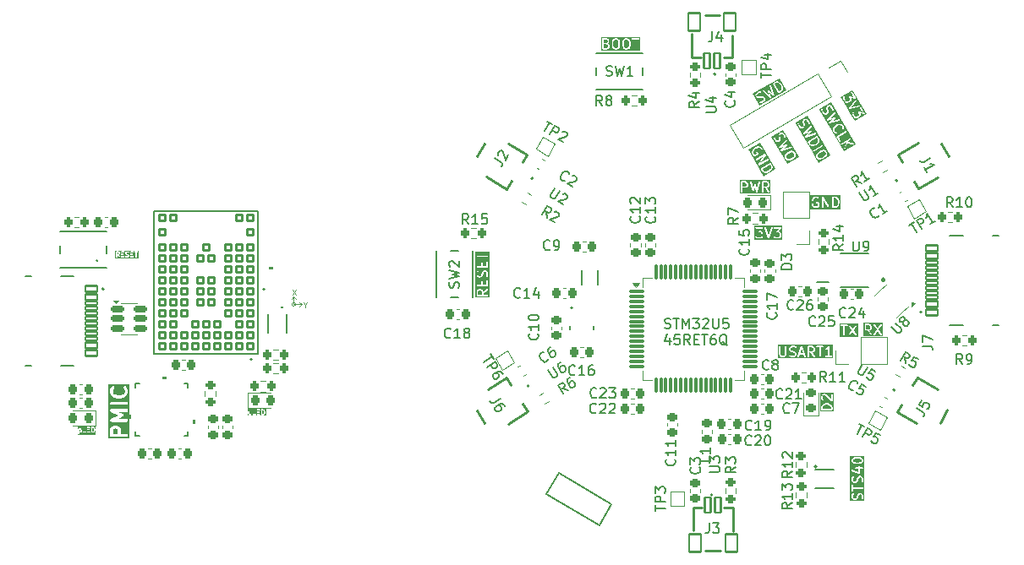
<source format=gto>
G04 #@! TF.GenerationSoftware,KiCad,Pcbnew,8.0.6*
G04 #@! TF.CreationDate,2025-05-06T14:55:23+02:00*
G04 #@! TF.ProjectId,Panelized,50616e65-6c69-47a6-9564-2e6b69636164,rev?*
G04 #@! TF.SameCoordinates,Original*
G04 #@! TF.FileFunction,Legend,Top*
G04 #@! TF.FilePolarity,Positive*
%FSLAX46Y46*%
G04 Gerber Fmt 4.6, Leading zero omitted, Abs format (unit mm)*
G04 Created by KiCad (PCBNEW 8.0.6) date 2025-05-06 14:55:23*
%MOMM*%
%LPD*%
G01*
G04 APERTURE LIST*
G04 Aperture macros list*
%AMRoundRect*
0 Rectangle with rounded corners*
0 $1 Rounding radius*
0 $2 $3 $4 $5 $6 $7 $8 $9 X,Y pos of 4 corners*
0 Add a 4 corners polygon primitive as box body*
4,1,4,$2,$3,$4,$5,$6,$7,$8,$9,$2,$3,0*
0 Add four circle primitives for the rounded corners*
1,1,$1+$1,$2,$3*
1,1,$1+$1,$4,$5*
1,1,$1+$1,$6,$7*
1,1,$1+$1,$8,$9*
0 Add four rect primitives between the rounded corners*
20,1,$1+$1,$2,$3,$4,$5,0*
20,1,$1+$1,$4,$5,$6,$7,0*
20,1,$1+$1,$6,$7,$8,$9,0*
20,1,$1+$1,$8,$9,$2,$3,0*%
%AMHorizOval*
0 Thick line with rounded ends*
0 $1 width*
0 $2 $3 position (X,Y) of the first rounded end (center of the circle)*
0 $4 $5 position (X,Y) of the second rounded end (center of the circle)*
0 Add line between two ends*
20,1,$1,$2,$3,$4,$5,0*
0 Add two circle primitives to create the rounded ends*
1,1,$1,$2,$3*
1,1,$1,$4,$5*%
%AMRotRect*
0 Rectangle, with rotation*
0 The origin of the aperture is its center*
0 $1 length*
0 $2 width*
0 $3 Rotation angle, in degrees counterclockwise*
0 Add horizontal line*
21,1,$1,$2,0,0,$3*%
G04 Aperture macros list end*
%ADD10C,0.120000*%
%ADD11C,0.125000*%
%ADD12C,0.300000*%
%ADD13C,0.150000*%
%ADD14C,0.200000*%
%ADD15C,0.000000*%
%ADD16C,0.152400*%
%ADD17C,0.127000*%
%ADD18C,0.254000*%
%ADD19C,0.250000*%
%ADD20RoundRect,0.150000X-0.512500X-0.150000X0.512500X-0.150000X0.512500X0.150000X-0.512500X0.150000X0*%
%ADD21RoundRect,0.200000X0.275000X-0.200000X0.275000X0.200000X-0.275000X0.200000X-0.275000X-0.200000X0*%
%ADD22RoundRect,0.200000X0.200000X0.275000X-0.200000X0.275000X-0.200000X-0.275000X0.200000X-0.275000X0*%
%ADD23RoundRect,0.225000X0.225000X0.250000X-0.225000X0.250000X-0.225000X-0.250000X0.225000X-0.250000X0*%
%ADD24C,0.990600*%
%ADD25RoundRect,0.218750X-0.218750X-0.256250X0.218750X-0.256250X0.218750X0.256250X-0.218750X0.256250X0*%
%ADD26R,0.254000X0.279400*%
%ADD27R,0.279400X0.254000*%
%ADD28R,0.304800X0.711200*%
%ADD29R,1.092200X0.508000*%
%ADD30RoundRect,0.102000X-0.575000X0.300000X-0.575000X-0.300000X0.575000X-0.300000X0.575000X0.300000X0*%
%ADD31RoundRect,0.102000X-0.575000X0.150000X-0.575000X-0.150000X0.575000X-0.150000X0.575000X0.150000X0*%
%ADD32O,2.004000X1.204000*%
%ADD33O,2.404000X1.204000*%
%ADD34RoundRect,0.225000X-0.225000X-0.250000X0.225000X-0.250000X0.225000X0.250000X-0.225000X0.250000X0*%
%ADD35RoundRect,0.225000X-0.250000X0.225000X-0.250000X-0.225000X0.250000X-0.225000X0.250000X0.225000X0*%
%ADD36R,0.990600X0.711200*%
%ADD37RoundRect,0.218750X0.218750X0.256250X-0.218750X0.256250X-0.218750X-0.256250X0.218750X-0.256250X0*%
%ADD38R,0.254000X0.762000*%
%ADD39R,0.762000X0.254000*%
%ADD40R,3.606800X3.606800*%
%ADD41RoundRect,0.102000X0.300000X-0.300000X0.300000X0.300000X-0.300000X0.300000X-0.300000X-0.300000X0*%
%ADD42RoundRect,0.200000X-0.200000X-0.275000X0.200000X-0.275000X0.200000X0.275000X-0.200000X0.275000X0*%
%ADD43R,0.711200X0.304800*%
%ADD44R,0.508000X1.092200*%
%ADD45RoundRect,0.102000X0.575000X-0.300000X0.575000X0.300000X-0.575000X0.300000X-0.575000X-0.300000X0*%
%ADD46RoundRect,0.102000X0.575000X-0.150000X0.575000X0.150000X-0.575000X0.150000X-0.575000X-0.150000X0*%
%ADD47RotRect,1.000000X1.000000X59.000000*%
%ADD48RoundRect,0.102000X-0.300000X-0.775000X0.300000X-0.775000X0.300000X0.775000X-0.300000X0.775000X0*%
%ADD49RoundRect,0.102000X-0.600000X-0.900000X0.600000X-0.900000X0.600000X0.900000X-0.600000X0.900000X0*%
%ADD50RoundRect,0.225000X0.250000X-0.225000X0.250000X0.225000X-0.250000X0.225000X-0.250000X-0.225000X0*%
%ADD51RoundRect,0.218750X0.256250X-0.218750X0.256250X0.218750X-0.256250X0.218750X-0.256250X-0.218750X0*%
%ADD52R,1.397000X0.965200*%
%ADD53R,1.000000X1.000000*%
%ADD54RoundRect,0.150000X0.256326X0.468458X-0.468458X-0.256326X-0.256326X-0.468458X0.468458X0.256326X0*%
%ADD55RoundRect,0.200000X-0.313069X-0.132713X0.029798X-0.338729X0.313069X0.132713X-0.029798X0.338729X0*%
%ADD56RoundRect,0.200000X-0.275000X0.200000X-0.275000X-0.200000X0.275000X-0.200000X0.275000X0.200000X0*%
%ADD57RotRect,1.000000X1.000000X61.000000*%
%ADD58R,1.200000X0.400000*%
%ADD59R,0.711200X0.990600*%
%ADD60RoundRect,0.075000X-0.700000X-0.075000X0.700000X-0.075000X0.700000X0.075000X-0.700000X0.075000X0*%
%ADD61RoundRect,0.075000X-0.075000X-0.700000X0.075000X-0.700000X0.075000X0.700000X-0.075000X0.700000X0*%
%ADD62RoundRect,0.102000X-0.509793X0.656305X-0.818816X0.142004X0.509793X-0.656305X0.818816X-0.142004X0*%
%ADD63RoundRect,0.102000X-0.462428X0.977835X-1.080473X-0.050766X0.462428X-0.977835X1.080473X0.050766X0*%
%ADD64R,0.990600X0.736600*%
%ADD65RoundRect,0.225000X-0.321622X-0.098408X0.064103X-0.330175X0.321622X0.098408X-0.064103X0.330175X0*%
%ADD66R,1.700000X1.700000*%
%ADD67O,1.700000X1.700000*%
%ADD68RotRect,1.700000X1.700000X300.000000*%
%ADD69HorizOval,1.700000X0.000000X0.000000X0.000000X0.000000X0*%
%ADD70RotRect,0.533400X0.152400X329.000000*%
%ADD71RoundRect,0.200000X0.310705X0.138157X-0.035705X0.338157X-0.310705X-0.138157X0.035705X-0.338157X0*%
%ADD72RoundRect,0.225000X0.319856X0.104006X-0.069856X0.329006X-0.319856X-0.104006X0.069856X-0.329006X0*%
%ADD73RoundRect,0.102000X0.521170X-0.647308X0.821170X-0.127692X-0.521170X0.647308X-0.821170X0.127692X0*%
%ADD74RoundRect,0.102000X0.479423X-0.969615X1.079423X0.069615X-0.479423X0.969615X-1.079423X-0.069615X0*%
%ADD75RotRect,0.533400X0.152400X150.000000*%
%ADD76RoundRect,0.102000X0.300000X0.775000X-0.300000X0.775000X-0.300000X-0.775000X0.300000X-0.775000X0*%
%ADD77RoundRect,0.102000X0.600000X0.900000X-0.600000X0.900000X-0.600000X-0.900000X0.600000X-0.900000X0*%
%ADD78R,0.152400X0.533400*%
%ADD79RotRect,0.533400X0.152400X211.000000*%
%ADD80RotRect,1.000000X1.000000X211.000000*%
%ADD81RoundRect,0.225000X0.064103X0.330175X-0.321622X0.098408X-0.064103X-0.330175X0.321622X-0.098408X0*%
%ADD82RoundRect,0.102000X0.818816X0.142004X0.509793X0.656305X-0.818816X-0.142004X-0.509793X-0.656305X0*%
%ADD83RoundRect,0.102000X1.080473X-0.050766X0.462428X0.977835X-1.080473X0.050766X-0.462428X-0.977835X0*%
%ADD84RoundRect,0.200000X0.029798X0.338729X-0.313069X0.132713X-0.029798X-0.338729X0.313069X-0.132713X0*%
%ADD85RotRect,0.533400X0.152400X32.000000*%
%ADD86RoundRect,0.225000X-0.058331X-0.331244X0.323291X-0.092780X0.058331X0.331244X-0.323291X0.092780X0*%
%ADD87RoundRect,0.102000X-0.816213X-0.156273X-0.498261X-0.665102X0.816213X0.156273X0.498261X0.665102X0*%
%ADD88RoundRect,0.102000X-1.081195X0.031902X-0.445292X-0.985756X1.081195X-0.031902X0.445292X0.985756X0*%
%ADD89RoundRect,0.200000X-0.023882X-0.339197X0.315337X-0.127229X0.023882X0.339197X-0.315337X0.127229X0*%
%ADD90RotRect,1.000000X1.000000X122.000000*%
%ADD91R,1.805236X0.612132*%
G04 APERTURE END LIST*
D10*
X113792003Y-98745000D02*
G75*
G02*
X113427997Y-98745000I-182003J0D01*
G01*
X113427997Y-98745000D02*
G75*
G02*
X113792003Y-98745000I182003J0D01*
G01*
D11*
G36*
X96062357Y-93572485D02*
G01*
X96071822Y-93581950D01*
X96084497Y-93607300D01*
X96084497Y-93649222D01*
X96071822Y-93674572D01*
X96062357Y-93684037D01*
X96037005Y-93696714D01*
X95923783Y-93696714D01*
X95923783Y-93559809D01*
X96037005Y-93559809D01*
X96062357Y-93572485D01*
G37*
G36*
X98076763Y-94122309D02*
G01*
X95736283Y-94122309D01*
X95736283Y-93497309D01*
X95798783Y-93497309D01*
X95798783Y-93997309D01*
X95803541Y-94021227D01*
X95837365Y-94055051D01*
X95885201Y-94055051D01*
X95919025Y-94021227D01*
X95923783Y-93997309D01*
X95923783Y-93821714D01*
X95947790Y-93821714D01*
X96095795Y-94033151D01*
X96113409Y-94050016D01*
X96160516Y-94058329D01*
X96199704Y-94030897D01*
X96208017Y-93983791D01*
X96198199Y-93961468D01*
X96091593Y-93809173D01*
X96127329Y-93791305D01*
X96135237Y-93785166D01*
X96143571Y-93779599D01*
X96167381Y-93755790D01*
X96172945Y-93747462D01*
X96179090Y-93739545D01*
X96202899Y-93691927D01*
X96203725Y-93688907D01*
X96204739Y-93687894D01*
X96206693Y-93678066D01*
X96209339Y-93668406D01*
X96208886Y-93667047D01*
X96209497Y-93663976D01*
X96209497Y-93592547D01*
X96208886Y-93589475D01*
X96209339Y-93588117D01*
X96206693Y-93578456D01*
X96204739Y-93568629D01*
X96203725Y-93567615D01*
X96202899Y-93564596D01*
X96179090Y-93516978D01*
X96172945Y-93509060D01*
X96167381Y-93500733D01*
X96163957Y-93497309D01*
X96298783Y-93497309D01*
X96298783Y-93997309D01*
X96303541Y-94021227D01*
X96337365Y-94055051D01*
X96361283Y-94059809D01*
X96599378Y-94059809D01*
X96623296Y-94055051D01*
X96657120Y-94021227D01*
X96657120Y-93973391D01*
X96623296Y-93939567D01*
X96599378Y-93934809D01*
X96423783Y-93934809D01*
X96423783Y-93797904D01*
X96527950Y-93797904D01*
X96551868Y-93793146D01*
X96585692Y-93759322D01*
X96585692Y-93711486D01*
X96551868Y-93677662D01*
X96527950Y-93672904D01*
X96423783Y-93672904D01*
X96423783Y-93592547D01*
X96727355Y-93592547D01*
X96727355Y-93640166D01*
X96727965Y-93643235D01*
X96727512Y-93644596D01*
X96730159Y-93654262D01*
X96732113Y-93664084D01*
X96733126Y-93665097D01*
X96733953Y-93668116D01*
X96757762Y-93715735D01*
X96763905Y-93723650D01*
X96769470Y-93731979D01*
X96793280Y-93755789D01*
X96801606Y-93761352D01*
X96809524Y-93767497D01*
X96857142Y-93791306D01*
X96863743Y-93793113D01*
X96869934Y-93796038D01*
X96958517Y-93818184D01*
X96990928Y-93834389D01*
X97000393Y-93843855D01*
X97013069Y-93869205D01*
X97013069Y-93887317D01*
X97000393Y-93912667D01*
X96990928Y-93922133D01*
X96965577Y-93934809D01*
X96871426Y-93934809D01*
X96809619Y-93914207D01*
X96785424Y-93911158D01*
X96742639Y-93932550D01*
X96727513Y-93977931D01*
X96748905Y-94020716D01*
X96770091Y-94032793D01*
X96841519Y-94056602D01*
X96851462Y-94057855D01*
X96861283Y-94059809D01*
X96980331Y-94059809D01*
X96983400Y-94059198D01*
X96984761Y-94059652D01*
X96994427Y-94057004D01*
X97004249Y-94055051D01*
X97005262Y-94054037D01*
X97008281Y-94053211D01*
X97055900Y-94029402D01*
X97063814Y-94023259D01*
X97072145Y-94017693D01*
X97095954Y-93993883D01*
X97101521Y-93985549D01*
X97107660Y-93977641D01*
X97131471Y-93930022D01*
X97132297Y-93927002D01*
X97133311Y-93925989D01*
X97135265Y-93916163D01*
X97137911Y-93906502D01*
X97137457Y-93905142D01*
X97138069Y-93902071D01*
X97138069Y-93854452D01*
X97137457Y-93851380D01*
X97137911Y-93850021D01*
X97135265Y-93840359D01*
X97133311Y-93830534D01*
X97132297Y-93829520D01*
X97131471Y-93826501D01*
X97107660Y-93778882D01*
X97101521Y-93770973D01*
X97095954Y-93762640D01*
X97072145Y-93738830D01*
X97063814Y-93733263D01*
X97055900Y-93727121D01*
X97008281Y-93703312D01*
X97001679Y-93701504D01*
X96995490Y-93698580D01*
X96906905Y-93676433D01*
X96874495Y-93660228D01*
X96865031Y-93650764D01*
X96852355Y-93625412D01*
X96852355Y-93607301D01*
X96865030Y-93581949D01*
X96874496Y-93572484D01*
X96899846Y-93559809D01*
X96993997Y-93559809D01*
X97055805Y-93580412D01*
X97080000Y-93583461D01*
X97122784Y-93562069D01*
X97137912Y-93516688D01*
X97128222Y-93497309D01*
X97227354Y-93497309D01*
X97227354Y-93997309D01*
X97232112Y-94021227D01*
X97265936Y-94055051D01*
X97289854Y-94059809D01*
X97527949Y-94059809D01*
X97551867Y-94055051D01*
X97585691Y-94021227D01*
X97585691Y-93973391D01*
X97551867Y-93939567D01*
X97527949Y-93934809D01*
X97352354Y-93934809D01*
X97352354Y-93797904D01*
X97456521Y-93797904D01*
X97480439Y-93793146D01*
X97514263Y-93759322D01*
X97514263Y-93711486D01*
X97480439Y-93677662D01*
X97456521Y-93672904D01*
X97352354Y-93672904D01*
X97352354Y-93559809D01*
X97527949Y-93559809D01*
X97551867Y-93555051D01*
X97585691Y-93521227D01*
X97585691Y-93473391D01*
X97613065Y-93473391D01*
X97613065Y-93521227D01*
X97646889Y-93555051D01*
X97670807Y-93559809D01*
X97751164Y-93559809D01*
X97751164Y-93997309D01*
X97755922Y-94021227D01*
X97789746Y-94055051D01*
X97837582Y-94055051D01*
X97871406Y-94021227D01*
X97876164Y-93997309D01*
X97876164Y-93559809D01*
X97956521Y-93559809D01*
X97980439Y-93555051D01*
X98014263Y-93521227D01*
X98014263Y-93473391D01*
X97980439Y-93439567D01*
X97956521Y-93434809D01*
X97670807Y-93434809D01*
X97646889Y-93439567D01*
X97613065Y-93473391D01*
X97585691Y-93473391D01*
X97551867Y-93439567D01*
X97527949Y-93434809D01*
X97289854Y-93434809D01*
X97265936Y-93439567D01*
X97232112Y-93473391D01*
X97227354Y-93497309D01*
X97128222Y-93497309D01*
X97116520Y-93473904D01*
X97095334Y-93461826D01*
X97023904Y-93438016D01*
X97013965Y-93436763D01*
X97004140Y-93434809D01*
X96885093Y-93434809D01*
X96882021Y-93435420D01*
X96880662Y-93434967D01*
X96871000Y-93437612D01*
X96861175Y-93439567D01*
X96860161Y-93440580D01*
X96857142Y-93441407D01*
X96809523Y-93465218D01*
X96801614Y-93471356D01*
X96793281Y-93476924D01*
X96769471Y-93500733D01*
X96763904Y-93509063D01*
X96757762Y-93516978D01*
X96733953Y-93564597D01*
X96733126Y-93567615D01*
X96732113Y-93568629D01*
X96730159Y-93578450D01*
X96727512Y-93588117D01*
X96727965Y-93589477D01*
X96727355Y-93592547D01*
X96423783Y-93592547D01*
X96423783Y-93559809D01*
X96599378Y-93559809D01*
X96623296Y-93555051D01*
X96657120Y-93521227D01*
X96657120Y-93473391D01*
X96623296Y-93439567D01*
X96599378Y-93434809D01*
X96361283Y-93434809D01*
X96337365Y-93439567D01*
X96303541Y-93473391D01*
X96298783Y-93497309D01*
X96163957Y-93497309D01*
X96143571Y-93476924D01*
X96135237Y-93471356D01*
X96127329Y-93465218D01*
X96079710Y-93441408D01*
X96076691Y-93440581D01*
X96075677Y-93439567D01*
X96065846Y-93437611D01*
X96056190Y-93434967D01*
X96054830Y-93435420D01*
X96051759Y-93434809D01*
X95861283Y-93434809D01*
X95837365Y-93439567D01*
X95803541Y-93473391D01*
X95798783Y-93497309D01*
X95736283Y-93497309D01*
X95736283Y-93372309D01*
X98076763Y-93372309D01*
X98076763Y-94122309D01*
G37*
X113600166Y-98749668D02*
X113600166Y-97987764D01*
X113790642Y-98178240D02*
X113600166Y-97987764D01*
X113600166Y-97987764D02*
X113409690Y-98178240D01*
X114756521Y-98814214D02*
X114756521Y-99052309D01*
X114589855Y-98552309D02*
X114756521Y-98814214D01*
X114756521Y-98814214D02*
X114923188Y-98552309D01*
X113463664Y-97327309D02*
X113796997Y-97827309D01*
X113796997Y-97327309D02*
X113463664Y-97827309D01*
G36*
X92234738Y-111319152D02*
G01*
X92244202Y-111328616D01*
X92256878Y-111353967D01*
X92256878Y-111467317D01*
X92244202Y-111492668D01*
X92234738Y-111502133D01*
X92209386Y-111514809D01*
X92143783Y-111514809D01*
X92143783Y-111306476D01*
X92209386Y-111306476D01*
X92234738Y-111319152D01*
G37*
G36*
X93547522Y-111155746D02*
G01*
X93577537Y-111185761D01*
X93593741Y-111218169D01*
X93614021Y-111299288D01*
X93614021Y-111355329D01*
X93593741Y-111436448D01*
X93577538Y-111468855D01*
X93547520Y-111498873D01*
X93499712Y-111514809D01*
X93453307Y-111514809D01*
X93453307Y-111139809D01*
X93499711Y-111139809D01*
X93547522Y-111155746D01*
G37*
G36*
X93801521Y-111864218D02*
G01*
X91956283Y-111864218D01*
X91956283Y-111243976D01*
X92018783Y-111243976D01*
X92018783Y-111743976D01*
X92023541Y-111767894D01*
X92057365Y-111801718D01*
X92105201Y-111801718D01*
X92139025Y-111767894D01*
X92143783Y-111743976D01*
X92143783Y-111639809D01*
X92224140Y-111639809D01*
X92227209Y-111639198D01*
X92228570Y-111639652D01*
X92238236Y-111637004D01*
X92248058Y-111635051D01*
X92249071Y-111634037D01*
X92252090Y-111633211D01*
X92299709Y-111609402D01*
X92307624Y-111603258D01*
X92315953Y-111597694D01*
X92339763Y-111573884D01*
X92345326Y-111565557D01*
X92351471Y-111557640D01*
X92375280Y-111510022D01*
X92376106Y-111507002D01*
X92377120Y-111505989D01*
X92379074Y-111496161D01*
X92381720Y-111486501D01*
X92381267Y-111485142D01*
X92381878Y-111482071D01*
X92381878Y-111339214D01*
X92381267Y-111336142D01*
X92381720Y-111334784D01*
X92379074Y-111325123D01*
X92377120Y-111315296D01*
X92376106Y-111314282D01*
X92375280Y-111311263D01*
X92351471Y-111263645D01*
X92345326Y-111255727D01*
X92339763Y-111247401D01*
X92315953Y-111223591D01*
X92307624Y-111218026D01*
X92299709Y-111211883D01*
X92252090Y-111188074D01*
X92249071Y-111187247D01*
X92248058Y-111186234D01*
X92238236Y-111184280D01*
X92228570Y-111181633D01*
X92227209Y-111182086D01*
X92224140Y-111181476D01*
X92128902Y-111181476D01*
X92125830Y-111182086D01*
X92124472Y-111181634D01*
X92114811Y-111184279D01*
X92104984Y-111186234D01*
X92057365Y-111186234D01*
X92023541Y-111220058D01*
X92018783Y-111243976D01*
X91956283Y-111243976D01*
X91956283Y-111077309D01*
X92471164Y-111077309D01*
X92471164Y-111577309D01*
X92475922Y-111601227D01*
X92509746Y-111635051D01*
X92533664Y-111639809D01*
X92771759Y-111639809D01*
X92795677Y-111635051D01*
X92829501Y-111601227D01*
X92829501Y-111553391D01*
X92795677Y-111519567D01*
X92771759Y-111514809D01*
X92596164Y-111514809D01*
X92596164Y-111077309D01*
X92875926Y-111077309D01*
X92875926Y-111577309D01*
X92880684Y-111601227D01*
X92914508Y-111635051D01*
X92938426Y-111639809D01*
X93176521Y-111639809D01*
X93200439Y-111635051D01*
X93234263Y-111601227D01*
X93234263Y-111553391D01*
X93200439Y-111519567D01*
X93176521Y-111514809D01*
X93000926Y-111514809D01*
X93000926Y-111377904D01*
X93105093Y-111377904D01*
X93129011Y-111373146D01*
X93162835Y-111339322D01*
X93162835Y-111291486D01*
X93129011Y-111257662D01*
X93105093Y-111252904D01*
X93000926Y-111252904D01*
X93000926Y-111139809D01*
X93176521Y-111139809D01*
X93200439Y-111135051D01*
X93234263Y-111101227D01*
X93234263Y-111077309D01*
X93328307Y-111077309D01*
X93328307Y-111577309D01*
X93333065Y-111601227D01*
X93366889Y-111635051D01*
X93390807Y-111639809D01*
X93509855Y-111639809D01*
X93519680Y-111637854D01*
X93529619Y-111636602D01*
X93601047Y-111612793D01*
X93603767Y-111611242D01*
X93605201Y-111611242D01*
X93613534Y-111605673D01*
X93622233Y-111600715D01*
X93622873Y-111599434D01*
X93625478Y-111597694D01*
X93673097Y-111550074D01*
X93678666Y-111541737D01*
X93684803Y-111533831D01*
X93708614Y-111486212D01*
X93710422Y-111479607D01*
X93713346Y-111473419D01*
X93737155Y-111378181D01*
X93737527Y-111370532D01*
X93739021Y-111363023D01*
X93739021Y-111291595D01*
X93737527Y-111284085D01*
X93737155Y-111276437D01*
X93713346Y-111181199D01*
X93710422Y-111175010D01*
X93708614Y-111168406D01*
X93684803Y-111120787D01*
X93678662Y-111112875D01*
X93673096Y-111104544D01*
X93625477Y-111056925D01*
X93622875Y-111055186D01*
X93622234Y-111053904D01*
X93613522Y-111048937D01*
X93605200Y-111043377D01*
X93603769Y-111043377D01*
X93601048Y-111041826D01*
X93529620Y-111018016D01*
X93519678Y-111016763D01*
X93509855Y-111014809D01*
X93390807Y-111014809D01*
X93366889Y-111019567D01*
X93333065Y-111053391D01*
X93328307Y-111077309D01*
X93234263Y-111077309D01*
X93234263Y-111053391D01*
X93200439Y-111019567D01*
X93176521Y-111014809D01*
X92938426Y-111014809D01*
X92914508Y-111019567D01*
X92880684Y-111053391D01*
X92875926Y-111077309D01*
X92596164Y-111077309D01*
X92591406Y-111053391D01*
X92557582Y-111019567D01*
X92509746Y-111019567D01*
X92475922Y-111053391D01*
X92471164Y-111077309D01*
X91956283Y-111077309D01*
X91956283Y-110952309D01*
X93801521Y-110952309D01*
X93801521Y-111864218D01*
G37*
G36*
X110567522Y-109395746D02*
G01*
X110597537Y-109425761D01*
X110613741Y-109458169D01*
X110634021Y-109539288D01*
X110634021Y-109595329D01*
X110613741Y-109676448D01*
X110597538Y-109708855D01*
X110567520Y-109738873D01*
X110519712Y-109754809D01*
X110473307Y-109754809D01*
X110473307Y-109379809D01*
X110519711Y-109379809D01*
X110567522Y-109395746D01*
G37*
G36*
X110821521Y-109942309D02*
G01*
X108976283Y-109942309D01*
X108976283Y-109483976D01*
X109038783Y-109483976D01*
X109038783Y-109745880D01*
X109039393Y-109748951D01*
X109038941Y-109750310D01*
X109041586Y-109759970D01*
X109043541Y-109769798D01*
X109044554Y-109770811D01*
X109045381Y-109773831D01*
X109069191Y-109821451D01*
X109076820Y-109831280D01*
X109077877Y-109834450D01*
X109081406Y-109837189D01*
X109084144Y-109840716D01*
X109087311Y-109841771D01*
X109097143Y-109849402D01*
X109144761Y-109873211D01*
X109147780Y-109874037D01*
X109148794Y-109875051D01*
X109158621Y-109877005D01*
X109168282Y-109879651D01*
X109169640Y-109879198D01*
X109172712Y-109879809D01*
X109244140Y-109879809D01*
X109247209Y-109879198D01*
X109248570Y-109879652D01*
X109258236Y-109877004D01*
X109268058Y-109875051D01*
X109269071Y-109874037D01*
X109272090Y-109873211D01*
X109283904Y-109867304D01*
X109291651Y-109875051D01*
X109339487Y-109875051D01*
X109373311Y-109841227D01*
X109378069Y-109817309D01*
X109378069Y-109483976D01*
X109373311Y-109460058D01*
X109339487Y-109426234D01*
X109291651Y-109426234D01*
X109257827Y-109460058D01*
X109253069Y-109483976D01*
X109253069Y-109742967D01*
X109229386Y-109754809D01*
X109187466Y-109754809D01*
X109171678Y-109746915D01*
X109163783Y-109731125D01*
X109163783Y-109483976D01*
X109159025Y-109460058D01*
X109125201Y-109426234D01*
X109077365Y-109426234D01*
X109043541Y-109460058D01*
X109038783Y-109483976D01*
X108976283Y-109483976D01*
X108976283Y-109317309D01*
X109491164Y-109317309D01*
X109491164Y-109817309D01*
X109495922Y-109841227D01*
X109529746Y-109875051D01*
X109553664Y-109879809D01*
X109791759Y-109879809D01*
X109815677Y-109875051D01*
X109849501Y-109841227D01*
X109849501Y-109793391D01*
X109815677Y-109759567D01*
X109791759Y-109754809D01*
X109616164Y-109754809D01*
X109616164Y-109317309D01*
X109895926Y-109317309D01*
X109895926Y-109817309D01*
X109900684Y-109841227D01*
X109934508Y-109875051D01*
X109958426Y-109879809D01*
X110196521Y-109879809D01*
X110220439Y-109875051D01*
X110254263Y-109841227D01*
X110254263Y-109793391D01*
X110220439Y-109759567D01*
X110196521Y-109754809D01*
X110020926Y-109754809D01*
X110020926Y-109617904D01*
X110125093Y-109617904D01*
X110149011Y-109613146D01*
X110182835Y-109579322D01*
X110182835Y-109531486D01*
X110149011Y-109497662D01*
X110125093Y-109492904D01*
X110020926Y-109492904D01*
X110020926Y-109379809D01*
X110196521Y-109379809D01*
X110220439Y-109375051D01*
X110254263Y-109341227D01*
X110254263Y-109317309D01*
X110348307Y-109317309D01*
X110348307Y-109817309D01*
X110353065Y-109841227D01*
X110386889Y-109875051D01*
X110410807Y-109879809D01*
X110529855Y-109879809D01*
X110539680Y-109877854D01*
X110549619Y-109876602D01*
X110621047Y-109852793D01*
X110623767Y-109851242D01*
X110625201Y-109851242D01*
X110633534Y-109845673D01*
X110642233Y-109840715D01*
X110642873Y-109839434D01*
X110645478Y-109837694D01*
X110693097Y-109790074D01*
X110698666Y-109781737D01*
X110704803Y-109773831D01*
X110728614Y-109726212D01*
X110730422Y-109719607D01*
X110733346Y-109713419D01*
X110757155Y-109618181D01*
X110757527Y-109610532D01*
X110759021Y-109603023D01*
X110759021Y-109531595D01*
X110757527Y-109524085D01*
X110757155Y-109516437D01*
X110733346Y-109421199D01*
X110730422Y-109415010D01*
X110728614Y-109408406D01*
X110704803Y-109360787D01*
X110698662Y-109352875D01*
X110693096Y-109344544D01*
X110645477Y-109296925D01*
X110642875Y-109295186D01*
X110642234Y-109293904D01*
X110633522Y-109288937D01*
X110625200Y-109283377D01*
X110623769Y-109283377D01*
X110621048Y-109281826D01*
X110549620Y-109258016D01*
X110539678Y-109256763D01*
X110529855Y-109254809D01*
X110410807Y-109254809D01*
X110386889Y-109259567D01*
X110353065Y-109293391D01*
X110348307Y-109317309D01*
X110254263Y-109317309D01*
X110254263Y-109293391D01*
X110220439Y-109259567D01*
X110196521Y-109254809D01*
X109958426Y-109254809D01*
X109934508Y-109259567D01*
X109900684Y-109293391D01*
X109895926Y-109317309D01*
X109616164Y-109317309D01*
X109611406Y-109293391D01*
X109577582Y-109259567D01*
X109529746Y-109259567D01*
X109495922Y-109293391D01*
X109491164Y-109317309D01*
X108976283Y-109317309D01*
X108976283Y-109192309D01*
X110821521Y-109192309D01*
X110821521Y-109942309D01*
G37*
D12*
G36*
X95914830Y-111228051D02*
G01*
X95951835Y-111265056D01*
X95996542Y-111354469D01*
X95996542Y-111740489D01*
X95510828Y-111740489D01*
X95510828Y-111354470D01*
X95555535Y-111265055D01*
X95592539Y-111228051D01*
X95681952Y-111183346D01*
X95825418Y-111183346D01*
X95914830Y-111228051D01*
G37*
G36*
X97177495Y-112207156D02*
G01*
X95044161Y-112207156D01*
X95044161Y-111319060D01*
X95210828Y-111319060D01*
X95210828Y-111890489D01*
X95213710Y-111919753D01*
X95236108Y-111973825D01*
X95277492Y-112015209D01*
X95331564Y-112037607D01*
X95360828Y-112040489D01*
X96860828Y-112040489D01*
X96890092Y-112037607D01*
X96944164Y-112015209D01*
X96985548Y-111973825D01*
X97007946Y-111919753D01*
X97007946Y-111861225D01*
X96985548Y-111807153D01*
X96944164Y-111765769D01*
X96890092Y-111743371D01*
X96860828Y-111740489D01*
X96296542Y-111740489D01*
X96296542Y-111319060D01*
X96293660Y-111289796D01*
X96291597Y-111284817D01*
X96291216Y-111279442D01*
X96280706Y-111251979D01*
X96209278Y-111109121D01*
X96201351Y-111096529D01*
X96199835Y-111092868D01*
X96196451Y-111088745D01*
X96193613Y-111084236D01*
X96190621Y-111081641D01*
X96181180Y-111070137D01*
X96109751Y-110998708D01*
X96098249Y-110989268D01*
X96095653Y-110986275D01*
X96091139Y-110983434D01*
X96087020Y-110980053D01*
X96083360Y-110978537D01*
X96070767Y-110970610D01*
X95927910Y-110899182D01*
X95900446Y-110888672D01*
X95895070Y-110888290D01*
X95890092Y-110886228D01*
X95860828Y-110883346D01*
X95646542Y-110883346D01*
X95617278Y-110886228D01*
X95612299Y-110888290D01*
X95606924Y-110888672D01*
X95579461Y-110899182D01*
X95436603Y-110970610D01*
X95424008Y-110978538D01*
X95420349Y-110980054D01*
X95416228Y-110983435D01*
X95411718Y-110986275D01*
X95409123Y-110989266D01*
X95397618Y-110998709D01*
X95326190Y-111070138D01*
X95316752Y-111081637D01*
X95313758Y-111084235D01*
X95310915Y-111088751D01*
X95307536Y-111092869D01*
X95306021Y-111096525D01*
X95298093Y-111109121D01*
X95226664Y-111251978D01*
X95216155Y-111279441D01*
X95215773Y-111284815D01*
X95213710Y-111289796D01*
X95210828Y-111319060D01*
X95044161Y-111319060D01*
X95044161Y-109413264D01*
X95212567Y-109413264D01*
X95213710Y-109416407D01*
X95213710Y-109419753D01*
X95223671Y-109443801D01*
X95232568Y-109468267D01*
X95234827Y-109470734D01*
X95236108Y-109473825D01*
X95254505Y-109492222D01*
X95272095Y-109511430D01*
X95276063Y-109513780D01*
X95277492Y-109515209D01*
X95280760Y-109516562D01*
X95297395Y-109526416D01*
X96077550Y-109890489D01*
X95297395Y-110254562D01*
X95280760Y-110264415D01*
X95277492Y-110265769D01*
X95276063Y-110267197D01*
X95272095Y-110269548D01*
X95254505Y-110288755D01*
X95236108Y-110307153D01*
X95234827Y-110310243D01*
X95232568Y-110312711D01*
X95223671Y-110337176D01*
X95213710Y-110361225D01*
X95213710Y-110364570D01*
X95212567Y-110367714D01*
X95213710Y-110393718D01*
X95213710Y-110419753D01*
X95214990Y-110422843D01*
X95215137Y-110426184D01*
X95226147Y-110449779D01*
X95236108Y-110473825D01*
X95238471Y-110476188D01*
X95239887Y-110479222D01*
X95259094Y-110496811D01*
X95277492Y-110515209D01*
X95280582Y-110516489D01*
X95283050Y-110518749D01*
X95307515Y-110527645D01*
X95331564Y-110537607D01*
X95336152Y-110538058D01*
X95338053Y-110538750D01*
X95341591Y-110538594D01*
X95360828Y-110540489D01*
X96860828Y-110540489D01*
X96890092Y-110537607D01*
X96944164Y-110515209D01*
X96985548Y-110473825D01*
X97007946Y-110419753D01*
X97007946Y-110361225D01*
X96985548Y-110307153D01*
X96944164Y-110265769D01*
X96890092Y-110243371D01*
X96860828Y-110240489D01*
X96036962Y-110240489D01*
X96495690Y-110026416D01*
X96506403Y-110020069D01*
X96510035Y-110018749D01*
X96512603Y-110016397D01*
X96520990Y-110011429D01*
X96536380Y-109994623D01*
X96553198Y-109979222D01*
X96556018Y-109973178D01*
X96560517Y-109968266D01*
X96568303Y-109946854D01*
X96577949Y-109926185D01*
X96578241Y-109919523D01*
X96580518Y-109913264D01*
X96579517Y-109890489D01*
X96580518Y-109867714D01*
X96578241Y-109861454D01*
X96577949Y-109854793D01*
X96568303Y-109834123D01*
X96560517Y-109812712D01*
X96556018Y-109807799D01*
X96553198Y-109801756D01*
X96536380Y-109786354D01*
X96520990Y-109769549D01*
X96512603Y-109764580D01*
X96510035Y-109762229D01*
X96506403Y-109760908D01*
X96495690Y-109754562D01*
X96036962Y-109540489D01*
X96860828Y-109540489D01*
X96890092Y-109537607D01*
X96944164Y-109515209D01*
X96985548Y-109473825D01*
X97007946Y-109419753D01*
X97007946Y-109361225D01*
X96985548Y-109307153D01*
X96944164Y-109265769D01*
X96890092Y-109243371D01*
X96860828Y-109240489D01*
X95360828Y-109240489D01*
X95341591Y-109242383D01*
X95338053Y-109242228D01*
X95336152Y-109242919D01*
X95331564Y-109243371D01*
X95307515Y-109253332D01*
X95283050Y-109262229D01*
X95280582Y-109264488D01*
X95277492Y-109265769D01*
X95259094Y-109284166D01*
X95239887Y-109301756D01*
X95238471Y-109304789D01*
X95236108Y-109307153D01*
X95226147Y-109331198D01*
X95215137Y-109354794D01*
X95214990Y-109358134D01*
X95213710Y-109361225D01*
X95213710Y-109387259D01*
X95212567Y-109413264D01*
X95044161Y-109413264D01*
X95044161Y-108646939D01*
X95213710Y-108646939D01*
X95213710Y-108705467D01*
X95236108Y-108759539D01*
X95277492Y-108800923D01*
X95331564Y-108823321D01*
X95360828Y-108826203D01*
X96860828Y-108826203D01*
X96890092Y-108823321D01*
X96944164Y-108800923D01*
X96985548Y-108759539D01*
X97007946Y-108705467D01*
X97007946Y-108646939D01*
X96985548Y-108592867D01*
X96944164Y-108551483D01*
X96890092Y-108529085D01*
X96860828Y-108526203D01*
X95360828Y-108526203D01*
X95331564Y-108529085D01*
X95277492Y-108551483D01*
X95236108Y-108592867D01*
X95213710Y-108646939D01*
X95044161Y-108646939D01*
X95044161Y-107390488D01*
X95210828Y-107390488D01*
X95210828Y-107533345D01*
X95212286Y-107548156D01*
X95212006Y-107552106D01*
X95213187Y-107557300D01*
X95213710Y-107562609D01*
X95215227Y-107566271D01*
X95218526Y-107580779D01*
X95289954Y-107795065D01*
X95301943Y-107821916D01*
X95305473Y-107825986D01*
X95307536Y-107830966D01*
X95326191Y-107853697D01*
X95469048Y-107996554D01*
X95480550Y-108005994D01*
X95483146Y-108008987D01*
X95487655Y-108011825D01*
X95491778Y-108015209D01*
X95495440Y-108016725D01*
X95508032Y-108024652D01*
X95650888Y-108096081D01*
X95653030Y-108096900D01*
X95653900Y-108097545D01*
X95666171Y-108101929D01*
X95678352Y-108106590D01*
X95679432Y-108106666D01*
X95681591Y-108107438D01*
X95967305Y-108178866D01*
X95972376Y-108179615D01*
X95974421Y-108180463D01*
X95985443Y-108181548D01*
X95996394Y-108183168D01*
X95998581Y-108182842D01*
X96003685Y-108183345D01*
X96217971Y-108183345D01*
X96223074Y-108182842D01*
X96225262Y-108183168D01*
X96236212Y-108181548D01*
X96247235Y-108180463D01*
X96249279Y-108179615D01*
X96254351Y-108178866D01*
X96540065Y-108107438D01*
X96542223Y-108106666D01*
X96543304Y-108106590D01*
X96555478Y-108101931D01*
X96567756Y-108097545D01*
X96568626Y-108096900D01*
X96570767Y-108096081D01*
X96713624Y-108024652D01*
X96726217Y-108016724D01*
X96729877Y-108015209D01*
X96733996Y-108011827D01*
X96738510Y-108008987D01*
X96741106Y-108005993D01*
X96752608Y-107996554D01*
X96895466Y-107853697D01*
X96914121Y-107830967D01*
X96916183Y-107825987D01*
X96919715Y-107821916D01*
X96931703Y-107795065D01*
X97003131Y-107580779D01*
X97006430Y-107566266D01*
X97007946Y-107562609D01*
X97008468Y-107557306D01*
X97009651Y-107552105D01*
X97009369Y-107548150D01*
X97010828Y-107533345D01*
X97010828Y-107390488D01*
X97009369Y-107375682D01*
X97009651Y-107371728D01*
X97008468Y-107366526D01*
X97007946Y-107361224D01*
X97006430Y-107357566D01*
X97003131Y-107343054D01*
X96931703Y-107128768D01*
X96919715Y-107101917D01*
X96916181Y-107097842D01*
X96914120Y-107092866D01*
X96895465Y-107070135D01*
X96824036Y-106998707D01*
X96801305Y-106980053D01*
X96747233Y-106957656D01*
X96688707Y-106957656D01*
X96634635Y-106980054D01*
X96593250Y-107021440D01*
X96570853Y-107075512D01*
X96570853Y-107134038D01*
X96593251Y-107188110D01*
X96611906Y-107210841D01*
X96658294Y-107257228D01*
X96710828Y-107414830D01*
X96710828Y-107509002D01*
X96658294Y-107666604D01*
X96557688Y-107767209D01*
X96451328Y-107820390D01*
X96199507Y-107883345D01*
X96022149Y-107883345D01*
X95770327Y-107820389D01*
X95663968Y-107767210D01*
X95563361Y-107666603D01*
X95510828Y-107509004D01*
X95510828Y-107414828D01*
X95563361Y-107257229D01*
X95609751Y-107210840D01*
X95628406Y-107188110D01*
X95650802Y-107134037D01*
X95650802Y-107075511D01*
X95628406Y-107021439D01*
X95587020Y-106980053D01*
X95532948Y-106957657D01*
X95474422Y-106957657D01*
X95420349Y-106980053D01*
X95397619Y-106998708D01*
X95326191Y-107070136D01*
X95307536Y-107092867D01*
X95305473Y-107097846D01*
X95301943Y-107101917D01*
X95289954Y-107128768D01*
X95218526Y-107343054D01*
X95215227Y-107357561D01*
X95213710Y-107361224D01*
X95213187Y-107366532D01*
X95212006Y-107371727D01*
X95212286Y-107375676D01*
X95210828Y-107390488D01*
X95044161Y-107390488D01*
X95044161Y-106790989D01*
X97177495Y-106790989D01*
X97177495Y-112207156D01*
G37*
D11*
X113630332Y-98760166D02*
X114392237Y-98760166D01*
X114201760Y-98950642D02*
X114392237Y-98760166D01*
X114392237Y-98760166D02*
X114201760Y-98569690D01*
D13*
X145445546Y-118796136D02*
X144220547Y-120917899D01*
X138897651Y-117817899D01*
X140122653Y-115696137D01*
X145445546Y-118796136D01*
G36*
X161369522Y-84890914D02*
G01*
X161393721Y-85009169D01*
X161366593Y-85110412D01*
X161319168Y-85182241D01*
X161190576Y-85306579D01*
X161082850Y-85368774D01*
X160910872Y-85417970D01*
X160824956Y-85423127D01*
X160723715Y-85396000D01*
X160633400Y-85315914D01*
X160557937Y-85185209D01*
X161294059Y-84760209D01*
X161369522Y-84890914D01*
G37*
G36*
X161861458Y-85220751D02*
G01*
X160673079Y-85906862D01*
X160237750Y-85152851D01*
X160380647Y-85152851D01*
X160384466Y-85181865D01*
X160390534Y-85195257D01*
X160509581Y-85401453D01*
X160513913Y-85407500D01*
X160514781Y-85409283D01*
X160516592Y-85411238D01*
X160518145Y-85413405D01*
X160519716Y-85414611D01*
X160524773Y-85420069D01*
X160637441Y-85519977D01*
X160649344Y-85528607D01*
X160651892Y-85529487D01*
X160654029Y-85531127D01*
X160667789Y-85536306D01*
X160797887Y-85571166D01*
X160805224Y-85572377D01*
X160807101Y-85573026D01*
X160809769Y-85573127D01*
X160812393Y-85573561D01*
X160814353Y-85573302D01*
X160821793Y-85573587D01*
X160928081Y-85567207D01*
X160929213Y-85567026D01*
X160929750Y-85567088D01*
X160936163Y-85565918D01*
X160942600Y-85564892D01*
X160943085Y-85564655D01*
X160944214Y-85564450D01*
X161132982Y-85510451D01*
X161135367Y-85509507D01*
X161136462Y-85509363D01*
X161141501Y-85507079D01*
X161146653Y-85505041D01*
X161147519Y-85504352D01*
X161149854Y-85503295D01*
X161273572Y-85431867D01*
X161275657Y-85430372D01*
X161276685Y-85429967D01*
X161281019Y-85426530D01*
X161285523Y-85423303D01*
X161286196Y-85422425D01*
X161288206Y-85420832D01*
X161429353Y-85284354D01*
X161430093Y-85283481D01*
X161430543Y-85283178D01*
X161434642Y-85278125D01*
X161438870Y-85273148D01*
X161439086Y-85272648D01*
X161439807Y-85271761D01*
X161498476Y-85182903D01*
X161501947Y-85176321D01*
X161503153Y-85174751D01*
X161504090Y-85172259D01*
X161505336Y-85169899D01*
X161505712Y-85167951D01*
X161508332Y-85160991D01*
X161543192Y-85030893D01*
X161545587Y-85016387D01*
X161545235Y-85013716D01*
X161545747Y-85011069D01*
X161544225Y-84996445D01*
X161514036Y-84848918D01*
X161511837Y-84841811D01*
X161511579Y-84839846D01*
X161510477Y-84837416D01*
X161509691Y-84834872D01*
X161508582Y-84833232D01*
X161505511Y-84826454D01*
X161386463Y-84620257D01*
X161377899Y-84608306D01*
X161368859Y-84601369D01*
X161354683Y-84590491D01*
X161326417Y-84582917D01*
X161297403Y-84586737D01*
X161284011Y-84592805D01*
X160417986Y-85092805D01*
X160406035Y-85101369D01*
X160388220Y-85124586D01*
X160383778Y-85141166D01*
X160380647Y-85152851D01*
X160237750Y-85152851D01*
X159713941Y-84245587D01*
X159856837Y-84245587D01*
X159860656Y-84274601D01*
X159875288Y-84299944D01*
X159898505Y-84317759D01*
X159926770Y-84325332D01*
X159955784Y-84321513D01*
X159969176Y-84315445D01*
X160590621Y-83956653D01*
X160152606Y-84707575D01*
X160151029Y-84711012D01*
X160150124Y-84712193D01*
X160149611Y-84714106D01*
X160146478Y-84720940D01*
X160145132Y-84730823D01*
X160142551Y-84740458D01*
X160143175Y-84745198D01*
X160142530Y-84749936D01*
X160145068Y-84759580D01*
X160146370Y-84769472D01*
X160148760Y-84773612D01*
X160149977Y-84778235D01*
X160156014Y-84786175D01*
X160161002Y-84794815D01*
X160164794Y-84797725D01*
X160167688Y-84801531D01*
X160176305Y-84806557D01*
X160184219Y-84812630D01*
X160188836Y-84813867D01*
X160192966Y-84816276D01*
X160202849Y-84817621D01*
X160212484Y-84820203D01*
X160217224Y-84819578D01*
X160221962Y-84820224D01*
X160231606Y-84817685D01*
X160241498Y-84816384D01*
X160248346Y-84813280D01*
X160250261Y-84812777D01*
X160251444Y-84811877D01*
X160254890Y-84810316D01*
X161120916Y-84310316D01*
X161132868Y-84301752D01*
X161150682Y-84278535D01*
X161158256Y-84250269D01*
X161154436Y-84221256D01*
X161139804Y-84195913D01*
X161116588Y-84178098D01*
X161088322Y-84170524D01*
X161059309Y-84174344D01*
X161045916Y-84180412D01*
X160424470Y-84539203D01*
X160862486Y-83788282D01*
X160864061Y-83784844D01*
X160864968Y-83783664D01*
X160865480Y-83781750D01*
X160868614Y-83774917D01*
X160869959Y-83765036D01*
X160872542Y-83755398D01*
X160871917Y-83750654D01*
X160872562Y-83745921D01*
X160870024Y-83736279D01*
X160868722Y-83726385D01*
X160866331Y-83722244D01*
X160865115Y-83717622D01*
X160859077Y-83709681D01*
X160854090Y-83701042D01*
X160850297Y-83698131D01*
X160847404Y-83694326D01*
X160838789Y-83689301D01*
X160830874Y-83683227D01*
X160826254Y-83681989D01*
X160822126Y-83679581D01*
X160812247Y-83678236D01*
X160802608Y-83675653D01*
X160797864Y-83676277D01*
X160793130Y-83675633D01*
X160783487Y-83678170D01*
X160773595Y-83679473D01*
X160766746Y-83682576D01*
X160764831Y-83683080D01*
X160763646Y-83683980D01*
X160760202Y-83685541D01*
X159894176Y-84185541D01*
X159882225Y-84194105D01*
X159864410Y-84217322D01*
X159856837Y-84245587D01*
X159713941Y-84245587D01*
X159274694Y-83484788D01*
X159469345Y-83484788D01*
X159470867Y-83499412D01*
X159501056Y-83646939D01*
X159503254Y-83654045D01*
X159503513Y-83656011D01*
X159504614Y-83658440D01*
X159505401Y-83660985D01*
X159506509Y-83662624D01*
X159509581Y-83669403D01*
X159557200Y-83751881D01*
X159561532Y-83757928D01*
X159562400Y-83759711D01*
X159564211Y-83761666D01*
X159565764Y-83763833D01*
X159567335Y-83765039D01*
X159572392Y-83770497D01*
X159685060Y-83870405D01*
X159696963Y-83879035D01*
X159699511Y-83879915D01*
X159701648Y-83881555D01*
X159715408Y-83886734D01*
X159780458Y-83904164D01*
X159794964Y-83906560D01*
X159823977Y-83902740D01*
X159837369Y-83896672D01*
X160126044Y-83730005D01*
X160137995Y-83721441D01*
X160149151Y-83706902D01*
X160155810Y-83698224D01*
X160163383Y-83669959D01*
X160159564Y-83640945D01*
X160153496Y-83627553D01*
X160058258Y-83462596D01*
X160049694Y-83450645D01*
X160026477Y-83432830D01*
X159998212Y-83425257D01*
X159969198Y-83429076D01*
X159943855Y-83443708D01*
X159926040Y-83466925D01*
X159918467Y-83495190D01*
X159922286Y-83524204D01*
X159928354Y-83537596D01*
X159986092Y-83637601D01*
X159789272Y-83751235D01*
X159771334Y-83746428D01*
X159681019Y-83666342D01*
X159645569Y-83604942D01*
X159621370Y-83486685D01*
X159648498Y-83385444D01*
X159695923Y-83313615D01*
X159824515Y-83189277D01*
X159932241Y-83127082D01*
X160104220Y-83077886D01*
X160190137Y-83072729D01*
X160291378Y-83099856D01*
X160381691Y-83179942D01*
X160438182Y-83277788D01*
X160443502Y-83366403D01*
X160445817Y-83380922D01*
X160458616Y-83407238D01*
X160480510Y-83426653D01*
X160508169Y-83436212D01*
X160537380Y-83434459D01*
X160563697Y-83421660D01*
X160583112Y-83399765D01*
X160592671Y-83372107D01*
X160593232Y-83357415D01*
X160586852Y-83251127D01*
X160584537Y-83236608D01*
X160583358Y-83234184D01*
X160583007Y-83231514D01*
X160576939Y-83218121D01*
X160505511Y-83094403D01*
X160501175Y-83088353D01*
X160500310Y-83086573D01*
X160498499Y-83084618D01*
X160496947Y-83082452D01*
X160495376Y-83081246D01*
X160490319Y-83075787D01*
X160377651Y-82975880D01*
X160365747Y-82967250D01*
X160363202Y-82966370D01*
X160361063Y-82964729D01*
X160347302Y-82959550D01*
X160217205Y-82924691D01*
X160209865Y-82923478D01*
X160207991Y-82922831D01*
X160205327Y-82922729D01*
X160202698Y-82922295D01*
X160200732Y-82922553D01*
X160193299Y-82922270D01*
X160087011Y-82928650D01*
X160085882Y-82928829D01*
X160085342Y-82928768D01*
X160078904Y-82929942D01*
X160072492Y-82930965D01*
X160072006Y-82931201D01*
X160070878Y-82931407D01*
X159882111Y-82985406D01*
X159879725Y-82986349D01*
X159878631Y-82986494D01*
X159873593Y-82988776D01*
X159868439Y-82990816D01*
X159867572Y-82991504D01*
X159865238Y-82992562D01*
X159741520Y-83063990D01*
X159739434Y-83065484D01*
X159738407Y-83065890D01*
X159734072Y-83069326D01*
X159729569Y-83072554D01*
X159728895Y-83073431D01*
X159726886Y-83075025D01*
X159585739Y-83211503D01*
X159584998Y-83212375D01*
X159584549Y-83212679D01*
X159580439Y-83217743D01*
X159576222Y-83222710D01*
X159576006Y-83223207D01*
X159575285Y-83224096D01*
X159516616Y-83312954D01*
X159513146Y-83319531D01*
X159511938Y-83321106D01*
X159510998Y-83323603D01*
X159509756Y-83325958D01*
X159509380Y-83327901D01*
X159506759Y-83334867D01*
X159471900Y-83464964D01*
X159469504Y-83479471D01*
X159469855Y-83482143D01*
X159469345Y-83484788D01*
X159274694Y-83484788D01*
X159153634Y-83275106D01*
X160342013Y-82588995D01*
X161861458Y-85220751D01*
G37*
G36*
X162134296Y-76578040D02*
G01*
X162206131Y-76625469D01*
X162330466Y-76754059D01*
X162392662Y-76861785D01*
X162441857Y-77033762D01*
X162447014Y-77119680D01*
X162419888Y-77220920D01*
X162339801Y-77311234D01*
X162209096Y-77386697D01*
X161784097Y-76650576D01*
X161914801Y-76575113D01*
X162033059Y-76550914D01*
X162134296Y-76578040D01*
G37*
G36*
X162930749Y-77271557D02*
G01*
X160257755Y-78814811D01*
X159647441Y-77757716D01*
X159839869Y-77757716D01*
X159846249Y-77864004D01*
X159848564Y-77878523D01*
X159849742Y-77880945D01*
X159850094Y-77883618D01*
X159856162Y-77897010D01*
X159903781Y-77979488D01*
X159912345Y-77991440D01*
X159914482Y-77993079D01*
X159915992Y-77995313D01*
X159927409Y-78004578D01*
X160016268Y-78063247D01*
X160022850Y-78066718D01*
X160024420Y-78067923D01*
X160026913Y-78068861D01*
X160029273Y-78070106D01*
X160031218Y-78070481D01*
X160038180Y-78073102D01*
X160103228Y-78090532D01*
X160110567Y-78091744D01*
X160112442Y-78092392D01*
X160115105Y-78092493D01*
X160117735Y-78092928D01*
X160119700Y-78092669D01*
X160127134Y-78092953D01*
X160233422Y-78086573D01*
X160234554Y-78086392D01*
X160235092Y-78086454D01*
X160241508Y-78085283D01*
X160247942Y-78084258D01*
X160248427Y-78084021D01*
X160249556Y-78083816D01*
X160430410Y-78032080D01*
X160516327Y-78026923D01*
X160557862Y-78038052D01*
X160621792Y-78080261D01*
X160651705Y-78132073D01*
X160656294Y-78208538D01*
X160645164Y-78250079D01*
X160602958Y-78314001D01*
X160422633Y-78418113D01*
X160287031Y-78445862D01*
X160272985Y-78450207D01*
X160248743Y-78466599D01*
X160232619Y-78491019D01*
X160227068Y-78519751D01*
X160232935Y-78548421D01*
X160249327Y-78572663D01*
X160273747Y-78588787D01*
X160302479Y-78594338D01*
X160317103Y-78592816D01*
X160464630Y-78562627D01*
X160471736Y-78560428D01*
X160473702Y-78560170D01*
X160476131Y-78559068D01*
X160478676Y-78558282D01*
X160480315Y-78557173D01*
X160487094Y-78554102D01*
X160693291Y-78435054D01*
X160705242Y-78426490D01*
X160706881Y-78424352D01*
X160709115Y-78422843D01*
X160718379Y-78411426D01*
X160777048Y-78322568D01*
X160780519Y-78315987D01*
X160781726Y-78314415D01*
X160782664Y-78311920D01*
X160783908Y-78309564D01*
X160784283Y-78307619D01*
X160786905Y-78300655D01*
X160804334Y-78235606D01*
X160805546Y-78228261D01*
X160806192Y-78226394D01*
X160806293Y-78223736D01*
X160806729Y-78221100D01*
X160806469Y-78219131D01*
X160806754Y-78211702D01*
X160800375Y-78105414D01*
X160798060Y-78090894D01*
X160796881Y-78088471D01*
X160796530Y-78085799D01*
X160790462Y-78072407D01*
X160742843Y-77989928D01*
X160734279Y-77977977D01*
X160732141Y-77976337D01*
X160730632Y-77974104D01*
X160719215Y-77964839D01*
X160630356Y-77906170D01*
X160623773Y-77902698D01*
X160622204Y-77901494D01*
X160619710Y-77900555D01*
X160617351Y-77899311D01*
X160615405Y-77898935D01*
X160608444Y-77896315D01*
X160543395Y-77878885D01*
X160536055Y-77877672D01*
X160534181Y-77877025D01*
X160531517Y-77876923D01*
X160528888Y-77876489D01*
X160526922Y-77876747D01*
X160519489Y-77876464D01*
X160413201Y-77882844D01*
X160412072Y-77883023D01*
X160411532Y-77882962D01*
X160405094Y-77884136D01*
X160398682Y-77885159D01*
X160398196Y-77885395D01*
X160397068Y-77885601D01*
X160216214Y-77937336D01*
X160130295Y-77942493D01*
X160088761Y-77931364D01*
X160024832Y-77889155D01*
X159994918Y-77837342D01*
X159990328Y-77760877D01*
X160001457Y-77719340D01*
X160043665Y-77655415D01*
X160223990Y-77551303D01*
X160359593Y-77523555D01*
X160373639Y-77519210D01*
X160397881Y-77502818D01*
X160414004Y-77478398D01*
X160419556Y-77449666D01*
X160413689Y-77420996D01*
X160397297Y-77396754D01*
X160372877Y-77380631D01*
X160344145Y-77375079D01*
X160329521Y-77376601D01*
X160181994Y-77406790D01*
X160174887Y-77408988D01*
X160172922Y-77409247D01*
X160170492Y-77410348D01*
X160167948Y-77411135D01*
X160166308Y-77412243D01*
X160159530Y-77415315D01*
X159953333Y-77534363D01*
X159941382Y-77542927D01*
X159939742Y-77545064D01*
X159937509Y-77546574D01*
X159928245Y-77557991D01*
X159869576Y-77646849D01*
X159866104Y-77653430D01*
X159864899Y-77655001D01*
X159863961Y-77657492D01*
X159862716Y-77659853D01*
X159862339Y-77661800D01*
X159859720Y-77668761D01*
X159842290Y-77733810D01*
X159841077Y-77741149D01*
X159840430Y-77743024D01*
X159840328Y-77745687D01*
X159839894Y-77748317D01*
X159840152Y-77750282D01*
X159839869Y-77757716D01*
X159647441Y-77757716D01*
X159571644Y-77626431D01*
X160215442Y-77254734D01*
X160535483Y-77254734D01*
X160545918Y-77282074D01*
X160554923Y-77293696D01*
X161261119Y-78040675D01*
X161265128Y-78044157D01*
X161266236Y-78045598D01*
X161267866Y-78046536D01*
X161272218Y-78050317D01*
X161282156Y-78054764D01*
X161291596Y-78060199D01*
X161295415Y-78060697D01*
X161298930Y-78062270D01*
X161309815Y-78062575D01*
X161320614Y-78063984D01*
X161324331Y-78062982D01*
X161328181Y-78063091D01*
X161338355Y-78059207D01*
X161348871Y-78056376D01*
X161351922Y-78054028D01*
X161355521Y-78052655D01*
X161363434Y-78045173D01*
X161372066Y-78038534D01*
X161373987Y-78035196D01*
X161376786Y-78032551D01*
X161381232Y-78022613D01*
X161386668Y-78013174D01*
X161387166Y-78009353D01*
X161388739Y-78005839D01*
X161389044Y-77994954D01*
X161390453Y-77984156D01*
X161389507Y-77978470D01*
X161389560Y-77976588D01*
X161388911Y-77974888D01*
X161388040Y-77969652D01*
X161268972Y-77527402D01*
X161592438Y-77851644D01*
X161596540Y-77855019D01*
X161597685Y-77856427D01*
X161599337Y-77857320D01*
X161603792Y-77860985D01*
X161613853Y-77865166D01*
X161623428Y-77870342D01*
X161627256Y-77870737D01*
X161630815Y-77872216D01*
X161641713Y-77872229D01*
X161652537Y-77873346D01*
X161656223Y-77872246D01*
X161660078Y-77872251D01*
X161670153Y-77868091D01*
X161680580Y-77864982D01*
X161683565Y-77862555D01*
X161687127Y-77861085D01*
X161694844Y-77853385D01*
X161703287Y-77846523D01*
X161705115Y-77843139D01*
X161707845Y-77840417D01*
X161712028Y-77830351D01*
X161717202Y-77820780D01*
X161717596Y-77816952D01*
X161719076Y-77813394D01*
X161719089Y-77802494D01*
X161720206Y-77791671D01*
X161719108Y-77786017D01*
X161719111Y-77784131D01*
X161718415Y-77782447D01*
X161717405Y-77777238D01*
X161423601Y-76792165D01*
X161418038Y-76778555D01*
X161399579Y-76755848D01*
X161373836Y-76741933D01*
X161344727Y-76738928D01*
X161316684Y-76747293D01*
X161293977Y-76765752D01*
X161280062Y-76791495D01*
X161277057Y-76820604D01*
X161279859Y-76835037D01*
X161488711Y-77535282D01*
X161176530Y-77222353D01*
X161173703Y-77220027D01*
X161172817Y-77218875D01*
X161171104Y-77217889D01*
X161165176Y-77213011D01*
X161156030Y-77209210D01*
X161147457Y-77204274D01*
X161142640Y-77203645D01*
X161138154Y-77201781D01*
X161128258Y-77201769D01*
X161118439Y-77200488D01*
X161113745Y-77201751D01*
X161108891Y-77201746D01*
X161099746Y-77205520D01*
X161090182Y-77208096D01*
X161086330Y-77211058D01*
X161081841Y-77212912D01*
X161074831Y-77219904D01*
X161066987Y-77225939D01*
X161064564Y-77230147D01*
X161061123Y-77233580D01*
X161057322Y-77242725D01*
X161052386Y-77251299D01*
X161051757Y-77256115D01*
X161049893Y-77260602D01*
X161049881Y-77270497D01*
X161048600Y-77280317D01*
X161049860Y-77287892D01*
X161049858Y-77289865D01*
X161050411Y-77291206D01*
X161051013Y-77294820D01*
X161165926Y-77721642D01*
X160663923Y-77190648D01*
X160652824Y-77181005D01*
X160626112Y-77169053D01*
X160596861Y-77168232D01*
X160569521Y-77178667D01*
X160548256Y-77198771D01*
X160536304Y-77225483D01*
X160535483Y-77254734D01*
X160215442Y-77254734D01*
X161317920Y-76618218D01*
X161606806Y-76618218D01*
X161610625Y-76647232D01*
X161616693Y-76660624D01*
X162116693Y-77526650D01*
X162125257Y-77538602D01*
X162148474Y-77556416D01*
X162176740Y-77563990D01*
X162205753Y-77560170D01*
X162219145Y-77554102D01*
X162425341Y-77435054D01*
X162431388Y-77430720D01*
X162433170Y-77429854D01*
X162435125Y-77428042D01*
X162437292Y-77426490D01*
X162438498Y-77424917D01*
X162443956Y-77419862D01*
X162543865Y-77307194D01*
X162552495Y-77295291D01*
X162553374Y-77292744D01*
X162555016Y-77290606D01*
X162560194Y-77276845D01*
X162595053Y-77146748D01*
X162596265Y-77139409D01*
X162596913Y-77137535D01*
X162597014Y-77134871D01*
X162597449Y-77132242D01*
X162597190Y-77130276D01*
X162597474Y-77122843D01*
X162591094Y-77016555D01*
X162590913Y-77015422D01*
X162590975Y-77014886D01*
X162589805Y-77008472D01*
X162588779Y-77002036D01*
X162588542Y-77001550D01*
X162588337Y-77000422D01*
X162534339Y-76811655D01*
X162533395Y-76809270D01*
X162533251Y-76808174D01*
X162530963Y-76803125D01*
X162528929Y-76797984D01*
X162528242Y-76797120D01*
X162527183Y-76794781D01*
X162455754Y-76671064D01*
X162454259Y-76668978D01*
X162453854Y-76667951D01*
X162450417Y-76663616D01*
X162447190Y-76659113D01*
X162446312Y-76658439D01*
X162444719Y-76656430D01*
X162308243Y-76515283D01*
X162307369Y-76514541D01*
X162307066Y-76514092D01*
X162302000Y-76509981D01*
X162297036Y-76505765D01*
X162296539Y-76505549D01*
X162295649Y-76504827D01*
X162206790Y-76446158D01*
X162200208Y-76442686D01*
X162198637Y-76441481D01*
X162196140Y-76440541D01*
X162193785Y-76439299D01*
X162191842Y-76438923D01*
X162184877Y-76436302D01*
X162054780Y-76401444D01*
X162040274Y-76399048D01*
X162037601Y-76399399D01*
X162034957Y-76398889D01*
X162020333Y-76400411D01*
X161872805Y-76430600D01*
X161865698Y-76432798D01*
X161863733Y-76433057D01*
X161861303Y-76434158D01*
X161858759Y-76434945D01*
X161857119Y-76436053D01*
X161850341Y-76439125D01*
X161644145Y-76558172D01*
X161632194Y-76566736D01*
X161614379Y-76589953D01*
X161606806Y-76618218D01*
X161317920Y-76618218D01*
X162244638Y-76083177D01*
X162930749Y-77271557D01*
G37*
G36*
X167945383Y-88130889D02*
G01*
X168019496Y-88205002D01*
X168057989Y-88281989D01*
X168101373Y-88455523D01*
X168101373Y-88579912D01*
X168057989Y-88753446D01*
X168019495Y-88830433D01*
X167945383Y-88904546D01*
X167830870Y-88942718D01*
X167679945Y-88942718D01*
X167679945Y-88092718D01*
X167830870Y-88092718D01*
X167945383Y-88130889D01*
G37*
G36*
X168362484Y-89203829D02*
G01*
X165323596Y-89203829D01*
X165323596Y-88446289D01*
X165434707Y-88446289D01*
X165434707Y-88589146D01*
X165434958Y-88591699D01*
X165434796Y-88592792D01*
X165435605Y-88598265D01*
X165436148Y-88603778D01*
X165436570Y-88604799D01*
X165436946Y-88607336D01*
X165484565Y-88797812D01*
X165484950Y-88798891D01*
X165484989Y-88799431D01*
X165487316Y-88805512D01*
X165489512Y-88811658D01*
X165489834Y-88812093D01*
X165490244Y-88813163D01*
X165537863Y-88908401D01*
X165541826Y-88914697D01*
X165542584Y-88916527D01*
X165544273Y-88918585D01*
X165545695Y-88920844D01*
X165547193Y-88922143D01*
X165551912Y-88927893D01*
X165647150Y-89023132D01*
X165658515Y-89032460D01*
X165661005Y-89033491D01*
X165663040Y-89035256D01*
X165676466Y-89041250D01*
X165819322Y-89088869D01*
X165826577Y-89090518D01*
X165828408Y-89091277D01*
X165831061Y-89091538D01*
X165833659Y-89092129D01*
X165835633Y-89091988D01*
X165843040Y-89092718D01*
X165938278Y-89092718D01*
X165945683Y-89091988D01*
X165947658Y-89092129D01*
X165950255Y-89091538D01*
X165952910Y-89091277D01*
X165954741Y-89090518D01*
X165961995Y-89088869D01*
X166104852Y-89041250D01*
X166118277Y-89035256D01*
X166120312Y-89033490D01*
X166122803Y-89032459D01*
X166134169Y-89023131D01*
X166181787Y-88975512D01*
X166191115Y-88964146D01*
X166198396Y-88946567D01*
X166202313Y-88937111D01*
X166203754Y-88922479D01*
X166203754Y-88589146D01*
X166202313Y-88574514D01*
X166191114Y-88547478D01*
X166170422Y-88526786D01*
X166143386Y-88515587D01*
X166128754Y-88514146D01*
X165938278Y-88514146D01*
X165923646Y-88515587D01*
X165896610Y-88526786D01*
X165875918Y-88547478D01*
X165864719Y-88574514D01*
X165864719Y-88603778D01*
X165875918Y-88630814D01*
X165896610Y-88651506D01*
X165923646Y-88662705D01*
X165938278Y-88664146D01*
X166053754Y-88664146D01*
X166053754Y-88891413D01*
X166040621Y-88904546D01*
X165926108Y-88942718D01*
X165855210Y-88942718D01*
X165740697Y-88904547D01*
X165666584Y-88830433D01*
X165628090Y-88753446D01*
X165584707Y-88579912D01*
X165584707Y-88455523D01*
X165628090Y-88281989D01*
X165666584Y-88205002D01*
X165740697Y-88130889D01*
X165855210Y-88092718D01*
X165968192Y-88092718D01*
X166047594Y-88132419D01*
X166061325Y-88137674D01*
X166090515Y-88139748D01*
X166118277Y-88130494D01*
X166140384Y-88111321D01*
X166153472Y-88085146D01*
X166155546Y-88055956D01*
X166146292Y-88028195D01*
X166137206Y-88017718D01*
X166482326Y-88017718D01*
X166482326Y-89017718D01*
X166483767Y-89032350D01*
X166494966Y-89059386D01*
X166515658Y-89080078D01*
X166542694Y-89091277D01*
X166571958Y-89091277D01*
X166598994Y-89080078D01*
X166619686Y-89059386D01*
X166630885Y-89032350D01*
X166632326Y-89017718D01*
X166632326Y-88300134D01*
X167063636Y-89054929D01*
X167065825Y-89058013D01*
X167066394Y-89059386D01*
X167067791Y-89060783D01*
X167072146Y-89066918D01*
X167080034Y-89073026D01*
X167087086Y-89080078D01*
X167091504Y-89081908D01*
X167095284Y-89084835D01*
X167104905Y-89087459D01*
X167114122Y-89091277D01*
X167118903Y-89091277D01*
X167123515Y-89092535D01*
X167133412Y-89091277D01*
X167143386Y-89091277D01*
X167147801Y-89089447D01*
X167152545Y-89088845D01*
X167161209Y-89083894D01*
X167170422Y-89080078D01*
X167173800Y-89076699D01*
X167177954Y-89074326D01*
X167184063Y-89066436D01*
X167191114Y-89059386D01*
X167192943Y-89054969D01*
X167195871Y-89051189D01*
X167198495Y-89041565D01*
X167202313Y-89032350D01*
X167203049Y-89024867D01*
X167203571Y-89022957D01*
X167203383Y-89021481D01*
X167203754Y-89017718D01*
X167203754Y-88017718D01*
X167529945Y-88017718D01*
X167529945Y-89017718D01*
X167531386Y-89032350D01*
X167542585Y-89059386D01*
X167563277Y-89080078D01*
X167590313Y-89091277D01*
X167604945Y-89092718D01*
X167843040Y-89092718D01*
X167850445Y-89091988D01*
X167852420Y-89092129D01*
X167855017Y-89091538D01*
X167857672Y-89091277D01*
X167859503Y-89090518D01*
X167866757Y-89088869D01*
X168009614Y-89041250D01*
X168023039Y-89035256D01*
X168025074Y-89033490D01*
X168027565Y-89032459D01*
X168038930Y-89023132D01*
X168134169Y-88927892D01*
X168138886Y-88922143D01*
X168140385Y-88920844D01*
X168141806Y-88918585D01*
X168143496Y-88916527D01*
X168144253Y-88914697D01*
X168148217Y-88908401D01*
X168195836Y-88813163D01*
X168196245Y-88812093D01*
X168196568Y-88811658D01*
X168198760Y-88805521D01*
X168201091Y-88799432D01*
X168201129Y-88798891D01*
X168201515Y-88797812D01*
X168249134Y-88607336D01*
X168249509Y-88604799D01*
X168249932Y-88603778D01*
X168250474Y-88598265D01*
X168251284Y-88592792D01*
X168251121Y-88591699D01*
X168251373Y-88589146D01*
X168251373Y-88446289D01*
X168251121Y-88443735D01*
X168251284Y-88442643D01*
X168250474Y-88437169D01*
X168249932Y-88431657D01*
X168249509Y-88430635D01*
X168249134Y-88428099D01*
X168201515Y-88237623D01*
X168201129Y-88236543D01*
X168201091Y-88236003D01*
X168198760Y-88229913D01*
X168196568Y-88223777D01*
X168196245Y-88223341D01*
X168195836Y-88222272D01*
X168148217Y-88127034D01*
X168144254Y-88120739D01*
X168143496Y-88118907D01*
X168141804Y-88116845D01*
X168140385Y-88114591D01*
X168138888Y-88113292D01*
X168134168Y-88107542D01*
X168038930Y-88012304D01*
X168027565Y-88002977D01*
X168025074Y-88001945D01*
X168023039Y-88000180D01*
X168009614Y-87994186D01*
X167866757Y-87946567D01*
X167859503Y-87944917D01*
X167857672Y-87944159D01*
X167855017Y-87943897D01*
X167852420Y-87943307D01*
X167850445Y-87943447D01*
X167843040Y-87942718D01*
X167604945Y-87942718D01*
X167590313Y-87944159D01*
X167563277Y-87955358D01*
X167542585Y-87976050D01*
X167531386Y-88003086D01*
X167529945Y-88017718D01*
X167203754Y-88017718D01*
X167202313Y-88003086D01*
X167191114Y-87976050D01*
X167170422Y-87955358D01*
X167143386Y-87944159D01*
X167114122Y-87944159D01*
X167087086Y-87955358D01*
X167066394Y-87976050D01*
X167055195Y-88003086D01*
X167053754Y-88017718D01*
X167053754Y-88735301D01*
X166622444Y-87980508D01*
X166620255Y-87977424D01*
X166619686Y-87976050D01*
X166618286Y-87974650D01*
X166613934Y-87968518D01*
X166606044Y-87962408D01*
X166598994Y-87955358D01*
X166594577Y-87953528D01*
X166590797Y-87950601D01*
X166581173Y-87947976D01*
X166571958Y-87944159D01*
X166567177Y-87944159D01*
X166562565Y-87942901D01*
X166552668Y-87944159D01*
X166542694Y-87944159D01*
X166538278Y-87945988D01*
X166533535Y-87946591D01*
X166524870Y-87951541D01*
X166515658Y-87955358D01*
X166512279Y-87958736D01*
X166508126Y-87961110D01*
X166502016Y-87968999D01*
X166494966Y-87976050D01*
X166493136Y-87980466D01*
X166490209Y-87984247D01*
X166487584Y-87993870D01*
X166483767Y-88003086D01*
X166483030Y-88010568D01*
X166482509Y-88012479D01*
X166482696Y-88013954D01*
X166482326Y-88017718D01*
X166137206Y-88017718D01*
X166127119Y-88006087D01*
X166114676Y-87998255D01*
X166019438Y-87950636D01*
X166005706Y-87945381D01*
X166003018Y-87945190D01*
X166000529Y-87944159D01*
X165985897Y-87942718D01*
X165843040Y-87942718D01*
X165835633Y-87943447D01*
X165833659Y-87943307D01*
X165831061Y-87943897D01*
X165828408Y-87944159D01*
X165826577Y-87944917D01*
X165819322Y-87946567D01*
X165676466Y-87994186D01*
X165663040Y-88000180D01*
X165661005Y-88001944D01*
X165658515Y-88002976D01*
X165647150Y-88012304D01*
X165551912Y-88107542D01*
X165547193Y-88113291D01*
X165545695Y-88114591D01*
X165544273Y-88116850D01*
X165542585Y-88118907D01*
X165541827Y-88120734D01*
X165537863Y-88127034D01*
X165490244Y-88222272D01*
X165489834Y-88223341D01*
X165489512Y-88223777D01*
X165487316Y-88229922D01*
X165484989Y-88236004D01*
X165484950Y-88236543D01*
X165484565Y-88237623D01*
X165436946Y-88428099D01*
X165436570Y-88430635D01*
X165436148Y-88431657D01*
X165435605Y-88437169D01*
X165434796Y-88442643D01*
X165434958Y-88443735D01*
X165434707Y-88446289D01*
X165323596Y-88446289D01*
X165323596Y-87831607D01*
X168362484Y-87831607D01*
X168362484Y-89203829D01*
G37*
X150759707Y-101120155D02*
X150902564Y-101167774D01*
X150902564Y-101167774D02*
X151140659Y-101167774D01*
X151140659Y-101167774D02*
X151235897Y-101120155D01*
X151235897Y-101120155D02*
X151283516Y-101072535D01*
X151283516Y-101072535D02*
X151331135Y-100977297D01*
X151331135Y-100977297D02*
X151331135Y-100882059D01*
X151331135Y-100882059D02*
X151283516Y-100786821D01*
X151283516Y-100786821D02*
X151235897Y-100739202D01*
X151235897Y-100739202D02*
X151140659Y-100691583D01*
X151140659Y-100691583D02*
X150950183Y-100643964D01*
X150950183Y-100643964D02*
X150854945Y-100596345D01*
X150854945Y-100596345D02*
X150807326Y-100548726D01*
X150807326Y-100548726D02*
X150759707Y-100453488D01*
X150759707Y-100453488D02*
X150759707Y-100358250D01*
X150759707Y-100358250D02*
X150807326Y-100263012D01*
X150807326Y-100263012D02*
X150854945Y-100215393D01*
X150854945Y-100215393D02*
X150950183Y-100167774D01*
X150950183Y-100167774D02*
X151188278Y-100167774D01*
X151188278Y-100167774D02*
X151331135Y-100215393D01*
X151616850Y-100167774D02*
X152188278Y-100167774D01*
X151902564Y-101167774D02*
X151902564Y-100167774D01*
X152521612Y-101167774D02*
X152521612Y-100167774D01*
X152521612Y-100167774D02*
X152854945Y-100882059D01*
X152854945Y-100882059D02*
X153188278Y-100167774D01*
X153188278Y-100167774D02*
X153188278Y-101167774D01*
X153569231Y-100167774D02*
X154188278Y-100167774D01*
X154188278Y-100167774D02*
X153854945Y-100548726D01*
X153854945Y-100548726D02*
X153997802Y-100548726D01*
X153997802Y-100548726D02*
X154093040Y-100596345D01*
X154093040Y-100596345D02*
X154140659Y-100643964D01*
X154140659Y-100643964D02*
X154188278Y-100739202D01*
X154188278Y-100739202D02*
X154188278Y-100977297D01*
X154188278Y-100977297D02*
X154140659Y-101072535D01*
X154140659Y-101072535D02*
X154093040Y-101120155D01*
X154093040Y-101120155D02*
X153997802Y-101167774D01*
X153997802Y-101167774D02*
X153712088Y-101167774D01*
X153712088Y-101167774D02*
X153616850Y-101120155D01*
X153616850Y-101120155D02*
X153569231Y-101072535D01*
X154569231Y-100263012D02*
X154616850Y-100215393D01*
X154616850Y-100215393D02*
X154712088Y-100167774D01*
X154712088Y-100167774D02*
X154950183Y-100167774D01*
X154950183Y-100167774D02*
X155045421Y-100215393D01*
X155045421Y-100215393D02*
X155093040Y-100263012D01*
X155093040Y-100263012D02*
X155140659Y-100358250D01*
X155140659Y-100358250D02*
X155140659Y-100453488D01*
X155140659Y-100453488D02*
X155093040Y-100596345D01*
X155093040Y-100596345D02*
X154521612Y-101167774D01*
X154521612Y-101167774D02*
X155140659Y-101167774D01*
X155569231Y-100167774D02*
X155569231Y-100977297D01*
X155569231Y-100977297D02*
X155616850Y-101072535D01*
X155616850Y-101072535D02*
X155664469Y-101120155D01*
X155664469Y-101120155D02*
X155759707Y-101167774D01*
X155759707Y-101167774D02*
X155950183Y-101167774D01*
X155950183Y-101167774D02*
X156045421Y-101120155D01*
X156045421Y-101120155D02*
X156093040Y-101072535D01*
X156093040Y-101072535D02*
X156140659Y-100977297D01*
X156140659Y-100977297D02*
X156140659Y-100167774D01*
X157093040Y-100167774D02*
X156616850Y-100167774D01*
X156616850Y-100167774D02*
X156569231Y-100643964D01*
X156569231Y-100643964D02*
X156616850Y-100596345D01*
X156616850Y-100596345D02*
X156712088Y-100548726D01*
X156712088Y-100548726D02*
X156950183Y-100548726D01*
X156950183Y-100548726D02*
X157045421Y-100596345D01*
X157045421Y-100596345D02*
X157093040Y-100643964D01*
X157093040Y-100643964D02*
X157140659Y-100739202D01*
X157140659Y-100739202D02*
X157140659Y-100977297D01*
X157140659Y-100977297D02*
X157093040Y-101072535D01*
X157093040Y-101072535D02*
X157045421Y-101120155D01*
X157045421Y-101120155D02*
X156950183Y-101167774D01*
X156950183Y-101167774D02*
X156712088Y-101167774D01*
X156712088Y-101167774D02*
X156616850Y-101120155D01*
X156616850Y-101120155D02*
X156569231Y-101072535D01*
X151235897Y-102111051D02*
X151235897Y-102777718D01*
X150997802Y-101730099D02*
X150759707Y-102444384D01*
X150759707Y-102444384D02*
X151378754Y-102444384D01*
X152235897Y-101777718D02*
X151759707Y-101777718D01*
X151759707Y-101777718D02*
X151712088Y-102253908D01*
X151712088Y-102253908D02*
X151759707Y-102206289D01*
X151759707Y-102206289D02*
X151854945Y-102158670D01*
X151854945Y-102158670D02*
X152093040Y-102158670D01*
X152093040Y-102158670D02*
X152188278Y-102206289D01*
X152188278Y-102206289D02*
X152235897Y-102253908D01*
X152235897Y-102253908D02*
X152283516Y-102349146D01*
X152283516Y-102349146D02*
X152283516Y-102587241D01*
X152283516Y-102587241D02*
X152235897Y-102682479D01*
X152235897Y-102682479D02*
X152188278Y-102730099D01*
X152188278Y-102730099D02*
X152093040Y-102777718D01*
X152093040Y-102777718D02*
X151854945Y-102777718D01*
X151854945Y-102777718D02*
X151759707Y-102730099D01*
X151759707Y-102730099D02*
X151712088Y-102682479D01*
X153283516Y-102777718D02*
X152950183Y-102301527D01*
X152712088Y-102777718D02*
X152712088Y-101777718D01*
X152712088Y-101777718D02*
X153093040Y-101777718D01*
X153093040Y-101777718D02*
X153188278Y-101825337D01*
X153188278Y-101825337D02*
X153235897Y-101872956D01*
X153235897Y-101872956D02*
X153283516Y-101968194D01*
X153283516Y-101968194D02*
X153283516Y-102111051D01*
X153283516Y-102111051D02*
X153235897Y-102206289D01*
X153235897Y-102206289D02*
X153188278Y-102253908D01*
X153188278Y-102253908D02*
X153093040Y-102301527D01*
X153093040Y-102301527D02*
X152712088Y-102301527D01*
X153712088Y-102253908D02*
X154045421Y-102253908D01*
X154188278Y-102777718D02*
X153712088Y-102777718D01*
X153712088Y-102777718D02*
X153712088Y-101777718D01*
X153712088Y-101777718D02*
X154188278Y-101777718D01*
X154473993Y-101777718D02*
X155045421Y-101777718D01*
X154759707Y-102777718D02*
X154759707Y-101777718D01*
X155807326Y-101777718D02*
X155616850Y-101777718D01*
X155616850Y-101777718D02*
X155521612Y-101825337D01*
X155521612Y-101825337D02*
X155473993Y-101872956D01*
X155473993Y-101872956D02*
X155378755Y-102015813D01*
X155378755Y-102015813D02*
X155331136Y-102206289D01*
X155331136Y-102206289D02*
X155331136Y-102587241D01*
X155331136Y-102587241D02*
X155378755Y-102682479D01*
X155378755Y-102682479D02*
X155426374Y-102730099D01*
X155426374Y-102730099D02*
X155521612Y-102777718D01*
X155521612Y-102777718D02*
X155712088Y-102777718D01*
X155712088Y-102777718D02*
X155807326Y-102730099D01*
X155807326Y-102730099D02*
X155854945Y-102682479D01*
X155854945Y-102682479D02*
X155902564Y-102587241D01*
X155902564Y-102587241D02*
X155902564Y-102349146D01*
X155902564Y-102349146D02*
X155854945Y-102253908D01*
X155854945Y-102253908D02*
X155807326Y-102206289D01*
X155807326Y-102206289D02*
X155712088Y-102158670D01*
X155712088Y-102158670D02*
X155521612Y-102158670D01*
X155521612Y-102158670D02*
X155426374Y-102206289D01*
X155426374Y-102206289D02*
X155378755Y-102253908D01*
X155378755Y-102253908D02*
X155331136Y-102349146D01*
X156997802Y-102872956D02*
X156902564Y-102825337D01*
X156902564Y-102825337D02*
X156807326Y-102730099D01*
X156807326Y-102730099D02*
X156664469Y-102587241D01*
X156664469Y-102587241D02*
X156569231Y-102539622D01*
X156569231Y-102539622D02*
X156473993Y-102539622D01*
X156521612Y-102777718D02*
X156426374Y-102730099D01*
X156426374Y-102730099D02*
X156331136Y-102634860D01*
X156331136Y-102634860D02*
X156283517Y-102444384D01*
X156283517Y-102444384D02*
X156283517Y-102111051D01*
X156283517Y-102111051D02*
X156331136Y-101920575D01*
X156331136Y-101920575D02*
X156426374Y-101825337D01*
X156426374Y-101825337D02*
X156521612Y-101777718D01*
X156521612Y-101777718D02*
X156712088Y-101777718D01*
X156712088Y-101777718D02*
X156807326Y-101825337D01*
X156807326Y-101825337D02*
X156902564Y-101920575D01*
X156902564Y-101920575D02*
X156950183Y-102111051D01*
X156950183Y-102111051D02*
X156950183Y-102444384D01*
X156950183Y-102444384D02*
X156902564Y-102634860D01*
X156902564Y-102634860D02*
X156807326Y-102730099D01*
X156807326Y-102730099D02*
X156712088Y-102777718D01*
X156712088Y-102777718D02*
X156521612Y-102777718D01*
G36*
X170333713Y-114236645D02*
G01*
X170410700Y-114275139D01*
X170441108Y-114305546D01*
X170475366Y-114374062D01*
X170475366Y-114433890D01*
X170441108Y-114502405D01*
X170410700Y-114532812D01*
X170333713Y-114571306D01*
X170160179Y-114614690D01*
X169940552Y-114614690D01*
X169767018Y-114571306D01*
X169690031Y-114532813D01*
X169659624Y-114502406D01*
X169625366Y-114433890D01*
X169625366Y-114374062D01*
X169659624Y-114305546D01*
X169690031Y-114275139D01*
X169767018Y-114236645D01*
X169940552Y-114193262D01*
X170160179Y-114193262D01*
X170333713Y-114236645D01*
G37*
G36*
X170736477Y-118494849D02*
G01*
X169317225Y-118494849D01*
X169317225Y-117880167D01*
X169475366Y-117880167D01*
X169475366Y-118118262D01*
X169476807Y-118132894D01*
X169477838Y-118135383D01*
X169478029Y-118138071D01*
X169483284Y-118151803D01*
X169530903Y-118247041D01*
X169534867Y-118253340D01*
X169535625Y-118255168D01*
X169537313Y-118257224D01*
X169538735Y-118259484D01*
X169540233Y-118260783D01*
X169544952Y-118266533D01*
X169592571Y-118314152D01*
X169598320Y-118318870D01*
X169599620Y-118320369D01*
X169601879Y-118321790D01*
X169603936Y-118323479D01*
X169605763Y-118324236D01*
X169612063Y-118328201D01*
X169707301Y-118375820D01*
X169721032Y-118381075D01*
X169723721Y-118381266D01*
X169726210Y-118382297D01*
X169740842Y-118383738D01*
X169836080Y-118383738D01*
X169850712Y-118382297D01*
X169853201Y-118381265D01*
X169855889Y-118381075D01*
X169869621Y-118375820D01*
X169964859Y-118328201D01*
X169971158Y-118324236D01*
X169972986Y-118323479D01*
X169975042Y-118321790D01*
X169977302Y-118320369D01*
X169978601Y-118318870D01*
X169984351Y-118314152D01*
X170031970Y-118266533D01*
X170036688Y-118260783D01*
X170038187Y-118259484D01*
X170039608Y-118257224D01*
X170041297Y-118255168D01*
X170042054Y-118253340D01*
X170046019Y-118247041D01*
X170093638Y-118151803D01*
X170094047Y-118150733D01*
X170094370Y-118150298D01*
X170096562Y-118144161D01*
X170098893Y-118138072D01*
X170098931Y-118137531D01*
X170099317Y-118136452D01*
X170144939Y-117953962D01*
X170183433Y-117876975D01*
X170213840Y-117846568D01*
X170282356Y-117812310D01*
X170342184Y-117812310D01*
X170410700Y-117846568D01*
X170441108Y-117876975D01*
X170475366Y-117945491D01*
X170475366Y-118153711D01*
X170431596Y-118285021D01*
X170428336Y-118299358D01*
X170430411Y-118328548D01*
X170443497Y-118354721D01*
X170465604Y-118373895D01*
X170493367Y-118383149D01*
X170522557Y-118381074D01*
X170548730Y-118367988D01*
X170567904Y-118345881D01*
X170573898Y-118332455D01*
X170621517Y-118189599D01*
X170623166Y-118182343D01*
X170623925Y-118180513D01*
X170624186Y-118177859D01*
X170624777Y-118175262D01*
X170624636Y-118173287D01*
X170625366Y-118165881D01*
X170625366Y-117927786D01*
X170623925Y-117913154D01*
X170622894Y-117910665D01*
X170622703Y-117907976D01*
X170617448Y-117894245D01*
X170569829Y-117799007D01*
X170565864Y-117792707D01*
X170565107Y-117790880D01*
X170563419Y-117788823D01*
X170561997Y-117786564D01*
X170560497Y-117785263D01*
X170555779Y-117779514D01*
X170508159Y-117731895D01*
X170502410Y-117727177D01*
X170501111Y-117725679D01*
X170498852Y-117724257D01*
X170496794Y-117722568D01*
X170494964Y-117721810D01*
X170488668Y-117717847D01*
X170393430Y-117670228D01*
X170379698Y-117664973D01*
X170377010Y-117664782D01*
X170374521Y-117663751D01*
X170359889Y-117662310D01*
X170264651Y-117662310D01*
X170250019Y-117663751D01*
X170247530Y-117664781D01*
X170244841Y-117664973D01*
X170231110Y-117670228D01*
X170135872Y-117717847D01*
X170129572Y-117721811D01*
X170127745Y-117722569D01*
X170125688Y-117724257D01*
X170123429Y-117725679D01*
X170122129Y-117727177D01*
X170116380Y-117731896D01*
X170068761Y-117779515D01*
X170064042Y-117785264D01*
X170062544Y-117786564D01*
X170061122Y-117788823D01*
X170059434Y-117790880D01*
X170058676Y-117792707D01*
X170054712Y-117799007D01*
X170007093Y-117894245D01*
X170006683Y-117895314D01*
X170006361Y-117895750D01*
X170004165Y-117901895D01*
X170001838Y-117907977D01*
X170001799Y-117908516D01*
X170001414Y-117909596D01*
X169955791Y-118092086D01*
X169917298Y-118169073D01*
X169886891Y-118199480D01*
X169818375Y-118233738D01*
X169758547Y-118233738D01*
X169690031Y-118199480D01*
X169659624Y-118169073D01*
X169625366Y-118100557D01*
X169625366Y-117892337D01*
X169669136Y-117761028D01*
X169672396Y-117746691D01*
X169670321Y-117717501D01*
X169657235Y-117691327D01*
X169635127Y-117672153D01*
X169607365Y-117662899D01*
X169578175Y-117664974D01*
X169552002Y-117678061D01*
X169532828Y-117700168D01*
X169526834Y-117713593D01*
X169479215Y-117856450D01*
X169477565Y-117863703D01*
X169476807Y-117865535D01*
X169476545Y-117868189D01*
X169475955Y-117870787D01*
X169476095Y-117872761D01*
X169475366Y-117880167D01*
X169317225Y-117880167D01*
X169317225Y-116880167D01*
X169475366Y-116880167D01*
X169475366Y-117451595D01*
X169476807Y-117466227D01*
X169488006Y-117493263D01*
X169508698Y-117513955D01*
X169535734Y-117525154D01*
X169564998Y-117525154D01*
X169592034Y-117513955D01*
X169612726Y-117493263D01*
X169623925Y-117466227D01*
X169625366Y-117451595D01*
X169625366Y-117240881D01*
X170550366Y-117240881D01*
X170564998Y-117239440D01*
X170592034Y-117228241D01*
X170612726Y-117207549D01*
X170623925Y-117180513D01*
X170623925Y-117151249D01*
X170612726Y-117124213D01*
X170592034Y-117103521D01*
X170564998Y-117092322D01*
X170550366Y-117090881D01*
X169625366Y-117090881D01*
X169625366Y-116880167D01*
X169623925Y-116865535D01*
X169612726Y-116838499D01*
X169592034Y-116817807D01*
X169564998Y-116806608D01*
X169535734Y-116806608D01*
X169508698Y-116817807D01*
X169488006Y-116838499D01*
X169476807Y-116865535D01*
X169475366Y-116880167D01*
X169317225Y-116880167D01*
X169317225Y-116165881D01*
X169475366Y-116165881D01*
X169475366Y-116403976D01*
X169476807Y-116418608D01*
X169477838Y-116421097D01*
X169478029Y-116423785D01*
X169483284Y-116437517D01*
X169530903Y-116532755D01*
X169534867Y-116539054D01*
X169535625Y-116540882D01*
X169537313Y-116542938D01*
X169538735Y-116545198D01*
X169540233Y-116546497D01*
X169544952Y-116552247D01*
X169592571Y-116599866D01*
X169598320Y-116604584D01*
X169599620Y-116606083D01*
X169601879Y-116607504D01*
X169603936Y-116609193D01*
X169605763Y-116609950D01*
X169612063Y-116613915D01*
X169707301Y-116661534D01*
X169721032Y-116666789D01*
X169723721Y-116666980D01*
X169726210Y-116668011D01*
X169740842Y-116669452D01*
X169836080Y-116669452D01*
X169850712Y-116668011D01*
X169853201Y-116666979D01*
X169855889Y-116666789D01*
X169869621Y-116661534D01*
X169964859Y-116613915D01*
X169971158Y-116609950D01*
X169972986Y-116609193D01*
X169975042Y-116607504D01*
X169977302Y-116606083D01*
X169978601Y-116604584D01*
X169984351Y-116599866D01*
X170031970Y-116552247D01*
X170036688Y-116546497D01*
X170038187Y-116545198D01*
X170039608Y-116542938D01*
X170041297Y-116540882D01*
X170042054Y-116539054D01*
X170046019Y-116532755D01*
X170093638Y-116437517D01*
X170094047Y-116436447D01*
X170094370Y-116436012D01*
X170096562Y-116429875D01*
X170098893Y-116423786D01*
X170098931Y-116423245D01*
X170099317Y-116422166D01*
X170144939Y-116239676D01*
X170183433Y-116162689D01*
X170213840Y-116132282D01*
X170282356Y-116098024D01*
X170342184Y-116098024D01*
X170410700Y-116132282D01*
X170441108Y-116162689D01*
X170475366Y-116231205D01*
X170475366Y-116439425D01*
X170431596Y-116570735D01*
X170428336Y-116585072D01*
X170430411Y-116614262D01*
X170443497Y-116640435D01*
X170465604Y-116659609D01*
X170493367Y-116668863D01*
X170522557Y-116666788D01*
X170548730Y-116653702D01*
X170567904Y-116631595D01*
X170573898Y-116618169D01*
X170621517Y-116475313D01*
X170623166Y-116468057D01*
X170623925Y-116466227D01*
X170624186Y-116463573D01*
X170624777Y-116460976D01*
X170624636Y-116459001D01*
X170625366Y-116451595D01*
X170625366Y-116213500D01*
X170623925Y-116198868D01*
X170622894Y-116196379D01*
X170622703Y-116193690D01*
X170617448Y-116179959D01*
X170569829Y-116084721D01*
X170565864Y-116078421D01*
X170565107Y-116076594D01*
X170563419Y-116074537D01*
X170561997Y-116072278D01*
X170560497Y-116070977D01*
X170555779Y-116065228D01*
X170508159Y-116017609D01*
X170502410Y-116012891D01*
X170501111Y-116011393D01*
X170498852Y-116009971D01*
X170496794Y-116008282D01*
X170494964Y-116007524D01*
X170488668Y-116003561D01*
X170393430Y-115955942D01*
X170379698Y-115950687D01*
X170377010Y-115950496D01*
X170374521Y-115949465D01*
X170359889Y-115948024D01*
X170264651Y-115948024D01*
X170250019Y-115949465D01*
X170247530Y-115950495D01*
X170244841Y-115950687D01*
X170231110Y-115955942D01*
X170135872Y-116003561D01*
X170129572Y-116007525D01*
X170127745Y-116008283D01*
X170125688Y-116009971D01*
X170123429Y-116011393D01*
X170122129Y-116012891D01*
X170116380Y-116017610D01*
X170068761Y-116065229D01*
X170064042Y-116070978D01*
X170062544Y-116072278D01*
X170061122Y-116074537D01*
X170059434Y-116076594D01*
X170058676Y-116078421D01*
X170054712Y-116084721D01*
X170007093Y-116179959D01*
X170006683Y-116181028D01*
X170006361Y-116181464D01*
X170004165Y-116187609D01*
X170001838Y-116193691D01*
X170001799Y-116194230D01*
X170001414Y-116195310D01*
X169955791Y-116377800D01*
X169917298Y-116454787D01*
X169886891Y-116485194D01*
X169818375Y-116519452D01*
X169758547Y-116519452D01*
X169690031Y-116485194D01*
X169659624Y-116454787D01*
X169625366Y-116386271D01*
X169625366Y-116178051D01*
X169669136Y-116046742D01*
X169672396Y-116032405D01*
X169670321Y-116003215D01*
X169657235Y-115977041D01*
X169635127Y-115957867D01*
X169607365Y-115948613D01*
X169578175Y-115950688D01*
X169552002Y-115963775D01*
X169532828Y-115985882D01*
X169526834Y-115999307D01*
X169479215Y-116142164D01*
X169477565Y-116149417D01*
X169476807Y-116151249D01*
X169476545Y-116153903D01*
X169475955Y-116156501D01*
X169476095Y-116158475D01*
X169475366Y-116165881D01*
X169317225Y-116165881D01*
X169317225Y-115394596D01*
X169428336Y-115394596D01*
X169430411Y-115423786D01*
X169443497Y-115449959D01*
X169465604Y-115469133D01*
X169479030Y-115475127D01*
X170193314Y-115713222D01*
X170200569Y-115714871D01*
X170202400Y-115715630D01*
X170203904Y-115715630D01*
X170207651Y-115716482D01*
X170219636Y-115715630D01*
X170231664Y-115715630D01*
X170234155Y-115714597D01*
X170236841Y-115714407D01*
X170247588Y-115709033D01*
X170258700Y-115704431D01*
X170260605Y-115702525D01*
X170263015Y-115701321D01*
X170270889Y-115692241D01*
X170279392Y-115683739D01*
X170280423Y-115681248D01*
X170282189Y-115679213D01*
X170285989Y-115667812D01*
X170290591Y-115656703D01*
X170290967Y-115652876D01*
X170291443Y-115651451D01*
X170291302Y-115649476D01*
X170292032Y-115642071D01*
X170292032Y-115240881D01*
X170550366Y-115240881D01*
X170564998Y-115239440D01*
X170592034Y-115228241D01*
X170612726Y-115207549D01*
X170623925Y-115180513D01*
X170623925Y-115151249D01*
X170612726Y-115124213D01*
X170592034Y-115103521D01*
X170564998Y-115092322D01*
X170550366Y-115090881D01*
X170292032Y-115090881D01*
X170292032Y-115023024D01*
X170290591Y-115008392D01*
X170279392Y-114981356D01*
X170258700Y-114960664D01*
X170231664Y-114949465D01*
X170202400Y-114949465D01*
X170175364Y-114960664D01*
X170154672Y-114981356D01*
X170143473Y-115008392D01*
X170142032Y-115023024D01*
X170142032Y-115090881D01*
X169883699Y-115090881D01*
X169869067Y-115092322D01*
X169842031Y-115103521D01*
X169821339Y-115124213D01*
X169810140Y-115151249D01*
X169810140Y-115180513D01*
X169821339Y-115207549D01*
X169842031Y-115228241D01*
X169869067Y-115239440D01*
X169883699Y-115240881D01*
X170142032Y-115240881D01*
X170142032Y-115538014D01*
X169526464Y-115332825D01*
X169512127Y-115329565D01*
X169482937Y-115331640D01*
X169456764Y-115344726D01*
X169437590Y-115366833D01*
X169428336Y-115394596D01*
X169317225Y-115394596D01*
X169317225Y-114356357D01*
X169475366Y-114356357D01*
X169475366Y-114451595D01*
X169476807Y-114466227D01*
X169477838Y-114468716D01*
X169478029Y-114471404D01*
X169483284Y-114485136D01*
X169530903Y-114580374D01*
X169534867Y-114586673D01*
X169535625Y-114588501D01*
X169537313Y-114590557D01*
X169538735Y-114592817D01*
X169540233Y-114594116D01*
X169544952Y-114599866D01*
X169592571Y-114647485D01*
X169598320Y-114652203D01*
X169599620Y-114653702D01*
X169601879Y-114655123D01*
X169603936Y-114656812D01*
X169605763Y-114657569D01*
X169612063Y-114661534D01*
X169707301Y-114709153D01*
X169708370Y-114709562D01*
X169708806Y-114709885D01*
X169714942Y-114712077D01*
X169721032Y-114714408D01*
X169721572Y-114714446D01*
X169722652Y-114714832D01*
X169913128Y-114762451D01*
X169915664Y-114762826D01*
X169916686Y-114763249D01*
X169922198Y-114763791D01*
X169927672Y-114764601D01*
X169928764Y-114764438D01*
X169931318Y-114764690D01*
X170169413Y-114764690D01*
X170171966Y-114764438D01*
X170173059Y-114764601D01*
X170178532Y-114763791D01*
X170184045Y-114763249D01*
X170185066Y-114762826D01*
X170187603Y-114762451D01*
X170378079Y-114714832D01*
X170379158Y-114714446D01*
X170379698Y-114714408D01*
X170385779Y-114712080D01*
X170391925Y-114709885D01*
X170392360Y-114709562D01*
X170393430Y-114709153D01*
X170488668Y-114661534D01*
X170494964Y-114657570D01*
X170496794Y-114656813D01*
X170498852Y-114655123D01*
X170501111Y-114653702D01*
X170502410Y-114652203D01*
X170508159Y-114647486D01*
X170555779Y-114599867D01*
X170560497Y-114594117D01*
X170561997Y-114592817D01*
X170563419Y-114590557D01*
X170565107Y-114588501D01*
X170565864Y-114586673D01*
X170569829Y-114580374D01*
X170617448Y-114485136D01*
X170622703Y-114471405D01*
X170622894Y-114468715D01*
X170623925Y-114466227D01*
X170625366Y-114451595D01*
X170625366Y-114356357D01*
X170623925Y-114341725D01*
X170622894Y-114339236D01*
X170622703Y-114336547D01*
X170617448Y-114322816D01*
X170569829Y-114227578D01*
X170565864Y-114221278D01*
X170565107Y-114219451D01*
X170563419Y-114217394D01*
X170561997Y-114215135D01*
X170560497Y-114213834D01*
X170555779Y-114208085D01*
X170508159Y-114160466D01*
X170502410Y-114155748D01*
X170501111Y-114154250D01*
X170498852Y-114152828D01*
X170496794Y-114151139D01*
X170494964Y-114150381D01*
X170488668Y-114146418D01*
X170393430Y-114098799D01*
X170392360Y-114098389D01*
X170391925Y-114098067D01*
X170385779Y-114095871D01*
X170379698Y-114093544D01*
X170379158Y-114093505D01*
X170378079Y-114093120D01*
X170187603Y-114045501D01*
X170185066Y-114045125D01*
X170184045Y-114044703D01*
X170178532Y-114044160D01*
X170173059Y-114043351D01*
X170171966Y-114043513D01*
X170169413Y-114043262D01*
X169931318Y-114043262D01*
X169928764Y-114043513D01*
X169927672Y-114043351D01*
X169922198Y-114044160D01*
X169916686Y-114044703D01*
X169915664Y-114045125D01*
X169913128Y-114045501D01*
X169722652Y-114093120D01*
X169721572Y-114093505D01*
X169721032Y-114093544D01*
X169714942Y-114095874D01*
X169708806Y-114098067D01*
X169708370Y-114098389D01*
X169707301Y-114098799D01*
X169612063Y-114146418D01*
X169605763Y-114150382D01*
X169603936Y-114151140D01*
X169601879Y-114152828D01*
X169599620Y-114154250D01*
X169598320Y-114155748D01*
X169592571Y-114160467D01*
X169544952Y-114208086D01*
X169540233Y-114213835D01*
X169538735Y-114215135D01*
X169537313Y-114217394D01*
X169535625Y-114219451D01*
X169534867Y-114221278D01*
X169530903Y-114227578D01*
X169483284Y-114322816D01*
X169478029Y-114336548D01*
X169477838Y-114339235D01*
X169476807Y-114341725D01*
X169475366Y-114356357D01*
X169317225Y-114356357D01*
X169317225Y-113932151D01*
X170736477Y-113932151D01*
X170736477Y-118494849D01*
G37*
G36*
X171279089Y-100896976D02*
G01*
X171309496Y-100927383D01*
X171343754Y-100995899D01*
X171343754Y-101103346D01*
X171309496Y-101171862D01*
X171279089Y-101202269D01*
X171210573Y-101236527D01*
X170922326Y-101236527D01*
X170922326Y-100862718D01*
X171210573Y-100862718D01*
X171279089Y-100896976D01*
G37*
G36*
X172604865Y-101973829D02*
G01*
X170661215Y-101973829D01*
X170661215Y-100787718D01*
X170772326Y-100787718D01*
X170772326Y-101787718D01*
X170773767Y-101802350D01*
X170784966Y-101829386D01*
X170805658Y-101850078D01*
X170832694Y-101861277D01*
X170861958Y-101861277D01*
X170888994Y-101850078D01*
X170909686Y-101829386D01*
X170920885Y-101802350D01*
X170922326Y-101787718D01*
X170922326Y-101386527D01*
X171046372Y-101386527D01*
X171357312Y-101830728D01*
X171366883Y-101841888D01*
X171391562Y-101857615D01*
X171420379Y-101862701D01*
X171448950Y-101856371D01*
X171472924Y-101839589D01*
X171488651Y-101814911D01*
X171493736Y-101786093D01*
X171487407Y-101757522D01*
X171480197Y-101744709D01*
X171229393Y-101386417D01*
X171242910Y-101385086D01*
X171245399Y-101384054D01*
X171248087Y-101383864D01*
X171261819Y-101378609D01*
X171357057Y-101330990D01*
X171363356Y-101327025D01*
X171365184Y-101326268D01*
X171367240Y-101324579D01*
X171369500Y-101323158D01*
X171370799Y-101321659D01*
X171376549Y-101316941D01*
X171424168Y-101269322D01*
X171428886Y-101263572D01*
X171430385Y-101262273D01*
X171431806Y-101260013D01*
X171433495Y-101257957D01*
X171434252Y-101256129D01*
X171438217Y-101249830D01*
X171485836Y-101154592D01*
X171491091Y-101140861D01*
X171491282Y-101138171D01*
X171492313Y-101135683D01*
X171493754Y-101121051D01*
X171493754Y-100978194D01*
X171492313Y-100963562D01*
X171491282Y-100961073D01*
X171491091Y-100958384D01*
X171485836Y-100944653D01*
X171438217Y-100849415D01*
X171434252Y-100843115D01*
X171433495Y-100841288D01*
X171431806Y-100839231D01*
X171430385Y-100836972D01*
X171428886Y-100835672D01*
X171424168Y-100829923D01*
X171381884Y-100787639D01*
X171677088Y-100787639D01*
X171682767Y-100816347D01*
X171689684Y-100829320D01*
X171995282Y-101287718D01*
X171689684Y-101746116D01*
X171682767Y-101759089D01*
X171677088Y-101787797D01*
X171682827Y-101816491D01*
X171699110Y-101840806D01*
X171723459Y-101857039D01*
X171752167Y-101862718D01*
X171780861Y-101856979D01*
X171805176Y-101840696D01*
X171814492Y-101829320D01*
X172085421Y-101422926D01*
X172356350Y-101829320D01*
X172365666Y-101840696D01*
X172389981Y-101856979D01*
X172418675Y-101862718D01*
X172447383Y-101857039D01*
X172471732Y-101840806D01*
X172488015Y-101816491D01*
X172493754Y-101787797D01*
X172488075Y-101759089D01*
X172481158Y-101746115D01*
X172175560Y-101287718D01*
X172481158Y-100829321D01*
X172488075Y-100816347D01*
X172493754Y-100787639D01*
X172488015Y-100758945D01*
X172471732Y-100734630D01*
X172447383Y-100718397D01*
X172418675Y-100712718D01*
X172389981Y-100718457D01*
X172365666Y-100734740D01*
X172356350Y-100746116D01*
X172085421Y-101152509D01*
X171814492Y-100746116D01*
X171805176Y-100734740D01*
X171780861Y-100718457D01*
X171752167Y-100712718D01*
X171723459Y-100718397D01*
X171699110Y-100734630D01*
X171682827Y-100758945D01*
X171677088Y-100787639D01*
X171381884Y-100787639D01*
X171376549Y-100782304D01*
X171370799Y-100777585D01*
X171369500Y-100776087D01*
X171367240Y-100774665D01*
X171365184Y-100772977D01*
X171363356Y-100772219D01*
X171357057Y-100768255D01*
X171261819Y-100720636D01*
X171248087Y-100715381D01*
X171245399Y-100715190D01*
X171242910Y-100714159D01*
X171228278Y-100712718D01*
X170847326Y-100712718D01*
X170832694Y-100714159D01*
X170805658Y-100725358D01*
X170784966Y-100746050D01*
X170773767Y-100773086D01*
X170772326Y-100787718D01*
X170661215Y-100787718D01*
X170661215Y-100601607D01*
X172604865Y-100601607D01*
X172604865Y-101973829D01*
G37*
G36*
X170948600Y-79693315D02*
G01*
X169760222Y-80379426D01*
X169316575Y-79611006D01*
X169509003Y-79611006D01*
X169515383Y-79717294D01*
X169517698Y-79731813D01*
X169518876Y-79734235D01*
X169519228Y-79736908D01*
X169525296Y-79750300D01*
X169668153Y-79997736D01*
X169676717Y-80009687D01*
X169678854Y-80011326D01*
X169680364Y-80013560D01*
X169691781Y-80022824D01*
X169780639Y-80081493D01*
X169787220Y-80084964D01*
X169788791Y-80086170D01*
X169791282Y-80087107D01*
X169793643Y-80088353D01*
X169795590Y-80088729D01*
X169802551Y-80091349D01*
X169867601Y-80108779D01*
X169874939Y-80109991D01*
X169876814Y-80110639D01*
X169879477Y-80110740D01*
X169882107Y-80111175D01*
X169884072Y-80110916D01*
X169891506Y-80111200D01*
X169997794Y-80104820D01*
X170012313Y-80102505D01*
X170014735Y-80101326D01*
X170017408Y-80100975D01*
X170030800Y-80094907D01*
X170236996Y-79975860D01*
X170248948Y-79967296D01*
X170250587Y-79965158D01*
X170252821Y-79963649D01*
X170262086Y-79952232D01*
X170320755Y-79863373D01*
X170324226Y-79856790D01*
X170325431Y-79855221D01*
X170326369Y-79852727D01*
X170327614Y-79850368D01*
X170327989Y-79848422D01*
X170330610Y-79841461D01*
X170348040Y-79776413D01*
X170349252Y-79769073D01*
X170349900Y-79767199D01*
X170350001Y-79764535D01*
X170350436Y-79761906D01*
X170350177Y-79759940D01*
X170350461Y-79752507D01*
X170344081Y-79646218D01*
X170341802Y-79631926D01*
X170679818Y-79698769D01*
X170687552Y-79699522D01*
X170689463Y-79700034D01*
X170690885Y-79699846D01*
X170694452Y-79700194D01*
X170706393Y-79697804D01*
X170718476Y-79696214D01*
X170720666Y-79694949D01*
X170723147Y-79694453D01*
X170733269Y-79687672D01*
X170743819Y-79681582D01*
X170745358Y-79679575D01*
X170747460Y-79678168D01*
X170754214Y-79668035D01*
X170761634Y-79658366D01*
X170762288Y-79655921D01*
X170763691Y-79653818D01*
X170766054Y-79641868D01*
X170769207Y-79630100D01*
X170768877Y-79627592D01*
X170769368Y-79625110D01*
X170766978Y-79613167D01*
X170765388Y-79601086D01*
X170763906Y-79597816D01*
X170763626Y-79596415D01*
X170762530Y-79594778D01*
X170759320Y-79587694D01*
X170449796Y-79051583D01*
X170441232Y-79039632D01*
X170418015Y-79021817D01*
X170389750Y-79014244D01*
X170360736Y-79018063D01*
X170335393Y-79032695D01*
X170317578Y-79055912D01*
X170310005Y-79084177D01*
X170313824Y-79113191D01*
X170319892Y-79126583D01*
X170546774Y-79519555D01*
X170212337Y-79453420D01*
X170204596Y-79452666D01*
X170202692Y-79452156D01*
X170201273Y-79452342D01*
X170197703Y-79451995D01*
X170185755Y-79454385D01*
X170173679Y-79455975D01*
X170171488Y-79457239D01*
X170169008Y-79457736D01*
X170158888Y-79464513D01*
X170148335Y-79470607D01*
X170146794Y-79472614D01*
X170144695Y-79474021D01*
X170137940Y-79484153D01*
X170130521Y-79493824D01*
X170129866Y-79496266D01*
X170128464Y-79498371D01*
X170126100Y-79510324D01*
X170122948Y-79522090D01*
X170123277Y-79524596D01*
X170122787Y-79527079D01*
X170125177Y-79539026D01*
X170126767Y-79551103D01*
X170128246Y-79554369D01*
X170128528Y-79555774D01*
X170129626Y-79557414D01*
X170132835Y-79564495D01*
X170195411Y-79672879D01*
X170200001Y-79749345D01*
X170188872Y-79790879D01*
X170146663Y-79854808D01*
X169971132Y-79956150D01*
X169894667Y-79960740D01*
X169853129Y-79949610D01*
X169789205Y-79907403D01*
X169664052Y-79690632D01*
X169659462Y-79614167D01*
X169673742Y-79560874D01*
X169676138Y-79546368D01*
X169672318Y-79517355D01*
X169657686Y-79492012D01*
X169634470Y-79474197D01*
X169606203Y-79466623D01*
X169577190Y-79470443D01*
X169551848Y-79485074D01*
X169534033Y-79508291D01*
X169528854Y-79522051D01*
X169511424Y-79587100D01*
X169510211Y-79594439D01*
X169509564Y-79596314D01*
X169509462Y-79598977D01*
X169509028Y-79601607D01*
X169509286Y-79603572D01*
X169509003Y-79611006D01*
X169316575Y-79611006D01*
X169018441Y-79094623D01*
X169158106Y-79094623D01*
X169159991Y-79103837D01*
X169160555Y-79113224D01*
X169162898Y-79118043D01*
X169163973Y-79123293D01*
X169169239Y-79131081D01*
X169173353Y-79139540D01*
X169177363Y-79143096D01*
X169180365Y-79147535D01*
X169188212Y-79152716D01*
X169195249Y-79158956D01*
X169200312Y-79160705D01*
X169204785Y-79163659D01*
X169214022Y-79165443D01*
X169222907Y-79168514D01*
X169228253Y-79168193D01*
X169233517Y-79169210D01*
X169248141Y-79167688D01*
X170280834Y-78956363D01*
X170294880Y-78952018D01*
X170319121Y-78935626D01*
X170335245Y-78911206D01*
X170340796Y-78882474D01*
X170334930Y-78853804D01*
X170318538Y-78829562D01*
X170294118Y-78813438D01*
X170265385Y-78807887D01*
X170250761Y-78809409D01*
X169438499Y-78975626D01*
X169988578Y-78355296D01*
X169997208Y-78343392D01*
X170006766Y-78315734D01*
X170005013Y-78286523D01*
X169992215Y-78260207D01*
X169970319Y-78240791D01*
X169942661Y-78231233D01*
X169913451Y-78232986D01*
X169887134Y-78245784D01*
X169876348Y-78255776D01*
X169176990Y-79044451D01*
X169168360Y-79056355D01*
X169166610Y-79061418D01*
X169163657Y-79065891D01*
X169161872Y-79075128D01*
X169158802Y-79084013D01*
X169159122Y-79089359D01*
X169158106Y-79094623D01*
X169018441Y-79094623D01*
X168411813Y-78043913D01*
X168604241Y-78043913D01*
X168610621Y-78150201D01*
X168612936Y-78164720D01*
X168614114Y-78167142D01*
X168614466Y-78169815D01*
X168620534Y-78183207D01*
X168763391Y-78430643D01*
X168771955Y-78442594D01*
X168774092Y-78444233D01*
X168775602Y-78446467D01*
X168787019Y-78455731D01*
X168875877Y-78514400D01*
X168882457Y-78517871D01*
X168884030Y-78519078D01*
X168886524Y-78520016D01*
X168888881Y-78521260D01*
X168890825Y-78521635D01*
X168897790Y-78524257D01*
X168962839Y-78541686D01*
X168970183Y-78542898D01*
X168972051Y-78543544D01*
X168974708Y-78543645D01*
X168977345Y-78544081D01*
X168979313Y-78543821D01*
X168986743Y-78544106D01*
X169093031Y-78537727D01*
X169107550Y-78535412D01*
X169109972Y-78534233D01*
X169112646Y-78533882D01*
X169126038Y-78527814D01*
X169332235Y-78408766D01*
X169344186Y-78400202D01*
X169345825Y-78398064D01*
X169348059Y-78396555D01*
X169357323Y-78385138D01*
X169415992Y-78296280D01*
X169419463Y-78289698D01*
X169420669Y-78288128D01*
X169421606Y-78285636D01*
X169422852Y-78283276D01*
X169423228Y-78281328D01*
X169425848Y-78274368D01*
X169443278Y-78209318D01*
X169444490Y-78201979D01*
X169445138Y-78200105D01*
X169445239Y-78197441D01*
X169445674Y-78194812D01*
X169445415Y-78192846D01*
X169445699Y-78185413D01*
X169439319Y-78079125D01*
X169437040Y-78064832D01*
X169775056Y-78131675D01*
X169782790Y-78132428D01*
X169784701Y-78132940D01*
X169786123Y-78132752D01*
X169789690Y-78133100D01*
X169801631Y-78130710D01*
X169813714Y-78129120D01*
X169815904Y-78127855D01*
X169818385Y-78127359D01*
X169828507Y-78120578D01*
X169839057Y-78114488D01*
X169840596Y-78112481D01*
X169842698Y-78111074D01*
X169849452Y-78100941D01*
X169856872Y-78091272D01*
X169857526Y-78088827D01*
X169858929Y-78086724D01*
X169861292Y-78074774D01*
X169864445Y-78063006D01*
X169864115Y-78060498D01*
X169864606Y-78058016D01*
X169862216Y-78046073D01*
X169860626Y-78033992D01*
X169859144Y-78030722D01*
X169858864Y-78029321D01*
X169857768Y-78027684D01*
X169854558Y-78020600D01*
X169545034Y-77484489D01*
X169536470Y-77472538D01*
X169513253Y-77454723D01*
X169484988Y-77447150D01*
X169455974Y-77450969D01*
X169430631Y-77465601D01*
X169412816Y-77488818D01*
X169405243Y-77517083D01*
X169409062Y-77546097D01*
X169415130Y-77559489D01*
X169642012Y-77952461D01*
X169307575Y-77886326D01*
X169299834Y-77885572D01*
X169297930Y-77885062D01*
X169296511Y-77885248D01*
X169292941Y-77884901D01*
X169280993Y-77887291D01*
X169268917Y-77888881D01*
X169266726Y-77890145D01*
X169264246Y-77890642D01*
X169254123Y-77897422D01*
X169243574Y-77903513D01*
X169242034Y-77905519D01*
X169239933Y-77906927D01*
X169233175Y-77917063D01*
X169225759Y-77926730D01*
X169225104Y-77929172D01*
X169223702Y-77931277D01*
X169221338Y-77943230D01*
X169218186Y-77954996D01*
X169218515Y-77957502D01*
X169218025Y-77959985D01*
X169220415Y-77971932D01*
X169222005Y-77984009D01*
X169223484Y-77987275D01*
X169223766Y-77988680D01*
X169224864Y-77990320D01*
X169228073Y-77997401D01*
X169290649Y-78105786D01*
X169295239Y-78182251D01*
X169284109Y-78223789D01*
X169241902Y-78287713D01*
X169066370Y-78389057D01*
X168989906Y-78393646D01*
X168948365Y-78382516D01*
X168884443Y-78340310D01*
X168759290Y-78123539D01*
X168754700Y-78047074D01*
X168768980Y-77993781D01*
X168771376Y-77979275D01*
X168767556Y-77950262D01*
X168752924Y-77924919D01*
X168729708Y-77907104D01*
X168701441Y-77899530D01*
X168672428Y-77903350D01*
X168647086Y-77917981D01*
X168629271Y-77941198D01*
X168624092Y-77954958D01*
X168606662Y-78020007D01*
X168605449Y-78027346D01*
X168604802Y-78029221D01*
X168604700Y-78031884D01*
X168604266Y-78034514D01*
X168604524Y-78036479D01*
X168604241Y-78043913D01*
X168411813Y-78043913D01*
X168360545Y-77955115D01*
X169548923Y-77269004D01*
X170948600Y-79693315D01*
G37*
G36*
X166738625Y-83432996D02*
G01*
X166802554Y-83475205D01*
X166880087Y-83609496D01*
X166884676Y-83685959D01*
X166858343Y-83784238D01*
X166738768Y-83899856D01*
X166466085Y-84057290D01*
X166306166Y-84103036D01*
X166207894Y-84076704D01*
X166143965Y-84034495D01*
X166066432Y-83900204D01*
X166061842Y-83823739D01*
X166088175Y-83725463D01*
X166207751Y-83609844D01*
X166480434Y-83452410D01*
X166640353Y-83406664D01*
X166738625Y-83432996D01*
G37*
G36*
X166073331Y-82212153D02*
G01*
X166097530Y-82330410D01*
X166070404Y-82431648D01*
X166022975Y-82503483D01*
X165894386Y-82627816D01*
X165786659Y-82690014D01*
X165614682Y-82739209D01*
X165528764Y-82744366D01*
X165427524Y-82717240D01*
X165337210Y-82637153D01*
X165261747Y-82506448D01*
X165997868Y-82081449D01*
X166073331Y-82212153D01*
G37*
G36*
X167327172Y-83861647D02*
G01*
X166138792Y-84547758D01*
X165718954Y-83820578D01*
X165911383Y-83820578D01*
X165917763Y-83926866D01*
X165920078Y-83941385D01*
X165921256Y-83943807D01*
X165921608Y-83946480D01*
X165927676Y-83959872D01*
X166022914Y-84124829D01*
X166031478Y-84136780D01*
X166033615Y-84138419D01*
X166035125Y-84140653D01*
X166046542Y-84149918D01*
X166135401Y-84208587D01*
X166141983Y-84212058D01*
X166143553Y-84213263D01*
X166146046Y-84214201D01*
X166148406Y-84215446D01*
X166150351Y-84215821D01*
X166157313Y-84218442D01*
X166287410Y-84253302D01*
X166301916Y-84255697D01*
X166307444Y-84254969D01*
X166312985Y-84255604D01*
X166327449Y-84252966D01*
X166516217Y-84198967D01*
X166518602Y-84198023D01*
X166519697Y-84197879D01*
X166524736Y-84195595D01*
X166529888Y-84193557D01*
X166530754Y-84192868D01*
X166533089Y-84191811D01*
X166821764Y-84025144D01*
X166823846Y-84023651D01*
X166824877Y-84023245D01*
X166829220Y-84019800D01*
X166833715Y-84016580D01*
X166834387Y-84015703D01*
X166836397Y-84014110D01*
X166977545Y-83877633D01*
X166987062Y-83866426D01*
X166989280Y-83861313D01*
X166992678Y-83856887D01*
X166997857Y-83843126D01*
X167032715Y-83713028D01*
X167033927Y-83705686D01*
X167034574Y-83703816D01*
X167034675Y-83701157D01*
X167035111Y-83698522D01*
X167034851Y-83696553D01*
X167035136Y-83689124D01*
X167028757Y-83582836D01*
X167026442Y-83568316D01*
X167025263Y-83565893D01*
X167024912Y-83563221D01*
X167018844Y-83549829D01*
X166923606Y-83384872D01*
X166915042Y-83372921D01*
X166912904Y-83371281D01*
X166911395Y-83369048D01*
X166899978Y-83359783D01*
X166811119Y-83301114D01*
X166804536Y-83297642D01*
X166802967Y-83296438D01*
X166800474Y-83295499D01*
X166798114Y-83294255D01*
X166796167Y-83293878D01*
X166789206Y-83291259D01*
X166659110Y-83256399D01*
X166644603Y-83254003D01*
X166639074Y-83254730D01*
X166633535Y-83254096D01*
X166619071Y-83256735D01*
X166430304Y-83310734D01*
X166427919Y-83311677D01*
X166426823Y-83311822D01*
X166421781Y-83314106D01*
X166416632Y-83316144D01*
X166415765Y-83316832D01*
X166413431Y-83317890D01*
X166124756Y-83484557D01*
X166122670Y-83486051D01*
X166121643Y-83486457D01*
X166117308Y-83489893D01*
X166112805Y-83493121D01*
X166112131Y-83493998D01*
X166110122Y-83495592D01*
X165968975Y-83632068D01*
X165959457Y-83643275D01*
X165957237Y-83648389D01*
X165953842Y-83652814D01*
X165948663Y-83666575D01*
X165913804Y-83796672D01*
X165912591Y-83804011D01*
X165911944Y-83805886D01*
X165911842Y-83808549D01*
X165911408Y-83811179D01*
X165911666Y-83813144D01*
X165911383Y-83820578D01*
X165718954Y-83820578D01*
X165441559Y-83340116D01*
X165584456Y-83340116D01*
X165588275Y-83369130D01*
X165602907Y-83394473D01*
X165626124Y-83412288D01*
X165654389Y-83419861D01*
X165683403Y-83416042D01*
X165696795Y-83409974D01*
X166562821Y-82909974D01*
X166574773Y-82901410D01*
X166592587Y-82878193D01*
X166600161Y-82849927D01*
X166596341Y-82820914D01*
X166581709Y-82795571D01*
X166558493Y-82777756D01*
X166530227Y-82770182D01*
X166501214Y-82774002D01*
X166487821Y-82780070D01*
X165621795Y-83280070D01*
X165609844Y-83288634D01*
X165592029Y-83311851D01*
X165584456Y-83340116D01*
X165441559Y-83340116D01*
X164941560Y-82474092D01*
X165084456Y-82474092D01*
X165088275Y-82503105D01*
X165094343Y-82516497D01*
X165213391Y-82722693D01*
X165217724Y-82728740D01*
X165218591Y-82730522D01*
X165220402Y-82732477D01*
X165221955Y-82734644D01*
X165223527Y-82735850D01*
X165228583Y-82741308D01*
X165341251Y-82841217D01*
X165353154Y-82849847D01*
X165355700Y-82850726D01*
X165357839Y-82852368D01*
X165371600Y-82857546D01*
X165501697Y-82892405D01*
X165509035Y-82893617D01*
X165510910Y-82894265D01*
X165513573Y-82894366D01*
X165516203Y-82894801D01*
X165518168Y-82894542D01*
X165525602Y-82894826D01*
X165631890Y-82888446D01*
X165633018Y-82888266D01*
X165633559Y-82888328D01*
X165639996Y-82887153D01*
X165646409Y-82886131D01*
X165646894Y-82885894D01*
X165648023Y-82885689D01*
X165836790Y-82831691D01*
X165839174Y-82830747D01*
X165840271Y-82830603D01*
X165845316Y-82828316D01*
X165850461Y-82826281D01*
X165851325Y-82825593D01*
X165853663Y-82824535D01*
X165977381Y-82753106D01*
X165979463Y-82751613D01*
X165980494Y-82751207D01*
X165984837Y-82747762D01*
X165989332Y-82744542D01*
X165990004Y-82743665D01*
X165992014Y-82742072D01*
X166133162Y-82605595D01*
X166133903Y-82604722D01*
X166134353Y-82604418D01*
X166138475Y-82599337D01*
X166142679Y-82594388D01*
X166142893Y-82593893D01*
X166143618Y-82593001D01*
X166202287Y-82504142D01*
X166205756Y-82497563D01*
X166206964Y-82495990D01*
X166207903Y-82493491D01*
X166209146Y-82491137D01*
X166209521Y-82489193D01*
X166212142Y-82482229D01*
X166247001Y-82352132D01*
X166249397Y-82337626D01*
X166249045Y-82334953D01*
X166249556Y-82332309D01*
X166248034Y-82317685D01*
X166217845Y-82170157D01*
X166215646Y-82163050D01*
X166215388Y-82161085D01*
X166214286Y-82158655D01*
X166213500Y-82156111D01*
X166212391Y-82154471D01*
X166209320Y-82147693D01*
X166090273Y-81941497D01*
X166081709Y-81929546D01*
X166070285Y-81920780D01*
X166058493Y-81911731D01*
X166030227Y-81904157D01*
X166004588Y-81907532D01*
X166001213Y-81907977D01*
X166001209Y-81907979D01*
X165987821Y-81914045D01*
X165121795Y-82414045D01*
X165109844Y-82422609D01*
X165092029Y-82445826D01*
X165084456Y-82474092D01*
X164941560Y-82474092D01*
X164447275Y-81617966D01*
X164584461Y-81617966D01*
X164585462Y-81621687D01*
X164585355Y-81625533D01*
X164589236Y-81635702D01*
X164592069Y-81646223D01*
X164594416Y-81649274D01*
X164595790Y-81652873D01*
X164603275Y-81660790D01*
X164609912Y-81669418D01*
X164613246Y-81671338D01*
X164615894Y-81674138D01*
X164625837Y-81678587D01*
X164635272Y-81684019D01*
X164639091Y-81684517D01*
X164642606Y-81686090D01*
X164653485Y-81686395D01*
X164664290Y-81687805D01*
X164669979Y-81686858D01*
X164671857Y-81686911D01*
X164673552Y-81686263D01*
X164678793Y-81685392D01*
X165121042Y-81566324D01*
X164796802Y-81889790D01*
X164793427Y-81893891D01*
X164792018Y-81895037D01*
X164791124Y-81896690D01*
X164787460Y-81901144D01*
X164783279Y-81911203D01*
X164778103Y-81920780D01*
X164777707Y-81924610D01*
X164776230Y-81928166D01*
X164776216Y-81939049D01*
X164775098Y-81949889D01*
X164776199Y-81953582D01*
X164776195Y-81957429D01*
X164780348Y-81967491D01*
X164783463Y-81977932D01*
X164785891Y-81980919D01*
X164787361Y-81984479D01*
X164795054Y-81992191D01*
X164801922Y-82000639D01*
X164805307Y-82002469D01*
X164808029Y-82005197D01*
X164818088Y-82009377D01*
X164827665Y-82014554D01*
X164831495Y-82014949D01*
X164835051Y-82016427D01*
X164845934Y-82016440D01*
X164856774Y-82017559D01*
X164862436Y-82016459D01*
X164864314Y-82016462D01*
X164865991Y-82015769D01*
X164871207Y-82014757D01*
X165856280Y-81720953D01*
X165869890Y-81715390D01*
X165892597Y-81696931D01*
X165906512Y-81671188D01*
X165909516Y-81642079D01*
X165901152Y-81614036D01*
X165882693Y-81591329D01*
X165856950Y-81577414D01*
X165827841Y-81574410D01*
X165813408Y-81577211D01*
X165113162Y-81786063D01*
X165426093Y-81473882D01*
X165428418Y-81471055D01*
X165429571Y-81470169D01*
X165430557Y-81468454D01*
X165435434Y-81462528D01*
X165439232Y-81453387D01*
X165444172Y-81444809D01*
X165444800Y-81439991D01*
X165446665Y-81435505D01*
X165446676Y-81425605D01*
X165447957Y-81415791D01*
X165446694Y-81411100D01*
X165446700Y-81406242D01*
X165442921Y-81397089D01*
X165440349Y-81387534D01*
X165437388Y-81383685D01*
X165435534Y-81379193D01*
X165428540Y-81372182D01*
X165422507Y-81364339D01*
X165418298Y-81361915D01*
X165414866Y-81358475D01*
X165405723Y-81354675D01*
X165397147Y-81349737D01*
X165392329Y-81349108D01*
X165387843Y-81347244D01*
X165377943Y-81347232D01*
X165368129Y-81345952D01*
X165360559Y-81347211D01*
X165358580Y-81347209D01*
X165357234Y-81347764D01*
X165353625Y-81348365D01*
X164926803Y-81463278D01*
X165457798Y-80961275D01*
X165467440Y-80950176D01*
X165479393Y-80923464D01*
X165480214Y-80894213D01*
X165469778Y-80866873D01*
X165449674Y-80845608D01*
X165422962Y-80833655D01*
X165393711Y-80832834D01*
X165366371Y-80843270D01*
X165354749Y-80852275D01*
X164607771Y-81558471D01*
X164604287Y-81562481D01*
X164602848Y-81563588D01*
X164601910Y-81565216D01*
X164598128Y-81569570D01*
X164593678Y-81579513D01*
X164588247Y-81588948D01*
X164587748Y-81592767D01*
X164586176Y-81596282D01*
X164585870Y-81607161D01*
X164584461Y-81617966D01*
X164447275Y-81617966D01*
X163859454Y-80599831D01*
X164054107Y-80599831D01*
X164055629Y-80614455D01*
X164085818Y-80761982D01*
X164088016Y-80769088D01*
X164088275Y-80771054D01*
X164089376Y-80773483D01*
X164090163Y-80776028D01*
X164091271Y-80777667D01*
X164094343Y-80784446D01*
X164213391Y-80990643D01*
X164221955Y-81002594D01*
X164224092Y-81004233D01*
X164225602Y-81006467D01*
X164237019Y-81015731D01*
X164325877Y-81074400D01*
X164332457Y-81077871D01*
X164334030Y-81079078D01*
X164336524Y-81080016D01*
X164338881Y-81081260D01*
X164340825Y-81081635D01*
X164347790Y-81084257D01*
X164412839Y-81101686D01*
X164420183Y-81102898D01*
X164422051Y-81103544D01*
X164424708Y-81103645D01*
X164427345Y-81104081D01*
X164429313Y-81103821D01*
X164436743Y-81104106D01*
X164543031Y-81097727D01*
X164557550Y-81095412D01*
X164559972Y-81094233D01*
X164562646Y-81093882D01*
X164576038Y-81087814D01*
X164658516Y-81040195D01*
X164670468Y-81031631D01*
X164672107Y-81029493D01*
X164674341Y-81027984D01*
X164683606Y-81016567D01*
X164742275Y-80927708D01*
X164745746Y-80921125D01*
X164746951Y-80919556D01*
X164747889Y-80917062D01*
X164749134Y-80914703D01*
X164749509Y-80912757D01*
X164752130Y-80905796D01*
X164769560Y-80840746D01*
X164770772Y-80833407D01*
X164771420Y-80831533D01*
X164771521Y-80828869D01*
X164771956Y-80826240D01*
X164771697Y-80824274D01*
X164771981Y-80816841D01*
X164765601Y-80710553D01*
X164765421Y-80709424D01*
X164765483Y-80708884D01*
X164764308Y-80702446D01*
X164763286Y-80696034D01*
X164763049Y-80695548D01*
X164762844Y-80694420D01*
X164711108Y-80513566D01*
X164705951Y-80427647D01*
X164717080Y-80386113D01*
X164759289Y-80322183D01*
X164811101Y-80292270D01*
X164887567Y-80287680D01*
X164929104Y-80298809D01*
X164993029Y-80341017D01*
X165097141Y-80521342D01*
X165124890Y-80656945D01*
X165129235Y-80670991D01*
X165145627Y-80695233D01*
X165170047Y-80711356D01*
X165198779Y-80716908D01*
X165227449Y-80711041D01*
X165251691Y-80694649D01*
X165267814Y-80670229D01*
X165273366Y-80641497D01*
X165271844Y-80626873D01*
X165241655Y-80479346D01*
X165239456Y-80472239D01*
X165239198Y-80470274D01*
X165238096Y-80467844D01*
X165237310Y-80465300D01*
X165236201Y-80463660D01*
X165233130Y-80456882D01*
X165114082Y-80250685D01*
X165105518Y-80238734D01*
X165103380Y-80237094D01*
X165101871Y-80234861D01*
X165090454Y-80225597D01*
X165001596Y-80166928D01*
X164995014Y-80163456D01*
X164993444Y-80162251D01*
X164990952Y-80161313D01*
X164988592Y-80160068D01*
X164986644Y-80159691D01*
X164979684Y-80157072D01*
X164914635Y-80139642D01*
X164907295Y-80138429D01*
X164905421Y-80137782D01*
X164902757Y-80137680D01*
X164900128Y-80137246D01*
X164898162Y-80137504D01*
X164890729Y-80137221D01*
X164784441Y-80143601D01*
X164769922Y-80145916D01*
X164767499Y-80147094D01*
X164764827Y-80147446D01*
X164751435Y-80153514D01*
X164668956Y-80201133D01*
X164657005Y-80209697D01*
X164655365Y-80211834D01*
X164653132Y-80213344D01*
X164643867Y-80224761D01*
X164585198Y-80313620D01*
X164581727Y-80320199D01*
X164580522Y-80321771D01*
X164579582Y-80324267D01*
X164578339Y-80326625D01*
X164577963Y-80328569D01*
X164575343Y-80335532D01*
X164557913Y-80400580D01*
X164556700Y-80407920D01*
X164556053Y-80409794D01*
X164555951Y-80412456D01*
X164555517Y-80415086D01*
X164555775Y-80417052D01*
X164555492Y-80424486D01*
X164561872Y-80530774D01*
X164562052Y-80531906D01*
X164561991Y-80532444D01*
X164563161Y-80538860D01*
X164564187Y-80545294D01*
X164564423Y-80545779D01*
X164564629Y-80546908D01*
X164616364Y-80727762D01*
X164621521Y-80813679D01*
X164610392Y-80855214D01*
X164568183Y-80919143D01*
X164516370Y-80949057D01*
X164439906Y-80953646D01*
X164398365Y-80942516D01*
X164334443Y-80900310D01*
X164230331Y-80719985D01*
X164202583Y-80584383D01*
X164198238Y-80570337D01*
X164181846Y-80546095D01*
X164157426Y-80529971D01*
X164128694Y-80524420D01*
X164100024Y-80530287D01*
X164075782Y-80546679D01*
X164059658Y-80571099D01*
X164054107Y-80599831D01*
X163859454Y-80599831D01*
X163833633Y-80555107D01*
X165022013Y-79868995D01*
X167327172Y-83861647D01*
G37*
G36*
X170096770Y-102043829D02*
G01*
X168249799Y-102043829D01*
X168249799Y-100843086D01*
X168360910Y-100843086D01*
X168360910Y-100872350D01*
X168372109Y-100899386D01*
X168392801Y-100920078D01*
X168419837Y-100931277D01*
X168434469Y-100932718D01*
X168645183Y-100932718D01*
X168645183Y-101857718D01*
X168646624Y-101872350D01*
X168657823Y-101899386D01*
X168678515Y-101920078D01*
X168705551Y-101931277D01*
X168734815Y-101931277D01*
X168761851Y-101920078D01*
X168782543Y-101899386D01*
X168793742Y-101872350D01*
X168795183Y-101857718D01*
X168795183Y-100932718D01*
X169005897Y-100932718D01*
X169020529Y-100931277D01*
X169047565Y-100920078D01*
X169068257Y-100899386D01*
X169079456Y-100872350D01*
X169079456Y-100857639D01*
X169168993Y-100857639D01*
X169174672Y-100886347D01*
X169181589Y-100899320D01*
X169487187Y-101357718D01*
X169181589Y-101816116D01*
X169174672Y-101829089D01*
X169168993Y-101857797D01*
X169174732Y-101886491D01*
X169191015Y-101910806D01*
X169215364Y-101927039D01*
X169244072Y-101932718D01*
X169272766Y-101926979D01*
X169297081Y-101910696D01*
X169306397Y-101899320D01*
X169577326Y-101492926D01*
X169848255Y-101899320D01*
X169857571Y-101910696D01*
X169881886Y-101926979D01*
X169910580Y-101932718D01*
X169939288Y-101927039D01*
X169963637Y-101910806D01*
X169979920Y-101886491D01*
X169985659Y-101857797D01*
X169979980Y-101829089D01*
X169973063Y-101816115D01*
X169667465Y-101357718D01*
X169973063Y-100899321D01*
X169979980Y-100886347D01*
X169985659Y-100857639D01*
X169979920Y-100828945D01*
X169963637Y-100804630D01*
X169939288Y-100788397D01*
X169910580Y-100782718D01*
X169881886Y-100788457D01*
X169857571Y-100804740D01*
X169848255Y-100816116D01*
X169577326Y-101222509D01*
X169306397Y-100816116D01*
X169297081Y-100804740D01*
X169272766Y-100788457D01*
X169244072Y-100782718D01*
X169215364Y-100788397D01*
X169191015Y-100804630D01*
X169174732Y-100828945D01*
X169168993Y-100857639D01*
X169079456Y-100857639D01*
X169079456Y-100843086D01*
X169068257Y-100816050D01*
X169047565Y-100795358D01*
X169020529Y-100784159D01*
X169005897Y-100782718D01*
X168434469Y-100782718D01*
X168419837Y-100784159D01*
X168392801Y-100795358D01*
X168372109Y-100816050D01*
X168360910Y-100843086D01*
X168249799Y-100843086D01*
X168249799Y-100671607D01*
X170096770Y-100671607D01*
X170096770Y-102043829D01*
G37*
G36*
X145013002Y-72717079D02*
G01*
X145039496Y-72743573D01*
X145073754Y-72812089D01*
X145073754Y-72919536D01*
X145039495Y-72988052D01*
X145009088Y-73018460D01*
X144940573Y-73052718D01*
X144652326Y-73052718D01*
X144652326Y-72678908D01*
X144898489Y-72678908D01*
X145013002Y-72717079D01*
G37*
G36*
X144961470Y-72236976D02*
G01*
X144991877Y-72267383D01*
X145026135Y-72335899D01*
X145026135Y-72395727D01*
X144991877Y-72464243D01*
X144961470Y-72494650D01*
X144892954Y-72528908D01*
X144652326Y-72528908D01*
X144652326Y-72202718D01*
X144892954Y-72202718D01*
X144961470Y-72236976D01*
G37*
G36*
X146009089Y-72236976D02*
G01*
X146081031Y-72308918D01*
X146121373Y-72470285D01*
X146121373Y-72785150D01*
X146081031Y-72946516D01*
X146009088Y-73018460D01*
X145940573Y-73052718D01*
X145785507Y-73052718D01*
X145716991Y-73018460D01*
X145645048Y-72946516D01*
X145604707Y-72785150D01*
X145604707Y-72470285D01*
X145645048Y-72308918D01*
X145716991Y-72236976D01*
X145785507Y-72202718D01*
X145940573Y-72202718D01*
X146009089Y-72236976D01*
G37*
G36*
X147056708Y-72236976D02*
G01*
X147128650Y-72308918D01*
X147168992Y-72470285D01*
X147168992Y-72785150D01*
X147128650Y-72946516D01*
X147056707Y-73018460D01*
X146988192Y-73052718D01*
X146833126Y-73052718D01*
X146764610Y-73018460D01*
X146692667Y-72946516D01*
X146652326Y-72785150D01*
X146652326Y-72470285D01*
X146692667Y-72308918D01*
X146764610Y-72236976D01*
X146833126Y-72202718D01*
X146988192Y-72202718D01*
X147056708Y-72236976D01*
G37*
G36*
X148285805Y-73313829D02*
G01*
X144391215Y-73313829D01*
X144391215Y-72127718D01*
X144502326Y-72127718D01*
X144502326Y-73127718D01*
X144503767Y-73142350D01*
X144514966Y-73169386D01*
X144535658Y-73190078D01*
X144562694Y-73201277D01*
X144577326Y-73202718D01*
X144958278Y-73202718D01*
X144972910Y-73201277D01*
X144975399Y-73200245D01*
X144978087Y-73200055D01*
X144991819Y-73194800D01*
X145087057Y-73147181D01*
X145093356Y-73143216D01*
X145095184Y-73142459D01*
X145097240Y-73140771D01*
X145099500Y-73139349D01*
X145100800Y-73137849D01*
X145106550Y-73133131D01*
X145154168Y-73085512D01*
X145158886Y-73079762D01*
X145160385Y-73078463D01*
X145161806Y-73076204D01*
X145163496Y-73074146D01*
X145164253Y-73072316D01*
X145168217Y-73066020D01*
X145215836Y-72970782D01*
X145221091Y-72957051D01*
X145221282Y-72954361D01*
X145222313Y-72951873D01*
X145223754Y-72937241D01*
X145223754Y-72794384D01*
X145222313Y-72779752D01*
X145221282Y-72777263D01*
X145221091Y-72774574D01*
X145215836Y-72760843D01*
X145168217Y-72665605D01*
X145164252Y-72659305D01*
X145163495Y-72657478D01*
X145161806Y-72655421D01*
X145160385Y-72653162D01*
X145158886Y-72651862D01*
X145154168Y-72646113D01*
X145106549Y-72598494D01*
X145095184Y-72589167D01*
X145092693Y-72588135D01*
X145090658Y-72586370D01*
X145084590Y-72583661D01*
X145106549Y-72561703D01*
X145111267Y-72555953D01*
X145112766Y-72554654D01*
X145114187Y-72552394D01*
X145115876Y-72550338D01*
X145116633Y-72548510D01*
X145120598Y-72542211D01*
X145161178Y-72461051D01*
X145454707Y-72461051D01*
X145454707Y-72794384D01*
X145454958Y-72796937D01*
X145454796Y-72798030D01*
X145455605Y-72803503D01*
X145456148Y-72809016D01*
X145456570Y-72810037D01*
X145456946Y-72812574D01*
X145504565Y-73003050D01*
X145509512Y-73016896D01*
X145512831Y-73021375D01*
X145514965Y-73026527D01*
X145524293Y-73037893D01*
X145619531Y-73133132D01*
X145625281Y-73137852D01*
X145626580Y-73139349D01*
X145628834Y-73140768D01*
X145630896Y-73142460D01*
X145632728Y-73143218D01*
X145639023Y-73147181D01*
X145734261Y-73194800D01*
X145747992Y-73200055D01*
X145750681Y-73200246D01*
X145753170Y-73201277D01*
X145767802Y-73202718D01*
X145958278Y-73202718D01*
X145972910Y-73201277D01*
X145975399Y-73200245D01*
X145978087Y-73200055D01*
X145991819Y-73194800D01*
X146087057Y-73147181D01*
X146093356Y-73143216D01*
X146095184Y-73142459D01*
X146097240Y-73140770D01*
X146099500Y-73139349D01*
X146100799Y-73137850D01*
X146106549Y-73133132D01*
X146201788Y-73037892D01*
X146211115Y-73026527D01*
X146213248Y-73021375D01*
X146216568Y-73016896D01*
X146221515Y-73003050D01*
X146269134Y-72812574D01*
X146269509Y-72810037D01*
X146269932Y-72809016D01*
X146270474Y-72803503D01*
X146271284Y-72798030D01*
X146271121Y-72796937D01*
X146271373Y-72794384D01*
X146271373Y-72461051D01*
X146502326Y-72461051D01*
X146502326Y-72794384D01*
X146502577Y-72796937D01*
X146502415Y-72798030D01*
X146503224Y-72803503D01*
X146503767Y-72809016D01*
X146504189Y-72810037D01*
X146504565Y-72812574D01*
X146552184Y-73003050D01*
X146557131Y-73016896D01*
X146560450Y-73021375D01*
X146562584Y-73026527D01*
X146571912Y-73037893D01*
X146667150Y-73133132D01*
X146672900Y-73137852D01*
X146674199Y-73139349D01*
X146676453Y-73140768D01*
X146678515Y-73142460D01*
X146680347Y-73143218D01*
X146686642Y-73147181D01*
X146781880Y-73194800D01*
X146795611Y-73200055D01*
X146798300Y-73200246D01*
X146800789Y-73201277D01*
X146815421Y-73202718D01*
X147005897Y-73202718D01*
X147020529Y-73201277D01*
X147023018Y-73200245D01*
X147025706Y-73200055D01*
X147039438Y-73194800D01*
X147134676Y-73147181D01*
X147140975Y-73143216D01*
X147142803Y-73142459D01*
X147144859Y-73140770D01*
X147147119Y-73139349D01*
X147148418Y-73137850D01*
X147154168Y-73133132D01*
X147249407Y-73037892D01*
X147258734Y-73026527D01*
X147260867Y-73021375D01*
X147264187Y-73016896D01*
X147269134Y-73003050D01*
X147316753Y-72812574D01*
X147317128Y-72810037D01*
X147317551Y-72809016D01*
X147318093Y-72803503D01*
X147318903Y-72798030D01*
X147318740Y-72796937D01*
X147318992Y-72794384D01*
X147318992Y-72461051D01*
X147318740Y-72458497D01*
X147318903Y-72457405D01*
X147318093Y-72451931D01*
X147317551Y-72446419D01*
X147317128Y-72445397D01*
X147316753Y-72442861D01*
X147269134Y-72252385D01*
X147264187Y-72238539D01*
X147260868Y-72234060D01*
X147258734Y-72228907D01*
X147249406Y-72217542D01*
X147154168Y-72122304D01*
X147148418Y-72117585D01*
X147147119Y-72116087D01*
X147144859Y-72114665D01*
X147142936Y-72113086D01*
X147456148Y-72113086D01*
X147456148Y-72142350D01*
X147467347Y-72169386D01*
X147488039Y-72190078D01*
X147515075Y-72201277D01*
X147529707Y-72202718D01*
X147740421Y-72202718D01*
X147740421Y-73127718D01*
X147741862Y-73142350D01*
X147753061Y-73169386D01*
X147773753Y-73190078D01*
X147800789Y-73201277D01*
X147830053Y-73201277D01*
X147857089Y-73190078D01*
X147877781Y-73169386D01*
X147888980Y-73142350D01*
X147890421Y-73127718D01*
X147890421Y-72202718D01*
X148101135Y-72202718D01*
X148115767Y-72201277D01*
X148142803Y-72190078D01*
X148163495Y-72169386D01*
X148174694Y-72142350D01*
X148174694Y-72113086D01*
X148163495Y-72086050D01*
X148142803Y-72065358D01*
X148115767Y-72054159D01*
X148101135Y-72052718D01*
X147529707Y-72052718D01*
X147515075Y-72054159D01*
X147488039Y-72065358D01*
X147467347Y-72086050D01*
X147456148Y-72113086D01*
X147142936Y-72113086D01*
X147142803Y-72112977D01*
X147140975Y-72112219D01*
X147134676Y-72108255D01*
X147039438Y-72060636D01*
X147025706Y-72055381D01*
X147023018Y-72055190D01*
X147020529Y-72054159D01*
X147005897Y-72052718D01*
X146815421Y-72052718D01*
X146800789Y-72054159D01*
X146798300Y-72055189D01*
X146795611Y-72055381D01*
X146781880Y-72060636D01*
X146686642Y-72108255D01*
X146680347Y-72112217D01*
X146678515Y-72112976D01*
X146676453Y-72114667D01*
X146674199Y-72116087D01*
X146672900Y-72117583D01*
X146667150Y-72122304D01*
X146571912Y-72217542D01*
X146562585Y-72228907D01*
X146560451Y-72234057D01*
X146557131Y-72238539D01*
X146552184Y-72252385D01*
X146504565Y-72442861D01*
X146504189Y-72445397D01*
X146503767Y-72446419D01*
X146503224Y-72451931D01*
X146502415Y-72457405D01*
X146502577Y-72458497D01*
X146502326Y-72461051D01*
X146271373Y-72461051D01*
X146271121Y-72458497D01*
X146271284Y-72457405D01*
X146270474Y-72451931D01*
X146269932Y-72446419D01*
X146269509Y-72445397D01*
X146269134Y-72442861D01*
X146221515Y-72252385D01*
X146216568Y-72238539D01*
X146213249Y-72234060D01*
X146211115Y-72228907D01*
X146201787Y-72217542D01*
X146106549Y-72122304D01*
X146100799Y-72117585D01*
X146099500Y-72116087D01*
X146097240Y-72114665D01*
X146095184Y-72112977D01*
X146093356Y-72112219D01*
X146087057Y-72108255D01*
X145991819Y-72060636D01*
X145978087Y-72055381D01*
X145975399Y-72055190D01*
X145972910Y-72054159D01*
X145958278Y-72052718D01*
X145767802Y-72052718D01*
X145753170Y-72054159D01*
X145750681Y-72055189D01*
X145747992Y-72055381D01*
X145734261Y-72060636D01*
X145639023Y-72108255D01*
X145632728Y-72112217D01*
X145630896Y-72112976D01*
X145628834Y-72114667D01*
X145626580Y-72116087D01*
X145625281Y-72117583D01*
X145619531Y-72122304D01*
X145524293Y-72217542D01*
X145514966Y-72228907D01*
X145512832Y-72234057D01*
X145509512Y-72238539D01*
X145504565Y-72252385D01*
X145456946Y-72442861D01*
X145456570Y-72445397D01*
X145456148Y-72446419D01*
X145455605Y-72451931D01*
X145454796Y-72457405D01*
X145454958Y-72458497D01*
X145454707Y-72461051D01*
X145161178Y-72461051D01*
X145168217Y-72446973D01*
X145173472Y-72433242D01*
X145173663Y-72430552D01*
X145174694Y-72428064D01*
X145176135Y-72413432D01*
X145176135Y-72318194D01*
X145174694Y-72303562D01*
X145173663Y-72301073D01*
X145173472Y-72298384D01*
X145168217Y-72284653D01*
X145120598Y-72189415D01*
X145116633Y-72183115D01*
X145115876Y-72181288D01*
X145114187Y-72179231D01*
X145112766Y-72176972D01*
X145111267Y-72175672D01*
X145106549Y-72169923D01*
X145058930Y-72122304D01*
X145053180Y-72117585D01*
X145051881Y-72116087D01*
X145049621Y-72114665D01*
X145047565Y-72112977D01*
X145045737Y-72112219D01*
X145039438Y-72108255D01*
X144944200Y-72060636D01*
X144930468Y-72055381D01*
X144927780Y-72055190D01*
X144925291Y-72054159D01*
X144910659Y-72052718D01*
X144577326Y-72052718D01*
X144562694Y-72054159D01*
X144535658Y-72065358D01*
X144514966Y-72086050D01*
X144503767Y-72113086D01*
X144502326Y-72127718D01*
X144391215Y-72127718D01*
X144391215Y-71941607D01*
X148285805Y-71941607D01*
X148285805Y-73313829D01*
G37*
G36*
X132374510Y-97388949D02*
G01*
X132404917Y-97419356D01*
X132439175Y-97487872D01*
X132439175Y-97776119D01*
X132065366Y-97776119D01*
X132065366Y-97487872D01*
X132099624Y-97419356D01*
X132130031Y-97388949D01*
X132198547Y-97354691D01*
X132305994Y-97354691D01*
X132374510Y-97388949D01*
G37*
G36*
X133176477Y-98037230D02*
G01*
X131804255Y-98037230D01*
X131804255Y-97470167D01*
X131915366Y-97470167D01*
X131915366Y-97851119D01*
X131916807Y-97865751D01*
X131928006Y-97892787D01*
X131948698Y-97913479D01*
X131975734Y-97924678D01*
X131990366Y-97926119D01*
X132990366Y-97926119D01*
X133004998Y-97924678D01*
X133032034Y-97913479D01*
X133052726Y-97892787D01*
X133063925Y-97865751D01*
X133063925Y-97836487D01*
X133052726Y-97809451D01*
X133032034Y-97788759D01*
X133004998Y-97777560D01*
X132990366Y-97776119D01*
X132589175Y-97776119D01*
X132589175Y-97652073D01*
X133033376Y-97341133D01*
X133044536Y-97331562D01*
X133060263Y-97306883D01*
X133065349Y-97278066D01*
X133059019Y-97249495D01*
X133042237Y-97225521D01*
X133017559Y-97209794D01*
X132988741Y-97204709D01*
X132960170Y-97211038D01*
X132947357Y-97218248D01*
X132589065Y-97469051D01*
X132587734Y-97455535D01*
X132586703Y-97453046D01*
X132586512Y-97450357D01*
X132581257Y-97436626D01*
X132533638Y-97341388D01*
X132529673Y-97335088D01*
X132528916Y-97333261D01*
X132527227Y-97331204D01*
X132525806Y-97328945D01*
X132524307Y-97327645D01*
X132519589Y-97321896D01*
X132471970Y-97274277D01*
X132466220Y-97269558D01*
X132464921Y-97268060D01*
X132462661Y-97266638D01*
X132460605Y-97264950D01*
X132458777Y-97264192D01*
X132452478Y-97260228D01*
X132357240Y-97212609D01*
X132343508Y-97207354D01*
X132340820Y-97207163D01*
X132338331Y-97206132D01*
X132323699Y-97204691D01*
X132180842Y-97204691D01*
X132166210Y-97206132D01*
X132163721Y-97207162D01*
X132161032Y-97207354D01*
X132147301Y-97212609D01*
X132052063Y-97260228D01*
X132045763Y-97264192D01*
X132043936Y-97264950D01*
X132041879Y-97266638D01*
X132039620Y-97268060D01*
X132038320Y-97269558D01*
X132032571Y-97274277D01*
X131984952Y-97321896D01*
X131980233Y-97327645D01*
X131978735Y-97328945D01*
X131977313Y-97331204D01*
X131975625Y-97333261D01*
X131974867Y-97335088D01*
X131970903Y-97341388D01*
X131923284Y-97436626D01*
X131918029Y-97450358D01*
X131917838Y-97453045D01*
X131916807Y-97455535D01*
X131915366Y-97470167D01*
X131804255Y-97470167D01*
X131804255Y-96374929D01*
X131915366Y-96374929D01*
X131915366Y-96851119D01*
X131916807Y-96865751D01*
X131928006Y-96892787D01*
X131948698Y-96913479D01*
X131975734Y-96924678D01*
X131990366Y-96926119D01*
X132990366Y-96926119D01*
X133004998Y-96924678D01*
X133032034Y-96913479D01*
X133052726Y-96892787D01*
X133063925Y-96865751D01*
X133065366Y-96851119D01*
X133065366Y-96374929D01*
X133063925Y-96360297D01*
X133052726Y-96333261D01*
X133032034Y-96312569D01*
X133004998Y-96301370D01*
X132975734Y-96301370D01*
X132948698Y-96312569D01*
X132928006Y-96333261D01*
X132916807Y-96360297D01*
X132915366Y-96374929D01*
X132915366Y-96776119D01*
X132541556Y-96776119D01*
X132541556Y-96517786D01*
X132540115Y-96503154D01*
X132528916Y-96476118D01*
X132508224Y-96455426D01*
X132481188Y-96444227D01*
X132451924Y-96444227D01*
X132424888Y-96455426D01*
X132404196Y-96476118D01*
X132392997Y-96503154D01*
X132391556Y-96517786D01*
X132391556Y-96776119D01*
X132065366Y-96776119D01*
X132065366Y-96374929D01*
X132063925Y-96360297D01*
X132052726Y-96333261D01*
X132032034Y-96312569D01*
X132004998Y-96301370D01*
X131975734Y-96301370D01*
X131948698Y-96312569D01*
X131928006Y-96333261D01*
X131916807Y-96360297D01*
X131915366Y-96374929D01*
X131804255Y-96374929D01*
X131804255Y-95565405D01*
X131915366Y-95565405D01*
X131915366Y-95803500D01*
X131916807Y-95818132D01*
X131917838Y-95820621D01*
X131918029Y-95823309D01*
X131923284Y-95837041D01*
X131970903Y-95932279D01*
X131974867Y-95938578D01*
X131975625Y-95940406D01*
X131977313Y-95942462D01*
X131978735Y-95944722D01*
X131980233Y-95946021D01*
X131984952Y-95951771D01*
X132032571Y-95999390D01*
X132038320Y-96004108D01*
X132039620Y-96005607D01*
X132041879Y-96007028D01*
X132043936Y-96008717D01*
X132045763Y-96009474D01*
X132052063Y-96013439D01*
X132147301Y-96061058D01*
X132161032Y-96066313D01*
X132163721Y-96066504D01*
X132166210Y-96067535D01*
X132180842Y-96068976D01*
X132276080Y-96068976D01*
X132290712Y-96067535D01*
X132293201Y-96066503D01*
X132295889Y-96066313D01*
X132309621Y-96061058D01*
X132404859Y-96013439D01*
X132411158Y-96009474D01*
X132412986Y-96008717D01*
X132415042Y-96007028D01*
X132417302Y-96005607D01*
X132418601Y-96004108D01*
X132424351Y-95999390D01*
X132471970Y-95951771D01*
X132476688Y-95946021D01*
X132478187Y-95944722D01*
X132479608Y-95942462D01*
X132481297Y-95940406D01*
X132482054Y-95938578D01*
X132486019Y-95932279D01*
X132533638Y-95837041D01*
X132534047Y-95835971D01*
X132534370Y-95835536D01*
X132536562Y-95829399D01*
X132538893Y-95823310D01*
X132538931Y-95822769D01*
X132539317Y-95821690D01*
X132584939Y-95639200D01*
X132623433Y-95562213D01*
X132653840Y-95531806D01*
X132722356Y-95497548D01*
X132782184Y-95497548D01*
X132850700Y-95531806D01*
X132881108Y-95562213D01*
X132915366Y-95630729D01*
X132915366Y-95838949D01*
X132871596Y-95970259D01*
X132868336Y-95984596D01*
X132870411Y-96013786D01*
X132883497Y-96039959D01*
X132905604Y-96059133D01*
X132933367Y-96068387D01*
X132962557Y-96066312D01*
X132988730Y-96053226D01*
X133007904Y-96031119D01*
X133013898Y-96017693D01*
X133061517Y-95874837D01*
X133063166Y-95867581D01*
X133063925Y-95865751D01*
X133064186Y-95863097D01*
X133064777Y-95860500D01*
X133064636Y-95858525D01*
X133065366Y-95851119D01*
X133065366Y-95613024D01*
X133063925Y-95598392D01*
X133062894Y-95595903D01*
X133062703Y-95593214D01*
X133057448Y-95579483D01*
X133009829Y-95484245D01*
X133005864Y-95477945D01*
X133005107Y-95476118D01*
X133003419Y-95474061D01*
X133001997Y-95471802D01*
X133000497Y-95470501D01*
X132995779Y-95464752D01*
X132948159Y-95417133D01*
X132942410Y-95412415D01*
X132941111Y-95410917D01*
X132938852Y-95409495D01*
X132936794Y-95407806D01*
X132934964Y-95407048D01*
X132928668Y-95403085D01*
X132833430Y-95355466D01*
X132819698Y-95350211D01*
X132817010Y-95350020D01*
X132814521Y-95348989D01*
X132799889Y-95347548D01*
X132704651Y-95347548D01*
X132690019Y-95348989D01*
X132687530Y-95350019D01*
X132684841Y-95350211D01*
X132671110Y-95355466D01*
X132575872Y-95403085D01*
X132569572Y-95407049D01*
X132567745Y-95407807D01*
X132565688Y-95409495D01*
X132563429Y-95410917D01*
X132562129Y-95412415D01*
X132556380Y-95417134D01*
X132508761Y-95464753D01*
X132504042Y-95470502D01*
X132502544Y-95471802D01*
X132501122Y-95474061D01*
X132499434Y-95476118D01*
X132498676Y-95477945D01*
X132494712Y-95484245D01*
X132447093Y-95579483D01*
X132446683Y-95580552D01*
X132446361Y-95580988D01*
X132444165Y-95587133D01*
X132441838Y-95593215D01*
X132441799Y-95593754D01*
X132441414Y-95594834D01*
X132395791Y-95777324D01*
X132357298Y-95854311D01*
X132326891Y-95884718D01*
X132258375Y-95918976D01*
X132198547Y-95918976D01*
X132130031Y-95884718D01*
X132099624Y-95854311D01*
X132065366Y-95785795D01*
X132065366Y-95577575D01*
X132109136Y-95446266D01*
X132112396Y-95431929D01*
X132110321Y-95402739D01*
X132097235Y-95376565D01*
X132075127Y-95357391D01*
X132047365Y-95348137D01*
X132018175Y-95350212D01*
X131992002Y-95363299D01*
X131972828Y-95385406D01*
X131966834Y-95398831D01*
X131919215Y-95541688D01*
X131917565Y-95548941D01*
X131916807Y-95550773D01*
X131916545Y-95553427D01*
X131915955Y-95556025D01*
X131916095Y-95557999D01*
X131915366Y-95565405D01*
X131804255Y-95565405D01*
X131804255Y-94517786D01*
X131915366Y-94517786D01*
X131915366Y-94993976D01*
X131916807Y-95008608D01*
X131928006Y-95035644D01*
X131948698Y-95056336D01*
X131975734Y-95067535D01*
X131990366Y-95068976D01*
X132990366Y-95068976D01*
X133004998Y-95067535D01*
X133032034Y-95056336D01*
X133052726Y-95035644D01*
X133063925Y-95008608D01*
X133065366Y-94993976D01*
X133065366Y-94517786D01*
X133063925Y-94503154D01*
X133052726Y-94476118D01*
X133032034Y-94455426D01*
X133004998Y-94444227D01*
X132975734Y-94444227D01*
X132948698Y-94455426D01*
X132928006Y-94476118D01*
X132916807Y-94503154D01*
X132915366Y-94517786D01*
X132915366Y-94918976D01*
X132541556Y-94918976D01*
X132541556Y-94660643D01*
X132540115Y-94646011D01*
X132528916Y-94618975D01*
X132508224Y-94598283D01*
X132481188Y-94587084D01*
X132451924Y-94587084D01*
X132424888Y-94598283D01*
X132404196Y-94618975D01*
X132392997Y-94646011D01*
X132391556Y-94660643D01*
X132391556Y-94918976D01*
X132065366Y-94918976D01*
X132065366Y-94517786D01*
X132063925Y-94503154D01*
X132052726Y-94476118D01*
X132032034Y-94455426D01*
X132004998Y-94444227D01*
X131975734Y-94444227D01*
X131948698Y-94455426D01*
X131928006Y-94476118D01*
X131916807Y-94503154D01*
X131915366Y-94517786D01*
X131804255Y-94517786D01*
X131804255Y-93660643D01*
X131915366Y-93660643D01*
X131915366Y-94232071D01*
X131916807Y-94246703D01*
X131928006Y-94273739D01*
X131948698Y-94294431D01*
X131975734Y-94305630D01*
X132004998Y-94305630D01*
X132032034Y-94294431D01*
X132052726Y-94273739D01*
X132063925Y-94246703D01*
X132065366Y-94232071D01*
X132065366Y-94021357D01*
X132990366Y-94021357D01*
X133004998Y-94019916D01*
X133032034Y-94008717D01*
X133052726Y-93988025D01*
X133063925Y-93960989D01*
X133063925Y-93931725D01*
X133052726Y-93904689D01*
X133032034Y-93883997D01*
X133004998Y-93872798D01*
X132990366Y-93871357D01*
X132065366Y-93871357D01*
X132065366Y-93660643D01*
X132063925Y-93646011D01*
X132052726Y-93618975D01*
X132032034Y-93598283D01*
X132004998Y-93587084D01*
X131975734Y-93587084D01*
X131948698Y-93598283D01*
X131928006Y-93618975D01*
X131916807Y-93646011D01*
X131915366Y-93660643D01*
X131804255Y-93660643D01*
X131804255Y-93475973D01*
X133176477Y-93475973D01*
X133176477Y-98037230D01*
G37*
G36*
X161021946Y-86586976D02*
G01*
X161052353Y-86617383D01*
X161086611Y-86685899D01*
X161086611Y-86793346D01*
X161052353Y-86861862D01*
X161021946Y-86892269D01*
X160953430Y-86926527D01*
X160665183Y-86926527D01*
X160665183Y-86552718D01*
X160953430Y-86552718D01*
X161021946Y-86586976D01*
G37*
G36*
X158879089Y-86586976D02*
G01*
X158909496Y-86617383D01*
X158943754Y-86685899D01*
X158943754Y-86793346D01*
X158909496Y-86861862D01*
X158879089Y-86892269D01*
X158810573Y-86926527D01*
X158522326Y-86926527D01*
X158522326Y-86552718D01*
X158810573Y-86552718D01*
X158879089Y-86586976D01*
G37*
G36*
X161347722Y-87663812D02*
G01*
X158261215Y-87663812D01*
X158261215Y-86477718D01*
X158372326Y-86477718D01*
X158372326Y-87477718D01*
X158373767Y-87492350D01*
X158384966Y-87519386D01*
X158405658Y-87540078D01*
X158432694Y-87551277D01*
X158461958Y-87551277D01*
X158488994Y-87540078D01*
X158509686Y-87519386D01*
X158520885Y-87492350D01*
X158522326Y-87477718D01*
X158522326Y-87076527D01*
X158828278Y-87076527D01*
X158842910Y-87075086D01*
X158845399Y-87074054D01*
X158848087Y-87073864D01*
X158861819Y-87068609D01*
X158957057Y-87020990D01*
X158963356Y-87017025D01*
X158965184Y-87016268D01*
X158967240Y-87014579D01*
X158969500Y-87013158D01*
X158970799Y-87011659D01*
X158976549Y-87006941D01*
X159024168Y-86959322D01*
X159028886Y-86953572D01*
X159030385Y-86952273D01*
X159031806Y-86950013D01*
X159033495Y-86947957D01*
X159034252Y-86946129D01*
X159038217Y-86939830D01*
X159085836Y-86844592D01*
X159091091Y-86830861D01*
X159091282Y-86828171D01*
X159092313Y-86825683D01*
X159093754Y-86811051D01*
X159093754Y-86668194D01*
X159092313Y-86653562D01*
X159091282Y-86651073D01*
X159091091Y-86648384D01*
X159085836Y-86634653D01*
X159038217Y-86539415D01*
X159034252Y-86533115D01*
X159033495Y-86531288D01*
X159031806Y-86529231D01*
X159030385Y-86526972D01*
X159028886Y-86525672D01*
X159024168Y-86519923D01*
X158984767Y-86480522D01*
X159277140Y-86480522D01*
X159279128Y-86495090D01*
X159517223Y-87495090D01*
X159518952Y-87500109D01*
X159519192Y-87501911D01*
X159520134Y-87503539D01*
X159522013Y-87508990D01*
X159528399Y-87517814D01*
X159533854Y-87527236D01*
X159536911Y-87529576D01*
X159539170Y-87532697D01*
X159548445Y-87538404D01*
X159557092Y-87545023D01*
X159560812Y-87546015D01*
X159564092Y-87548033D01*
X159574846Y-87549757D01*
X159585368Y-87552563D01*
X159589183Y-87552056D01*
X159592987Y-87552666D01*
X159603585Y-87550142D01*
X159614376Y-87548709D01*
X159617707Y-87546780D01*
X159621455Y-87545888D01*
X159630279Y-87539501D01*
X159639701Y-87534047D01*
X159642041Y-87530989D01*
X159645162Y-87528731D01*
X159650869Y-87519455D01*
X159657488Y-87510809D01*
X159659513Y-87505409D01*
X159660498Y-87503809D01*
X159660785Y-87502017D01*
X159662651Y-87497043D01*
X159780658Y-87054512D01*
X159898667Y-87497043D01*
X159900532Y-87502018D01*
X159900820Y-87503809D01*
X159901804Y-87505408D01*
X159903830Y-87510810D01*
X159910450Y-87519458D01*
X159916156Y-87528731D01*
X159919276Y-87530989D01*
X159921617Y-87534047D01*
X159931038Y-87539501D01*
X159939863Y-87545888D01*
X159943610Y-87546780D01*
X159946942Y-87548709D01*
X159957735Y-87550143D01*
X159968331Y-87552666D01*
X159972132Y-87552056D01*
X159975951Y-87552564D01*
X159986482Y-87549755D01*
X159997226Y-87548033D01*
X160000502Y-87546017D01*
X160004226Y-87545024D01*
X160012876Y-87538402D01*
X160022148Y-87532697D01*
X160024406Y-87529576D01*
X160027464Y-87527236D01*
X160032919Y-87517813D01*
X160039305Y-87508990D01*
X160041182Y-87503541D01*
X160042126Y-87501912D01*
X160042365Y-87500108D01*
X160044095Y-87495090D01*
X160282191Y-86495090D01*
X160284179Y-86480522D01*
X160283729Y-86477718D01*
X160515183Y-86477718D01*
X160515183Y-87477718D01*
X160516624Y-87492350D01*
X160527823Y-87519386D01*
X160548515Y-87540078D01*
X160575551Y-87551277D01*
X160604815Y-87551277D01*
X160631851Y-87540078D01*
X160652543Y-87519386D01*
X160663742Y-87492350D01*
X160665183Y-87477718D01*
X160665183Y-87076527D01*
X160789229Y-87076527D01*
X161100169Y-87520728D01*
X161109740Y-87531888D01*
X161134419Y-87547615D01*
X161163236Y-87552701D01*
X161191807Y-87546371D01*
X161215781Y-87529589D01*
X161231508Y-87504911D01*
X161236593Y-87476093D01*
X161230264Y-87447522D01*
X161223054Y-87434709D01*
X160972250Y-87076417D01*
X160985767Y-87075086D01*
X160988256Y-87074054D01*
X160990944Y-87073864D01*
X161004676Y-87068609D01*
X161099914Y-87020990D01*
X161106213Y-87017025D01*
X161108041Y-87016268D01*
X161110097Y-87014579D01*
X161112357Y-87013158D01*
X161113656Y-87011659D01*
X161119406Y-87006941D01*
X161167025Y-86959322D01*
X161171743Y-86953572D01*
X161173242Y-86952273D01*
X161174663Y-86950013D01*
X161176352Y-86947957D01*
X161177109Y-86946129D01*
X161181074Y-86939830D01*
X161228693Y-86844592D01*
X161233948Y-86830861D01*
X161234139Y-86828171D01*
X161235170Y-86825683D01*
X161236611Y-86811051D01*
X161236611Y-86668194D01*
X161235170Y-86653562D01*
X161234139Y-86651073D01*
X161233948Y-86648384D01*
X161228693Y-86634653D01*
X161181074Y-86539415D01*
X161177109Y-86533115D01*
X161176352Y-86531288D01*
X161174663Y-86529231D01*
X161173242Y-86526972D01*
X161171743Y-86525672D01*
X161167025Y-86519923D01*
X161119406Y-86472304D01*
X161113656Y-86467585D01*
X161112357Y-86466087D01*
X161110097Y-86464665D01*
X161108041Y-86462977D01*
X161106213Y-86462219D01*
X161099914Y-86458255D01*
X161004676Y-86410636D01*
X160990944Y-86405381D01*
X160988256Y-86405190D01*
X160985767Y-86404159D01*
X160971135Y-86402718D01*
X160590183Y-86402718D01*
X160575551Y-86404159D01*
X160548515Y-86415358D01*
X160527823Y-86436050D01*
X160516624Y-86463086D01*
X160515183Y-86477718D01*
X160283729Y-86477718D01*
X160279546Y-86451627D01*
X160264210Y-86426705D01*
X160240503Y-86409549D01*
X160212035Y-86402770D01*
X160183140Y-86407403D01*
X160158218Y-86422739D01*
X160141061Y-86446446D01*
X160136271Y-86460347D01*
X159967018Y-87171202D01*
X159853127Y-86744107D01*
X159851841Y-86740679D01*
X159851650Y-86739238D01*
X159850658Y-86737525D01*
X159847964Y-86730341D01*
X159841949Y-86722482D01*
X159836988Y-86713914D01*
X159833129Y-86710960D01*
X159830177Y-86707103D01*
X159821612Y-86702144D01*
X159813750Y-86696126D01*
X159809053Y-86694873D01*
X159804852Y-86692441D01*
X159795045Y-86691138D01*
X159785475Y-86688586D01*
X159780656Y-86689226D01*
X159775844Y-86688587D01*
X159766283Y-86691136D01*
X159756466Y-86692441D01*
X159752260Y-86694875D01*
X159747568Y-86696127D01*
X159739708Y-86702142D01*
X159731141Y-86707103D01*
X159728187Y-86710961D01*
X159724330Y-86713914D01*
X159719371Y-86722479D01*
X159713354Y-86730340D01*
X159710657Y-86737529D01*
X159709668Y-86739239D01*
X159709476Y-86740678D01*
X159708191Y-86744107D01*
X159594299Y-87171202D01*
X159425048Y-86460346D01*
X159420258Y-86446446D01*
X159403101Y-86422739D01*
X159378179Y-86407403D01*
X159349284Y-86402770D01*
X159320816Y-86409548D01*
X159297109Y-86426705D01*
X159281773Y-86451627D01*
X159277140Y-86480522D01*
X158984767Y-86480522D01*
X158976549Y-86472304D01*
X158970799Y-86467585D01*
X158969500Y-86466087D01*
X158967240Y-86464665D01*
X158965184Y-86462977D01*
X158963356Y-86462219D01*
X158957057Y-86458255D01*
X158861819Y-86410636D01*
X158848087Y-86405381D01*
X158845399Y-86405190D01*
X158842910Y-86404159D01*
X158828278Y-86402718D01*
X158447326Y-86402718D01*
X158432694Y-86404159D01*
X158405658Y-86415358D01*
X158384966Y-86436050D01*
X158373767Y-86463086D01*
X158372326Y-86477718D01*
X158261215Y-86477718D01*
X158261215Y-86291607D01*
X161347722Y-86291607D01*
X161347722Y-87663812D01*
G37*
G36*
X165576232Y-103096976D02*
G01*
X165606639Y-103127383D01*
X165640897Y-103195899D01*
X165640897Y-103303346D01*
X165606639Y-103371862D01*
X165576232Y-103402269D01*
X165507716Y-103436527D01*
X165219469Y-103436527D01*
X165219469Y-103062718D01*
X165507716Y-103062718D01*
X165576232Y-103096976D01*
G37*
G36*
X164611840Y-103627003D02*
G01*
X164343764Y-103627003D01*
X164477802Y-103224888D01*
X164611840Y-103627003D01*
G37*
G36*
X167614853Y-104173829D02*
G01*
X162101215Y-104173829D01*
X162101215Y-102987718D01*
X162212326Y-102987718D01*
X162212326Y-103797241D01*
X162213767Y-103811873D01*
X162214798Y-103814362D01*
X162214989Y-103817050D01*
X162220244Y-103830782D01*
X162267863Y-103926020D01*
X162271826Y-103932316D01*
X162272584Y-103934146D01*
X162274273Y-103936204D01*
X162275695Y-103938463D01*
X162277193Y-103939762D01*
X162281911Y-103945511D01*
X162329530Y-103993131D01*
X162335279Y-103997849D01*
X162336580Y-103999349D01*
X162338839Y-104000771D01*
X162340896Y-104002459D01*
X162342723Y-104003216D01*
X162349023Y-104007181D01*
X162444261Y-104054800D01*
X162457992Y-104060055D01*
X162460681Y-104060246D01*
X162463170Y-104061277D01*
X162477802Y-104062718D01*
X162668278Y-104062718D01*
X162682910Y-104061277D01*
X162685399Y-104060245D01*
X162688087Y-104060055D01*
X162701819Y-104054800D01*
X162797057Y-104007181D01*
X162803356Y-104003216D01*
X162805184Y-104002459D01*
X162807240Y-104000771D01*
X162809500Y-103999349D01*
X162810800Y-103997849D01*
X162816550Y-103993131D01*
X162864168Y-103945512D01*
X162868886Y-103939762D01*
X162870385Y-103938463D01*
X162871806Y-103936204D01*
X162873496Y-103934146D01*
X162874253Y-103932316D01*
X162878217Y-103926020D01*
X162925836Y-103830782D01*
X162931091Y-103817051D01*
X162931282Y-103814361D01*
X162932313Y-103811873D01*
X162933754Y-103797241D01*
X162933754Y-103178194D01*
X163212326Y-103178194D01*
X163212326Y-103273432D01*
X163213767Y-103288064D01*
X163214798Y-103290553D01*
X163214989Y-103293241D01*
X163220244Y-103306973D01*
X163267863Y-103402211D01*
X163271827Y-103408510D01*
X163272585Y-103410338D01*
X163274273Y-103412394D01*
X163275695Y-103414654D01*
X163277193Y-103415953D01*
X163281912Y-103421703D01*
X163329531Y-103469322D01*
X163335280Y-103474040D01*
X163336580Y-103475539D01*
X163338839Y-103476960D01*
X163340896Y-103478649D01*
X163342723Y-103479406D01*
X163349023Y-103483371D01*
X163444261Y-103530990D01*
X163445330Y-103531399D01*
X163445766Y-103531722D01*
X163451902Y-103533914D01*
X163457992Y-103536245D01*
X163458532Y-103536283D01*
X163459612Y-103536669D01*
X163642102Y-103582291D01*
X163719089Y-103620785D01*
X163749496Y-103651192D01*
X163783754Y-103719708D01*
X163783754Y-103779536D01*
X163749495Y-103848052D01*
X163719088Y-103878460D01*
X163650573Y-103912718D01*
X163442353Y-103912718D01*
X163311043Y-103868948D01*
X163296706Y-103865688D01*
X163267516Y-103867763D01*
X163241343Y-103880849D01*
X163222169Y-103902956D01*
X163212915Y-103930719D01*
X163214990Y-103959909D01*
X163228076Y-103986082D01*
X163250183Y-104005256D01*
X163263609Y-104011250D01*
X163406465Y-104058869D01*
X163413720Y-104060518D01*
X163415551Y-104061277D01*
X163418204Y-104061538D01*
X163420802Y-104062129D01*
X163422776Y-104061988D01*
X163430183Y-104062718D01*
X163668278Y-104062718D01*
X163682910Y-104061277D01*
X163685399Y-104060245D01*
X163688087Y-104060055D01*
X163701819Y-104054800D01*
X163797057Y-104007181D01*
X163803356Y-104003216D01*
X163805184Y-104002459D01*
X163807240Y-104000771D01*
X163809500Y-103999349D01*
X163810800Y-103997849D01*
X163816550Y-103993131D01*
X163831343Y-103978338D01*
X164070058Y-103978338D01*
X164072133Y-104007528D01*
X164085219Y-104033701D01*
X164107326Y-104052875D01*
X164135089Y-104062129D01*
X164164279Y-104060054D01*
X164190452Y-104046968D01*
X164209626Y-104024861D01*
X164215620Y-104011435D01*
X164293764Y-103777003D01*
X164661840Y-103777003D01*
X164739984Y-104011435D01*
X164745978Y-104024860D01*
X164765152Y-104046967D01*
X164791325Y-104060054D01*
X164820515Y-104062129D01*
X164848277Y-104052875D01*
X164870385Y-104033701D01*
X164883471Y-104007527D01*
X164885546Y-103978337D01*
X164882286Y-103964001D01*
X164556859Y-102987718D01*
X165069469Y-102987718D01*
X165069469Y-103987718D01*
X165070910Y-104002350D01*
X165082109Y-104029386D01*
X165102801Y-104050078D01*
X165129837Y-104061277D01*
X165159101Y-104061277D01*
X165186137Y-104050078D01*
X165206829Y-104029386D01*
X165218028Y-104002350D01*
X165219469Y-103987718D01*
X165219469Y-103586527D01*
X165343515Y-103586527D01*
X165654455Y-104030728D01*
X165664026Y-104041888D01*
X165688705Y-104057615D01*
X165717522Y-104062701D01*
X165746093Y-104056371D01*
X165770067Y-104039589D01*
X165785794Y-104014911D01*
X165790879Y-103986093D01*
X165784550Y-103957522D01*
X165777340Y-103944709D01*
X165526536Y-103586417D01*
X165540053Y-103585086D01*
X165542542Y-103584054D01*
X165545230Y-103583864D01*
X165558962Y-103578609D01*
X165654200Y-103530990D01*
X165660499Y-103527025D01*
X165662327Y-103526268D01*
X165664383Y-103524579D01*
X165666643Y-103523158D01*
X165667942Y-103521659D01*
X165673692Y-103516941D01*
X165721311Y-103469322D01*
X165726029Y-103463572D01*
X165727528Y-103462273D01*
X165728949Y-103460013D01*
X165730638Y-103457957D01*
X165731395Y-103456129D01*
X165735360Y-103449830D01*
X165782979Y-103354592D01*
X165788234Y-103340861D01*
X165788425Y-103338171D01*
X165789456Y-103335683D01*
X165790897Y-103321051D01*
X165790897Y-103178194D01*
X165789456Y-103163562D01*
X165788425Y-103161073D01*
X165788234Y-103158384D01*
X165782979Y-103144653D01*
X165735360Y-103049415D01*
X165731395Y-103043115D01*
X165730638Y-103041288D01*
X165728949Y-103039231D01*
X165727528Y-103036972D01*
X165726029Y-103035672D01*
X165721311Y-103029923D01*
X165673692Y-102982304D01*
X165667942Y-102977585D01*
X165666643Y-102976087D01*
X165664383Y-102974665D01*
X165662460Y-102973086D01*
X165928053Y-102973086D01*
X165928053Y-103002350D01*
X165939252Y-103029386D01*
X165959944Y-103050078D01*
X165986980Y-103061277D01*
X166001612Y-103062718D01*
X166212326Y-103062718D01*
X166212326Y-103987718D01*
X166213767Y-104002350D01*
X166224966Y-104029386D01*
X166245658Y-104050078D01*
X166272694Y-104061277D01*
X166301958Y-104061277D01*
X166328994Y-104050078D01*
X166349686Y-104029386D01*
X166360885Y-104002350D01*
X166362326Y-103987718D01*
X166362326Y-103264051D01*
X166784344Y-103264051D01*
X166786418Y-103293241D01*
X166799505Y-103319416D01*
X166821613Y-103338589D01*
X166849374Y-103347843D01*
X166878564Y-103345769D01*
X166892296Y-103340514D01*
X166987534Y-103292895D01*
X166993833Y-103288930D01*
X166995661Y-103288173D01*
X166997717Y-103286484D01*
X166999977Y-103285063D01*
X167001276Y-103283564D01*
X167007026Y-103278846D01*
X167069469Y-103216403D01*
X167069469Y-103912718D01*
X166858755Y-103912718D01*
X166844123Y-103914159D01*
X166817087Y-103925358D01*
X166796395Y-103946050D01*
X166785196Y-103973086D01*
X166785196Y-104002350D01*
X166796395Y-104029386D01*
X166817087Y-104050078D01*
X166844123Y-104061277D01*
X166858755Y-104062718D01*
X167430183Y-104062718D01*
X167444815Y-104061277D01*
X167471851Y-104050078D01*
X167492543Y-104029386D01*
X167503742Y-104002350D01*
X167503742Y-103973086D01*
X167492543Y-103946050D01*
X167471851Y-103925358D01*
X167444815Y-103914159D01*
X167430183Y-103912718D01*
X167219469Y-103912718D01*
X167219469Y-102987718D01*
X167219463Y-102987665D01*
X167219469Y-102987639D01*
X167219453Y-102987562D01*
X167218028Y-102973086D01*
X167215186Y-102966225D01*
X167213730Y-102958944D01*
X167209640Y-102952837D01*
X167206829Y-102946050D01*
X167201580Y-102940801D01*
X167197447Y-102934629D01*
X167191330Y-102930551D01*
X167186137Y-102925358D01*
X167179277Y-102922516D01*
X167173098Y-102918397D01*
X167165889Y-102916971D01*
X167159101Y-102914159D01*
X167151674Y-102914159D01*
X167144390Y-102912718D01*
X167137185Y-102914159D01*
X167129837Y-102914159D01*
X167122976Y-102917000D01*
X167115696Y-102918457D01*
X167109590Y-102922545D01*
X167102801Y-102925358D01*
X167097550Y-102930608D01*
X167091381Y-102934740D01*
X167082160Y-102945998D01*
X167082109Y-102946050D01*
X167082099Y-102946072D01*
X167082065Y-102946115D01*
X166990945Y-103082795D01*
X166909566Y-103164174D01*
X166825214Y-103206350D01*
X166812771Y-103214182D01*
X166793598Y-103236290D01*
X166784344Y-103264051D01*
X166362326Y-103264051D01*
X166362326Y-103062718D01*
X166573040Y-103062718D01*
X166587672Y-103061277D01*
X166614708Y-103050078D01*
X166635400Y-103029386D01*
X166646599Y-103002350D01*
X166646599Y-102973086D01*
X166635400Y-102946050D01*
X166614708Y-102925358D01*
X166587672Y-102914159D01*
X166573040Y-102912718D01*
X166001612Y-102912718D01*
X165986980Y-102914159D01*
X165959944Y-102925358D01*
X165939252Y-102946050D01*
X165928053Y-102973086D01*
X165662460Y-102973086D01*
X165662327Y-102972977D01*
X165660499Y-102972219D01*
X165654200Y-102968255D01*
X165558962Y-102920636D01*
X165545230Y-102915381D01*
X165542542Y-102915190D01*
X165540053Y-102914159D01*
X165525421Y-102912718D01*
X165144469Y-102912718D01*
X165129837Y-102914159D01*
X165102801Y-102925358D01*
X165082109Y-102946050D01*
X165070910Y-102973086D01*
X165069469Y-102987718D01*
X164556859Y-102987718D01*
X164548953Y-102964001D01*
X164542959Y-102950575D01*
X164539447Y-102946526D01*
X164537052Y-102941735D01*
X164529948Y-102935573D01*
X164523785Y-102928468D01*
X164518991Y-102926071D01*
X164514944Y-102922561D01*
X164506022Y-102919587D01*
X164497612Y-102915382D01*
X164492267Y-102915002D01*
X164487182Y-102913307D01*
X164477802Y-102913973D01*
X164468422Y-102913307D01*
X164463336Y-102915002D01*
X164457992Y-102915382D01*
X164449584Y-102919586D01*
X164440659Y-102922561D01*
X164436608Y-102926074D01*
X164431819Y-102928469D01*
X164425660Y-102935569D01*
X164418552Y-102941735D01*
X164416155Y-102946528D01*
X164412645Y-102950576D01*
X164406651Y-102964001D01*
X164073318Y-103964001D01*
X164070058Y-103978338D01*
X163831343Y-103978338D01*
X163864168Y-103945512D01*
X163868886Y-103939762D01*
X163870385Y-103938463D01*
X163871806Y-103936204D01*
X163873496Y-103934146D01*
X163874253Y-103932316D01*
X163878217Y-103926020D01*
X163925836Y-103830782D01*
X163931091Y-103817051D01*
X163931282Y-103814361D01*
X163932313Y-103811873D01*
X163933754Y-103797241D01*
X163933754Y-103702003D01*
X163932313Y-103687371D01*
X163931282Y-103684882D01*
X163931091Y-103682193D01*
X163925836Y-103668462D01*
X163878217Y-103573224D01*
X163874252Y-103566924D01*
X163873495Y-103565097D01*
X163871806Y-103563040D01*
X163870385Y-103560781D01*
X163868886Y-103559481D01*
X163864168Y-103553732D01*
X163816549Y-103506113D01*
X163810799Y-103501394D01*
X163809500Y-103499896D01*
X163807240Y-103498474D01*
X163805184Y-103496786D01*
X163803356Y-103496028D01*
X163797057Y-103492064D01*
X163701819Y-103444445D01*
X163700749Y-103444035D01*
X163700314Y-103443713D01*
X163694168Y-103441517D01*
X163688087Y-103439190D01*
X163687547Y-103439151D01*
X163686468Y-103438766D01*
X163503978Y-103393143D01*
X163426991Y-103354650D01*
X163396584Y-103324243D01*
X163362326Y-103255727D01*
X163362326Y-103195899D01*
X163396584Y-103127383D01*
X163426991Y-103096976D01*
X163495507Y-103062718D01*
X163703727Y-103062718D01*
X163835036Y-103106488D01*
X163849373Y-103109748D01*
X163878563Y-103107673D01*
X163904737Y-103094587D01*
X163923911Y-103072479D01*
X163933165Y-103044717D01*
X163931090Y-103015527D01*
X163918003Y-102989354D01*
X163895896Y-102970180D01*
X163882471Y-102964186D01*
X163739614Y-102916567D01*
X163732360Y-102914917D01*
X163730529Y-102914159D01*
X163727874Y-102913897D01*
X163725277Y-102913307D01*
X163723302Y-102913447D01*
X163715897Y-102912718D01*
X163477802Y-102912718D01*
X163463170Y-102914159D01*
X163460681Y-102915189D01*
X163457992Y-102915381D01*
X163444261Y-102920636D01*
X163349023Y-102968255D01*
X163342723Y-102972219D01*
X163340896Y-102972977D01*
X163338839Y-102974665D01*
X163336580Y-102976087D01*
X163335280Y-102977585D01*
X163329531Y-102982304D01*
X163281912Y-103029923D01*
X163277193Y-103035672D01*
X163275695Y-103036972D01*
X163274273Y-103039231D01*
X163272585Y-103041288D01*
X163271827Y-103043115D01*
X163267863Y-103049415D01*
X163220244Y-103144653D01*
X163214989Y-103158385D01*
X163214798Y-103161072D01*
X163213767Y-103163562D01*
X163212326Y-103178194D01*
X162933754Y-103178194D01*
X162933754Y-102987718D01*
X162932313Y-102973086D01*
X162921114Y-102946050D01*
X162900422Y-102925358D01*
X162873386Y-102914159D01*
X162844122Y-102914159D01*
X162817086Y-102925358D01*
X162796394Y-102946050D01*
X162785195Y-102973086D01*
X162783754Y-102987718D01*
X162783754Y-103779536D01*
X162749495Y-103848052D01*
X162719088Y-103878460D01*
X162650573Y-103912718D01*
X162495507Y-103912718D01*
X162426991Y-103878460D01*
X162396584Y-103848052D01*
X162362326Y-103779536D01*
X162362326Y-102987718D01*
X162360885Y-102973086D01*
X162349686Y-102946050D01*
X162328994Y-102925358D01*
X162301958Y-102914159D01*
X162272694Y-102914159D01*
X162245658Y-102925358D01*
X162224966Y-102946050D01*
X162213767Y-102973086D01*
X162212326Y-102987718D01*
X162101215Y-102987718D01*
X162101215Y-102801607D01*
X167614853Y-102801607D01*
X167614853Y-104173829D01*
G37*
G36*
X162516770Y-92263829D02*
G01*
X159717418Y-92263829D01*
X159717418Y-91063086D01*
X159828529Y-91063086D01*
X159828529Y-91092350D01*
X159839728Y-91119386D01*
X159860420Y-91140078D01*
X159887456Y-91151277D01*
X159902088Y-91152718D01*
X160355853Y-91152718D01*
X160131359Y-91409282D01*
X160126837Y-91415606D01*
X160125442Y-91417002D01*
X160124893Y-91418325D01*
X160122808Y-91421243D01*
X160118906Y-91432780D01*
X160114243Y-91444038D01*
X160114243Y-91446568D01*
X160113433Y-91448964D01*
X160114243Y-91461117D01*
X160114243Y-91473302D01*
X160115210Y-91475638D01*
X160115379Y-91478162D01*
X160120781Y-91489087D01*
X160125442Y-91500338D01*
X160127228Y-91502124D01*
X160128351Y-91504394D01*
X160137523Y-91512419D01*
X160146134Y-91521030D01*
X160148470Y-91521998D01*
X160150375Y-91523664D01*
X160161912Y-91527565D01*
X160173170Y-91532229D01*
X160176740Y-91532580D01*
X160178096Y-91533039D01*
X160180063Y-91532907D01*
X160187802Y-91533670D01*
X160312954Y-91533670D01*
X160381470Y-91567928D01*
X160411877Y-91598335D01*
X160446135Y-91666851D01*
X160446135Y-91869536D01*
X160411876Y-91938052D01*
X160381469Y-91968460D01*
X160312954Y-92002718D01*
X160062650Y-92002718D01*
X159994134Y-91968460D01*
X159955122Y-91929447D01*
X159943756Y-91920119D01*
X159916720Y-91908920D01*
X159887457Y-91908920D01*
X159860421Y-91920118D01*
X159839728Y-91940811D01*
X159828529Y-91967847D01*
X159828529Y-91997110D01*
X159839727Y-92024146D01*
X159849054Y-92035511D01*
X159896673Y-92083131D01*
X159902422Y-92087849D01*
X159903723Y-92089349D01*
X159905982Y-92090771D01*
X159908039Y-92092459D01*
X159909866Y-92093216D01*
X159916166Y-92097181D01*
X160011404Y-92144800D01*
X160025135Y-92150055D01*
X160027824Y-92150246D01*
X160030313Y-92151277D01*
X160044945Y-92152718D01*
X160330659Y-92152718D01*
X160345291Y-92151277D01*
X160347780Y-92150245D01*
X160350468Y-92150055D01*
X160364200Y-92144800D01*
X160459438Y-92097181D01*
X160465737Y-92093216D01*
X160467565Y-92092459D01*
X160469621Y-92090771D01*
X160471881Y-92089349D01*
X160473181Y-92087849D01*
X160478931Y-92083131D01*
X160526549Y-92035512D01*
X160531267Y-92029762D01*
X160532766Y-92028463D01*
X160534187Y-92026204D01*
X160535877Y-92024146D01*
X160536634Y-92022316D01*
X160540598Y-92016020D01*
X160588217Y-91920782D01*
X160593472Y-91907051D01*
X160593663Y-91904361D01*
X160594694Y-91901873D01*
X160596135Y-91887241D01*
X160596135Y-91649146D01*
X160594694Y-91634514D01*
X160593663Y-91632025D01*
X160593472Y-91629336D01*
X160588217Y-91615605D01*
X160540598Y-91520367D01*
X160536633Y-91514067D01*
X160535876Y-91512240D01*
X160534187Y-91510183D01*
X160532766Y-91507924D01*
X160531267Y-91506624D01*
X160526549Y-91500875D01*
X160478930Y-91453256D01*
X160473180Y-91448537D01*
X160471881Y-91447039D01*
X160469621Y-91445617D01*
X160467565Y-91443929D01*
X160465737Y-91443171D01*
X160459438Y-91439207D01*
X160364200Y-91391588D01*
X160350682Y-91386415D01*
X160577578Y-91127106D01*
X160582099Y-91120781D01*
X160583495Y-91119386D01*
X160584043Y-91118062D01*
X160586129Y-91115145D01*
X160590030Y-91103607D01*
X160594694Y-91092350D01*
X160594694Y-91089819D01*
X160595504Y-91087424D01*
X160595482Y-91087098D01*
X160732439Y-91087098D01*
X160735699Y-91101435D01*
X161069032Y-92101435D01*
X161075026Y-92114860D01*
X161078536Y-92118907D01*
X161080933Y-92123701D01*
X161088041Y-92129866D01*
X161094200Y-92136967D01*
X161098989Y-92139361D01*
X161103040Y-92142875D01*
X161111965Y-92145849D01*
X161120373Y-92150054D01*
X161125717Y-92150433D01*
X161130803Y-92152129D01*
X161140183Y-92151462D01*
X161149563Y-92152129D01*
X161154648Y-92150433D01*
X161159993Y-92150054D01*
X161168403Y-92145848D01*
X161177325Y-92142875D01*
X161181372Y-92139364D01*
X161186166Y-92136968D01*
X161192329Y-92129862D01*
X161199433Y-92123701D01*
X161201828Y-92118909D01*
X161205340Y-92114861D01*
X161211334Y-92101435D01*
X161544667Y-91101435D01*
X161547927Y-91087099D01*
X161546220Y-91063086D01*
X161638053Y-91063086D01*
X161638053Y-91092350D01*
X161649252Y-91119386D01*
X161669944Y-91140078D01*
X161696980Y-91151277D01*
X161711612Y-91152718D01*
X162165377Y-91152718D01*
X161940883Y-91409282D01*
X161936361Y-91415606D01*
X161934966Y-91417002D01*
X161934417Y-91418325D01*
X161932332Y-91421243D01*
X161928430Y-91432780D01*
X161923767Y-91444038D01*
X161923767Y-91446568D01*
X161922957Y-91448964D01*
X161923767Y-91461117D01*
X161923767Y-91473302D01*
X161924734Y-91475638D01*
X161924903Y-91478162D01*
X161930305Y-91489087D01*
X161934966Y-91500338D01*
X161936752Y-91502124D01*
X161937875Y-91504394D01*
X161947047Y-91512419D01*
X161955658Y-91521030D01*
X161957994Y-91521998D01*
X161959899Y-91523664D01*
X161971436Y-91527565D01*
X161982694Y-91532229D01*
X161986264Y-91532580D01*
X161987620Y-91533039D01*
X161989587Y-91532907D01*
X161997326Y-91533670D01*
X162122478Y-91533670D01*
X162190994Y-91567928D01*
X162221401Y-91598335D01*
X162255659Y-91666851D01*
X162255659Y-91869536D01*
X162221400Y-91938052D01*
X162190993Y-91968460D01*
X162122478Y-92002718D01*
X161872174Y-92002718D01*
X161803658Y-91968460D01*
X161764646Y-91929447D01*
X161753280Y-91920119D01*
X161726244Y-91908920D01*
X161696981Y-91908920D01*
X161669945Y-91920118D01*
X161649252Y-91940811D01*
X161638053Y-91967847D01*
X161638053Y-91997110D01*
X161649251Y-92024146D01*
X161658578Y-92035511D01*
X161706197Y-92083131D01*
X161711946Y-92087849D01*
X161713247Y-92089349D01*
X161715506Y-92090771D01*
X161717563Y-92092459D01*
X161719390Y-92093216D01*
X161725690Y-92097181D01*
X161820928Y-92144800D01*
X161834659Y-92150055D01*
X161837348Y-92150246D01*
X161839837Y-92151277D01*
X161854469Y-92152718D01*
X162140183Y-92152718D01*
X162154815Y-92151277D01*
X162157304Y-92150245D01*
X162159992Y-92150055D01*
X162173724Y-92144800D01*
X162268962Y-92097181D01*
X162275261Y-92093216D01*
X162277089Y-92092459D01*
X162279145Y-92090771D01*
X162281405Y-92089349D01*
X162282705Y-92087849D01*
X162288455Y-92083131D01*
X162336073Y-92035512D01*
X162340791Y-92029762D01*
X162342290Y-92028463D01*
X162343711Y-92026204D01*
X162345401Y-92024146D01*
X162346158Y-92022316D01*
X162350122Y-92016020D01*
X162397741Y-91920782D01*
X162402996Y-91907051D01*
X162403187Y-91904361D01*
X162404218Y-91901873D01*
X162405659Y-91887241D01*
X162405659Y-91649146D01*
X162404218Y-91634514D01*
X162403187Y-91632025D01*
X162402996Y-91629336D01*
X162397741Y-91615605D01*
X162350122Y-91520367D01*
X162346157Y-91514067D01*
X162345400Y-91512240D01*
X162343711Y-91510183D01*
X162342290Y-91507924D01*
X162340791Y-91506624D01*
X162336073Y-91500875D01*
X162288454Y-91453256D01*
X162282704Y-91448537D01*
X162281405Y-91447039D01*
X162279145Y-91445617D01*
X162277089Y-91443929D01*
X162275261Y-91443171D01*
X162268962Y-91439207D01*
X162173724Y-91391588D01*
X162160206Y-91386415D01*
X162387102Y-91127106D01*
X162391623Y-91120781D01*
X162393019Y-91119386D01*
X162393567Y-91118062D01*
X162395653Y-91115145D01*
X162399554Y-91103607D01*
X162404218Y-91092350D01*
X162404218Y-91089819D01*
X162405028Y-91087424D01*
X162404218Y-91075270D01*
X162404218Y-91063086D01*
X162403250Y-91060749D01*
X162403082Y-91058226D01*
X162397679Y-91047300D01*
X162393019Y-91036050D01*
X162391232Y-91034263D01*
X162390110Y-91031994D01*
X162380937Y-91023968D01*
X162372327Y-91015358D01*
X162369990Y-91014389D01*
X162368086Y-91012724D01*
X162356548Y-91008822D01*
X162345291Y-91004159D01*
X162341720Y-91003807D01*
X162340365Y-91003349D01*
X162338397Y-91003480D01*
X162330659Y-91002718D01*
X161711612Y-91002718D01*
X161696980Y-91004159D01*
X161669944Y-91015358D01*
X161649252Y-91036050D01*
X161638053Y-91063086D01*
X161546220Y-91063086D01*
X161545852Y-91057909D01*
X161532766Y-91031735D01*
X161510658Y-91012561D01*
X161482896Y-91003307D01*
X161453706Y-91005382D01*
X161427533Y-91018469D01*
X161408359Y-91040576D01*
X161402365Y-91054001D01*
X161140183Y-91840547D01*
X160878001Y-91054001D01*
X160872007Y-91040575D01*
X160852833Y-91018468D01*
X160826660Y-91005382D01*
X160797470Y-91003307D01*
X160769707Y-91012561D01*
X160747600Y-91031735D01*
X160734514Y-91057908D01*
X160732439Y-91087098D01*
X160595482Y-91087098D01*
X160594694Y-91075270D01*
X160594694Y-91063086D01*
X160593726Y-91060749D01*
X160593558Y-91058226D01*
X160588155Y-91047300D01*
X160583495Y-91036050D01*
X160581708Y-91034263D01*
X160580586Y-91031994D01*
X160571413Y-91023968D01*
X160562803Y-91015358D01*
X160560466Y-91014389D01*
X160558562Y-91012724D01*
X160547024Y-91008822D01*
X160535767Y-91004159D01*
X160532196Y-91003807D01*
X160530841Y-91003349D01*
X160528873Y-91003480D01*
X160521135Y-91002718D01*
X159902088Y-91002718D01*
X159887456Y-91004159D01*
X159860420Y-91015358D01*
X159839728Y-91036050D01*
X159828529Y-91063086D01*
X159717418Y-91063086D01*
X159717418Y-90891607D01*
X162516770Y-90891607D01*
X162516770Y-92263829D01*
G37*
G36*
X169849974Y-82738987D02*
G01*
X168661594Y-83425099D01*
X168226321Y-82671184D01*
X168369218Y-82671184D01*
X168373037Y-82700198D01*
X168387669Y-82725541D01*
X168410886Y-82743356D01*
X168439151Y-82750929D01*
X168468165Y-82747110D01*
X168481557Y-82741042D01*
X168825806Y-82542289D01*
X168907416Y-82564156D01*
X168660800Y-83141500D01*
X168656377Y-83155522D01*
X168656056Y-83184784D01*
X168666956Y-83211941D01*
X168687420Y-83232860D01*
X168714331Y-83244356D01*
X168743593Y-83244677D01*
X168770750Y-83233777D01*
X168791669Y-83213313D01*
X168798742Y-83200424D01*
X169053776Y-82603373D01*
X169576386Y-82743406D01*
X169590892Y-82745802D01*
X169619905Y-82741982D01*
X169645248Y-82727350D01*
X169663063Y-82704134D01*
X169670637Y-82675867D01*
X169666817Y-82646854D01*
X169652185Y-82621511D01*
X169628969Y-82603696D01*
X169615208Y-82598518D01*
X169009517Y-82436224D01*
X169347583Y-82241042D01*
X169359535Y-82232478D01*
X169377349Y-82209261D01*
X169384923Y-82180995D01*
X169381103Y-82151982D01*
X169366471Y-82126639D01*
X169343255Y-82108824D01*
X169314989Y-82101250D01*
X169285976Y-82105070D01*
X169272583Y-82111138D01*
X168406557Y-82611138D01*
X168394606Y-82619702D01*
X168376791Y-82642919D01*
X168369218Y-82671184D01*
X168226321Y-82671184D01*
X167821559Y-81970116D01*
X167964456Y-81970116D01*
X167968275Y-81999130D01*
X167974343Y-82012522D01*
X168212438Y-82424915D01*
X168221002Y-82436866D01*
X168244218Y-82454680D01*
X168272484Y-82462254D01*
X168301498Y-82458435D01*
X168326841Y-82443803D01*
X168344655Y-82420586D01*
X168352229Y-82392320D01*
X168348410Y-82363307D01*
X168342342Y-82349915D01*
X168141747Y-82002473D01*
X168942821Y-81539974D01*
X168954773Y-81531410D01*
X168972587Y-81508193D01*
X168980161Y-81479927D01*
X168976341Y-81450914D01*
X168961709Y-81425571D01*
X168938493Y-81407756D01*
X168910227Y-81400182D01*
X168881214Y-81404002D01*
X168867821Y-81410070D01*
X168001795Y-81910070D01*
X167989844Y-81918634D01*
X167972029Y-81941851D01*
X167964456Y-81970116D01*
X167821559Y-81970116D01*
X167382311Y-81209317D01*
X167576964Y-81209317D01*
X167578486Y-81223941D01*
X167608675Y-81371469D01*
X167610873Y-81378575D01*
X167611132Y-81380541D01*
X167612233Y-81382970D01*
X167613020Y-81385515D01*
X167614128Y-81387154D01*
X167617200Y-81393933D01*
X167664819Y-81476412D01*
X167669154Y-81482461D01*
X167670019Y-81484240D01*
X167671827Y-81486191D01*
X167673383Y-81488363D01*
X167674957Y-81489571D01*
X167680011Y-81495026D01*
X167792679Y-81594935D01*
X167804582Y-81603565D01*
X167807130Y-81604445D01*
X167809268Y-81606086D01*
X167823028Y-81611265D01*
X167888077Y-81628694D01*
X167902583Y-81631089D01*
X167931597Y-81627268D01*
X167956939Y-81612636D01*
X167974753Y-81589420D01*
X167982327Y-81561153D01*
X167978507Y-81532140D01*
X167963875Y-81506798D01*
X167940659Y-81488983D01*
X167926898Y-81483804D01*
X167878950Y-81470956D01*
X167788638Y-81390871D01*
X167753188Y-81329472D01*
X167728989Y-81211214D01*
X167756117Y-81109973D01*
X167803542Y-81038145D01*
X167932134Y-80913807D01*
X168039860Y-80851611D01*
X168211839Y-80802415D01*
X168297754Y-80797259D01*
X168398996Y-80824385D01*
X168489310Y-80904472D01*
X168524760Y-80965873D01*
X168548959Y-81084128D01*
X168536112Y-81132075D01*
X168533716Y-81146581D01*
X168537536Y-81175595D01*
X168552168Y-81200937D01*
X168575384Y-81218752D01*
X168603650Y-81226327D01*
X168632664Y-81222507D01*
X168658006Y-81207875D01*
X168675821Y-81184659D01*
X168681000Y-81170899D01*
X168698430Y-81105851D01*
X168700826Y-81091344D01*
X168700474Y-81088671D01*
X168700985Y-81086027D01*
X168699463Y-81071403D01*
X168669274Y-80923875D01*
X168667075Y-80916769D01*
X168666817Y-80914803D01*
X168665715Y-80912373D01*
X168664929Y-80909829D01*
X168663820Y-80908189D01*
X168660749Y-80901411D01*
X168613130Y-80818933D01*
X168608796Y-80812885D01*
X168607930Y-80811104D01*
X168606118Y-80809148D01*
X168604566Y-80806982D01*
X168602993Y-80805775D01*
X168597938Y-80800318D01*
X168485270Y-80700409D01*
X168473367Y-80691779D01*
X168470818Y-80690898D01*
X168468681Y-80689258D01*
X168454921Y-80684079D01*
X168324823Y-80649220D01*
X168317478Y-80648007D01*
X168315611Y-80647362D01*
X168312953Y-80647260D01*
X168310317Y-80646825D01*
X168308348Y-80647084D01*
X168300919Y-80646800D01*
X168194631Y-80653179D01*
X168193502Y-80653359D01*
X168192961Y-80653297D01*
X168186520Y-80654472D01*
X168180111Y-80655494D01*
X168179625Y-80655730D01*
X168178497Y-80655936D01*
X167989730Y-80709935D01*
X167987345Y-80710878D01*
X167986249Y-80711023D01*
X167981204Y-80713308D01*
X167976058Y-80715345D01*
X167975193Y-80716032D01*
X167972856Y-80717091D01*
X167849139Y-80788520D01*
X167847056Y-80790012D01*
X167846026Y-80790419D01*
X167841682Y-80793863D01*
X167837188Y-80797084D01*
X167836515Y-80797960D01*
X167834506Y-80799554D01*
X167693358Y-80936032D01*
X167692617Y-80936904D01*
X167692168Y-80937208D01*
X167688068Y-80942260D01*
X167683841Y-80947238D01*
X167683624Y-80947737D01*
X167682904Y-80948625D01*
X167624235Y-81037483D01*
X167620765Y-81044060D01*
X167619557Y-81045635D01*
X167618617Y-81048132D01*
X167617375Y-81050487D01*
X167616999Y-81052430D01*
X167614378Y-81059396D01*
X167579519Y-81189493D01*
X167577123Y-81204000D01*
X167577474Y-81206672D01*
X167576964Y-81209317D01*
X167382311Y-81209317D01*
X166827275Y-80247966D01*
X166964461Y-80247966D01*
X166965462Y-80251687D01*
X166965355Y-80255533D01*
X166969236Y-80265702D01*
X166972069Y-80276223D01*
X166974416Y-80279274D01*
X166975790Y-80282873D01*
X166983275Y-80290790D01*
X166989912Y-80299418D01*
X166993246Y-80301338D01*
X166995894Y-80304138D01*
X167005837Y-80308587D01*
X167015272Y-80314019D01*
X167019091Y-80314517D01*
X167022606Y-80316090D01*
X167033485Y-80316395D01*
X167044290Y-80317805D01*
X167049979Y-80316858D01*
X167051857Y-80316911D01*
X167053552Y-80316263D01*
X167058793Y-80315392D01*
X167501042Y-80196324D01*
X167176802Y-80519790D01*
X167173427Y-80523891D01*
X167172018Y-80525037D01*
X167171124Y-80526690D01*
X167167460Y-80531144D01*
X167163279Y-80541203D01*
X167158103Y-80550780D01*
X167157707Y-80554610D01*
X167156230Y-80558166D01*
X167156216Y-80569049D01*
X167155098Y-80579889D01*
X167156199Y-80583582D01*
X167156195Y-80587429D01*
X167160348Y-80597491D01*
X167163463Y-80607932D01*
X167165891Y-80610919D01*
X167167361Y-80614479D01*
X167175054Y-80622191D01*
X167181922Y-80630639D01*
X167185307Y-80632469D01*
X167188029Y-80635197D01*
X167198088Y-80639377D01*
X167207665Y-80644554D01*
X167211495Y-80644949D01*
X167215051Y-80646427D01*
X167225934Y-80646440D01*
X167236774Y-80647559D01*
X167242436Y-80646459D01*
X167244314Y-80646462D01*
X167245991Y-80645769D01*
X167251207Y-80644757D01*
X168236280Y-80350953D01*
X168249890Y-80345390D01*
X168272597Y-80326931D01*
X168286512Y-80301188D01*
X168289516Y-80272079D01*
X168281152Y-80244036D01*
X168262693Y-80221329D01*
X168236950Y-80207414D01*
X168207841Y-80204410D01*
X168193408Y-80207211D01*
X167493162Y-80416063D01*
X167806093Y-80103882D01*
X167808418Y-80101055D01*
X167809571Y-80100169D01*
X167810557Y-80098454D01*
X167815434Y-80092528D01*
X167819232Y-80083387D01*
X167824172Y-80074809D01*
X167824800Y-80069991D01*
X167826665Y-80065505D01*
X167826676Y-80055605D01*
X167827957Y-80045791D01*
X167826694Y-80041100D01*
X167826700Y-80036242D01*
X167822921Y-80027089D01*
X167820349Y-80017534D01*
X167817388Y-80013685D01*
X167815534Y-80009193D01*
X167808540Y-80002182D01*
X167802507Y-79994339D01*
X167798298Y-79991915D01*
X167794866Y-79988475D01*
X167785723Y-79984675D01*
X167777147Y-79979737D01*
X167772329Y-79979108D01*
X167767843Y-79977244D01*
X167757943Y-79977232D01*
X167748129Y-79975952D01*
X167740559Y-79977211D01*
X167738580Y-79977209D01*
X167737234Y-79977764D01*
X167733625Y-79978365D01*
X167306803Y-80093278D01*
X167837798Y-79591275D01*
X167847440Y-79580176D01*
X167859393Y-79553464D01*
X167860214Y-79524213D01*
X167849778Y-79496873D01*
X167829674Y-79475608D01*
X167802962Y-79463655D01*
X167773711Y-79462834D01*
X167746371Y-79473270D01*
X167734749Y-79482275D01*
X166987771Y-80188471D01*
X166984287Y-80192481D01*
X166982848Y-80193588D01*
X166981910Y-80195216D01*
X166978128Y-80199570D01*
X166973678Y-80209513D01*
X166968247Y-80218948D01*
X166967748Y-80222767D01*
X166966176Y-80226282D01*
X166965870Y-80237161D01*
X166964461Y-80247966D01*
X166827275Y-80247966D01*
X166239454Y-79229831D01*
X166434107Y-79229831D01*
X166435629Y-79244455D01*
X166465818Y-79391982D01*
X166468016Y-79399088D01*
X166468275Y-79401054D01*
X166469376Y-79403483D01*
X166470163Y-79406028D01*
X166471271Y-79407667D01*
X166474343Y-79414446D01*
X166593391Y-79620643D01*
X166601955Y-79632594D01*
X166604092Y-79634233D01*
X166605602Y-79636467D01*
X166617019Y-79645731D01*
X166705877Y-79704400D01*
X166712457Y-79707871D01*
X166714030Y-79709078D01*
X166716524Y-79710016D01*
X166718881Y-79711260D01*
X166720825Y-79711635D01*
X166727790Y-79714257D01*
X166792839Y-79731686D01*
X166800183Y-79732898D01*
X166802051Y-79733544D01*
X166804708Y-79733645D01*
X166807345Y-79734081D01*
X166809313Y-79733821D01*
X166816743Y-79734106D01*
X166923031Y-79727727D01*
X166937550Y-79725412D01*
X166939972Y-79724233D01*
X166942646Y-79723882D01*
X166956038Y-79717814D01*
X167038516Y-79670195D01*
X167050468Y-79661631D01*
X167052107Y-79659493D01*
X167054341Y-79657984D01*
X167063606Y-79646567D01*
X167122275Y-79557708D01*
X167125746Y-79551125D01*
X167126951Y-79549556D01*
X167127889Y-79547062D01*
X167129134Y-79544703D01*
X167129509Y-79542757D01*
X167132130Y-79535796D01*
X167149560Y-79470746D01*
X167150772Y-79463407D01*
X167151420Y-79461533D01*
X167151521Y-79458869D01*
X167151956Y-79456240D01*
X167151697Y-79454274D01*
X167151981Y-79446841D01*
X167145601Y-79340553D01*
X167145421Y-79339424D01*
X167145483Y-79338884D01*
X167144308Y-79332446D01*
X167143286Y-79326034D01*
X167143049Y-79325548D01*
X167142844Y-79324420D01*
X167091108Y-79143566D01*
X167085951Y-79057647D01*
X167097080Y-79016113D01*
X167139289Y-78952183D01*
X167191101Y-78922270D01*
X167267567Y-78917680D01*
X167309104Y-78928809D01*
X167373029Y-78971017D01*
X167477141Y-79151342D01*
X167504890Y-79286945D01*
X167509235Y-79300991D01*
X167525627Y-79325233D01*
X167550047Y-79341356D01*
X167578779Y-79346908D01*
X167607449Y-79341041D01*
X167631691Y-79324649D01*
X167647814Y-79300229D01*
X167653366Y-79271497D01*
X167651844Y-79256873D01*
X167621655Y-79109346D01*
X167619456Y-79102239D01*
X167619198Y-79100274D01*
X167618096Y-79097844D01*
X167617310Y-79095300D01*
X167616201Y-79093660D01*
X167613130Y-79086882D01*
X167494082Y-78880685D01*
X167485518Y-78868734D01*
X167483380Y-78867094D01*
X167481871Y-78864861D01*
X167470454Y-78855597D01*
X167381596Y-78796928D01*
X167375014Y-78793456D01*
X167373444Y-78792251D01*
X167370952Y-78791313D01*
X167368592Y-78790068D01*
X167366644Y-78789691D01*
X167359684Y-78787072D01*
X167294635Y-78769642D01*
X167287295Y-78768429D01*
X167285421Y-78767782D01*
X167282757Y-78767680D01*
X167280128Y-78767246D01*
X167278162Y-78767504D01*
X167270729Y-78767221D01*
X167164441Y-78773601D01*
X167149922Y-78775916D01*
X167147499Y-78777094D01*
X167144827Y-78777446D01*
X167131435Y-78783514D01*
X167048956Y-78831133D01*
X167037005Y-78839697D01*
X167035365Y-78841834D01*
X167033132Y-78843344D01*
X167023867Y-78854761D01*
X166965198Y-78943620D01*
X166961727Y-78950199D01*
X166960522Y-78951771D01*
X166959582Y-78954267D01*
X166958339Y-78956625D01*
X166957963Y-78958569D01*
X166955343Y-78965532D01*
X166937913Y-79030580D01*
X166936700Y-79037920D01*
X166936053Y-79039794D01*
X166935951Y-79042456D01*
X166935517Y-79045086D01*
X166935775Y-79047052D01*
X166935492Y-79054486D01*
X166941872Y-79160774D01*
X166942052Y-79161906D01*
X166941991Y-79162444D01*
X166943161Y-79168860D01*
X166944187Y-79175294D01*
X166944423Y-79175779D01*
X166944629Y-79176908D01*
X166996364Y-79357762D01*
X167001521Y-79443679D01*
X166990392Y-79485214D01*
X166948183Y-79549143D01*
X166896370Y-79579057D01*
X166819906Y-79583646D01*
X166778365Y-79572516D01*
X166714443Y-79530310D01*
X166610331Y-79349985D01*
X166582583Y-79214383D01*
X166578238Y-79200337D01*
X166561846Y-79176095D01*
X166537426Y-79159971D01*
X166508694Y-79154420D01*
X166480024Y-79160287D01*
X166455782Y-79176679D01*
X166439658Y-79201099D01*
X166434107Y-79229831D01*
X166239454Y-79229831D01*
X166213633Y-79185107D01*
X167402013Y-78498995D01*
X169849974Y-82738987D01*
G37*
G36*
X163580530Y-83534578D02*
G01*
X163644459Y-83576787D01*
X163721992Y-83711078D01*
X163726581Y-83787541D01*
X163700248Y-83885820D01*
X163580673Y-84001438D01*
X163307990Y-84158872D01*
X163148071Y-84204618D01*
X163049799Y-84178286D01*
X162985870Y-84136077D01*
X162908337Y-84001786D01*
X162903747Y-83925321D01*
X162930080Y-83827045D01*
X163049656Y-83711426D01*
X163322339Y-83553992D01*
X163482258Y-83508246D01*
X163580530Y-83534578D01*
G37*
G36*
X164169077Y-83963229D02*
G01*
X162980697Y-84649340D01*
X162560859Y-83922160D01*
X162753288Y-83922160D01*
X162759668Y-84028448D01*
X162761983Y-84042967D01*
X162763161Y-84045389D01*
X162763513Y-84048062D01*
X162769581Y-84061454D01*
X162864819Y-84226411D01*
X162873383Y-84238362D01*
X162875520Y-84240001D01*
X162877030Y-84242235D01*
X162888447Y-84251500D01*
X162977306Y-84310169D01*
X162983888Y-84313640D01*
X162985458Y-84314845D01*
X162987951Y-84315783D01*
X162990311Y-84317028D01*
X162992256Y-84317403D01*
X162999218Y-84320024D01*
X163129315Y-84354884D01*
X163143821Y-84357279D01*
X163149349Y-84356551D01*
X163154890Y-84357186D01*
X163169354Y-84354548D01*
X163358122Y-84300549D01*
X163360507Y-84299605D01*
X163361602Y-84299461D01*
X163366641Y-84297177D01*
X163371793Y-84295139D01*
X163372659Y-84294450D01*
X163374994Y-84293393D01*
X163663669Y-84126726D01*
X163665751Y-84125233D01*
X163666782Y-84124827D01*
X163671125Y-84121382D01*
X163675620Y-84118162D01*
X163676292Y-84117285D01*
X163678302Y-84115692D01*
X163819450Y-83979215D01*
X163828967Y-83968008D01*
X163831185Y-83962895D01*
X163834583Y-83958469D01*
X163839762Y-83944708D01*
X163874620Y-83814610D01*
X163875832Y-83807268D01*
X163876479Y-83805398D01*
X163876580Y-83802739D01*
X163877016Y-83800104D01*
X163876756Y-83798135D01*
X163877041Y-83790706D01*
X163870662Y-83684418D01*
X163868347Y-83669898D01*
X163867168Y-83667475D01*
X163866817Y-83664803D01*
X163860749Y-83651411D01*
X163765511Y-83486454D01*
X163756947Y-83474503D01*
X163754809Y-83472863D01*
X163753300Y-83470630D01*
X163741883Y-83461365D01*
X163653024Y-83402696D01*
X163646441Y-83399224D01*
X163644872Y-83398020D01*
X163642379Y-83397081D01*
X163640019Y-83395837D01*
X163638072Y-83395460D01*
X163631111Y-83392841D01*
X163501015Y-83357981D01*
X163486508Y-83355585D01*
X163480979Y-83356312D01*
X163475440Y-83355678D01*
X163460976Y-83358317D01*
X163272209Y-83412316D01*
X163269824Y-83413259D01*
X163268728Y-83413404D01*
X163263686Y-83415688D01*
X163258537Y-83417726D01*
X163257670Y-83418414D01*
X163255336Y-83419472D01*
X162966661Y-83586139D01*
X162964575Y-83587633D01*
X162963548Y-83588039D01*
X162959213Y-83591475D01*
X162954710Y-83594703D01*
X162954036Y-83595580D01*
X162952027Y-83597174D01*
X162810880Y-83733650D01*
X162801362Y-83744857D01*
X162799142Y-83749971D01*
X162795747Y-83754396D01*
X162790568Y-83768157D01*
X162755709Y-83898254D01*
X162754496Y-83905593D01*
X162753849Y-83907468D01*
X162753747Y-83910131D01*
X162753313Y-83912761D01*
X162753571Y-83914726D01*
X162753288Y-83922160D01*
X162560859Y-83922160D01*
X162027275Y-82997966D01*
X162164461Y-82997966D01*
X162165462Y-83001687D01*
X162165355Y-83005533D01*
X162169236Y-83015702D01*
X162172069Y-83026223D01*
X162174416Y-83029274D01*
X162175790Y-83032873D01*
X162183275Y-83040790D01*
X162189912Y-83049418D01*
X162193246Y-83051338D01*
X162195894Y-83054138D01*
X162205837Y-83058587D01*
X162215272Y-83064019D01*
X162219091Y-83064517D01*
X162222606Y-83066090D01*
X162233485Y-83066395D01*
X162244290Y-83067805D01*
X162249979Y-83066858D01*
X162251857Y-83066911D01*
X162253552Y-83066263D01*
X162258793Y-83065392D01*
X162701042Y-82946324D01*
X162376802Y-83269790D01*
X162373427Y-83273891D01*
X162372018Y-83275037D01*
X162371124Y-83276690D01*
X162367460Y-83281144D01*
X162363279Y-83291203D01*
X162358103Y-83300780D01*
X162357707Y-83304610D01*
X162356230Y-83308166D01*
X162356216Y-83319049D01*
X162355098Y-83329889D01*
X162356199Y-83333582D01*
X162356195Y-83337429D01*
X162360348Y-83347491D01*
X162363463Y-83357932D01*
X162365891Y-83360919D01*
X162367361Y-83364479D01*
X162375054Y-83372191D01*
X162381922Y-83380639D01*
X162385307Y-83382469D01*
X162388029Y-83385197D01*
X162398088Y-83389377D01*
X162407665Y-83394554D01*
X162411495Y-83394949D01*
X162415051Y-83396427D01*
X162425934Y-83396440D01*
X162436774Y-83397559D01*
X162442436Y-83396459D01*
X162444314Y-83396462D01*
X162445991Y-83395769D01*
X162451207Y-83394757D01*
X163436280Y-83100953D01*
X163449890Y-83095390D01*
X163472597Y-83076931D01*
X163486512Y-83051188D01*
X163489516Y-83022079D01*
X163481152Y-82994036D01*
X163462693Y-82971329D01*
X163436950Y-82957414D01*
X163407841Y-82954410D01*
X163393408Y-82957211D01*
X162693162Y-83166063D01*
X163006093Y-82853882D01*
X163008418Y-82851055D01*
X163009571Y-82850169D01*
X163010557Y-82848454D01*
X163015434Y-82842528D01*
X163019232Y-82833387D01*
X163024172Y-82824809D01*
X163024800Y-82819991D01*
X163026665Y-82815505D01*
X163026676Y-82805605D01*
X163027957Y-82795791D01*
X163026694Y-82791100D01*
X163026700Y-82786242D01*
X163022921Y-82777089D01*
X163020349Y-82767534D01*
X163017388Y-82763685D01*
X163015534Y-82759193D01*
X163008540Y-82752182D01*
X163002507Y-82744339D01*
X162998298Y-82741915D01*
X162994866Y-82738475D01*
X162985723Y-82734675D01*
X162977147Y-82729737D01*
X162972329Y-82729108D01*
X162967843Y-82727244D01*
X162957943Y-82727232D01*
X162948129Y-82725952D01*
X162940559Y-82727211D01*
X162938580Y-82727209D01*
X162937234Y-82727764D01*
X162933625Y-82728365D01*
X162506803Y-82843278D01*
X163037798Y-82341275D01*
X163047440Y-82330176D01*
X163059393Y-82303464D01*
X163060214Y-82274213D01*
X163049778Y-82246873D01*
X163029674Y-82225608D01*
X163002962Y-82213655D01*
X162973711Y-82212834D01*
X162946371Y-82223270D01*
X162934749Y-82232275D01*
X162187771Y-82938471D01*
X162184287Y-82942481D01*
X162182848Y-82943588D01*
X162181910Y-82945216D01*
X162178128Y-82949570D01*
X162173678Y-82959513D01*
X162168247Y-82968948D01*
X162167748Y-82972767D01*
X162166176Y-82976282D01*
X162165870Y-82987161D01*
X162164461Y-82997966D01*
X162027275Y-82997966D01*
X161439454Y-81979831D01*
X161634107Y-81979831D01*
X161635629Y-81994455D01*
X161665818Y-82141982D01*
X161668016Y-82149088D01*
X161668275Y-82151054D01*
X161669376Y-82153483D01*
X161670163Y-82156028D01*
X161671271Y-82157667D01*
X161674343Y-82164446D01*
X161793391Y-82370643D01*
X161801955Y-82382594D01*
X161804092Y-82384233D01*
X161805602Y-82386467D01*
X161817019Y-82395731D01*
X161905877Y-82454400D01*
X161912457Y-82457871D01*
X161914030Y-82459078D01*
X161916524Y-82460016D01*
X161918881Y-82461260D01*
X161920825Y-82461635D01*
X161927790Y-82464257D01*
X161992839Y-82481686D01*
X162000183Y-82482898D01*
X162002051Y-82483544D01*
X162004708Y-82483645D01*
X162007345Y-82484081D01*
X162009313Y-82483821D01*
X162016743Y-82484106D01*
X162123031Y-82477727D01*
X162137550Y-82475412D01*
X162139972Y-82474233D01*
X162142646Y-82473882D01*
X162156038Y-82467814D01*
X162238516Y-82420195D01*
X162250468Y-82411631D01*
X162252107Y-82409493D01*
X162254341Y-82407984D01*
X162263606Y-82396567D01*
X162322275Y-82307708D01*
X162325746Y-82301125D01*
X162326951Y-82299556D01*
X162327889Y-82297062D01*
X162329134Y-82294703D01*
X162329509Y-82292757D01*
X162332130Y-82285796D01*
X162349560Y-82220746D01*
X162350772Y-82213407D01*
X162351420Y-82211533D01*
X162351521Y-82208869D01*
X162351956Y-82206240D01*
X162351697Y-82204274D01*
X162351981Y-82196841D01*
X162345601Y-82090553D01*
X162345421Y-82089424D01*
X162345483Y-82088884D01*
X162344308Y-82082446D01*
X162343286Y-82076034D01*
X162343049Y-82075548D01*
X162342844Y-82074420D01*
X162291108Y-81893566D01*
X162285951Y-81807647D01*
X162297080Y-81766113D01*
X162339289Y-81702183D01*
X162391101Y-81672270D01*
X162467567Y-81667680D01*
X162509104Y-81678809D01*
X162573029Y-81721017D01*
X162677141Y-81901342D01*
X162704890Y-82036945D01*
X162709235Y-82050991D01*
X162725627Y-82075233D01*
X162750047Y-82091356D01*
X162778779Y-82096908D01*
X162807449Y-82091041D01*
X162831691Y-82074649D01*
X162847814Y-82050229D01*
X162853366Y-82021497D01*
X162851844Y-82006873D01*
X162821655Y-81859346D01*
X162819456Y-81852239D01*
X162819198Y-81850274D01*
X162818096Y-81847844D01*
X162817310Y-81845300D01*
X162816201Y-81843660D01*
X162813130Y-81836882D01*
X162694082Y-81630685D01*
X162685518Y-81618734D01*
X162683380Y-81617094D01*
X162681871Y-81614861D01*
X162670454Y-81605597D01*
X162581596Y-81546928D01*
X162575014Y-81543456D01*
X162573444Y-81542251D01*
X162570952Y-81541313D01*
X162568592Y-81540068D01*
X162566644Y-81539691D01*
X162559684Y-81537072D01*
X162494635Y-81519642D01*
X162487295Y-81518429D01*
X162485421Y-81517782D01*
X162482757Y-81517680D01*
X162480128Y-81517246D01*
X162478162Y-81517504D01*
X162470729Y-81517221D01*
X162364441Y-81523601D01*
X162349922Y-81525916D01*
X162347499Y-81527094D01*
X162344827Y-81527446D01*
X162331435Y-81533514D01*
X162248956Y-81581133D01*
X162237005Y-81589697D01*
X162235365Y-81591834D01*
X162233132Y-81593344D01*
X162223867Y-81604761D01*
X162165198Y-81693620D01*
X162161727Y-81700199D01*
X162160522Y-81701771D01*
X162159582Y-81704267D01*
X162158339Y-81706625D01*
X162157963Y-81708569D01*
X162155343Y-81715532D01*
X162137913Y-81780580D01*
X162136700Y-81787920D01*
X162136053Y-81789794D01*
X162135951Y-81792456D01*
X162135517Y-81795086D01*
X162135775Y-81797052D01*
X162135492Y-81804486D01*
X162141872Y-81910774D01*
X162142052Y-81911906D01*
X162141991Y-81912444D01*
X162143161Y-81918860D01*
X162144187Y-81925294D01*
X162144423Y-81925779D01*
X162144629Y-81926908D01*
X162196364Y-82107762D01*
X162201521Y-82193679D01*
X162190392Y-82235214D01*
X162148183Y-82299143D01*
X162096370Y-82329057D01*
X162019906Y-82333646D01*
X161978365Y-82322516D01*
X161914443Y-82280310D01*
X161810331Y-82099985D01*
X161782583Y-81964383D01*
X161778238Y-81950337D01*
X161761846Y-81926095D01*
X161737426Y-81909971D01*
X161708694Y-81904420D01*
X161680024Y-81910287D01*
X161655782Y-81926679D01*
X161639658Y-81951099D01*
X161634107Y-81979831D01*
X161439454Y-81979831D01*
X161413633Y-81935107D01*
X162602013Y-81248995D01*
X164169077Y-83963229D01*
G37*
D14*
X110558879Y-97235327D02*
X110606499Y-97187708D01*
X110606499Y-97187708D02*
X110654118Y-97235327D01*
X110654118Y-97235327D02*
X110606499Y-97282946D01*
X110606499Y-97282946D02*
X110558879Y-97235327D01*
X110558879Y-97235327D02*
X110654118Y-97235327D01*
X112482972Y-99053973D02*
X112435353Y-99101592D01*
X112435353Y-99101592D02*
X112387733Y-99053973D01*
X112387733Y-99053973D02*
X112435353Y-99006354D01*
X112435353Y-99006354D02*
X112482972Y-99053973D01*
X112482972Y-99053973D02*
X112387733Y-99053973D01*
X93910326Y-94388019D02*
X93862707Y-94340400D01*
X93862707Y-94340400D02*
X93910326Y-94292780D01*
X93910326Y-94292780D02*
X93957945Y-94340400D01*
X93957945Y-94340400D02*
X93910326Y-94388019D01*
X93910326Y-94388019D02*
X93910326Y-94292780D01*
D13*
X161153880Y-105217479D02*
X161106261Y-105265099D01*
X161106261Y-105265099D02*
X160963404Y-105312718D01*
X160963404Y-105312718D02*
X160868166Y-105312718D01*
X160868166Y-105312718D02*
X160725309Y-105265099D01*
X160725309Y-105265099D02*
X160630071Y-105169860D01*
X160630071Y-105169860D02*
X160582452Y-105074622D01*
X160582452Y-105074622D02*
X160534833Y-104884146D01*
X160534833Y-104884146D02*
X160534833Y-104741289D01*
X160534833Y-104741289D02*
X160582452Y-104550813D01*
X160582452Y-104550813D02*
X160630071Y-104455575D01*
X160630071Y-104455575D02*
X160725309Y-104360337D01*
X160725309Y-104360337D02*
X160868166Y-104312718D01*
X160868166Y-104312718D02*
X160963404Y-104312718D01*
X160963404Y-104312718D02*
X161106261Y-104360337D01*
X161106261Y-104360337D02*
X161153880Y-104407956D01*
X161725309Y-104741289D02*
X161630071Y-104693670D01*
X161630071Y-104693670D02*
X161582452Y-104646051D01*
X161582452Y-104646051D02*
X161534833Y-104550813D01*
X161534833Y-104550813D02*
X161534833Y-104503194D01*
X161534833Y-104503194D02*
X161582452Y-104407956D01*
X161582452Y-104407956D02*
X161630071Y-104360337D01*
X161630071Y-104360337D02*
X161725309Y-104312718D01*
X161725309Y-104312718D02*
X161915785Y-104312718D01*
X161915785Y-104312718D02*
X162011023Y-104360337D01*
X162011023Y-104360337D02*
X162058642Y-104407956D01*
X162058642Y-104407956D02*
X162106261Y-104503194D01*
X162106261Y-104503194D02*
X162106261Y-104550813D01*
X162106261Y-104550813D02*
X162058642Y-104646051D01*
X162058642Y-104646051D02*
X162011023Y-104693670D01*
X162011023Y-104693670D02*
X161915785Y-104741289D01*
X161915785Y-104741289D02*
X161725309Y-104741289D01*
X161725309Y-104741289D02*
X161630071Y-104788908D01*
X161630071Y-104788908D02*
X161582452Y-104836527D01*
X161582452Y-104836527D02*
X161534833Y-104931765D01*
X161534833Y-104931765D02*
X161534833Y-105122241D01*
X161534833Y-105122241D02*
X161582452Y-105217479D01*
X161582452Y-105217479D02*
X161630071Y-105265099D01*
X161630071Y-105265099D02*
X161725309Y-105312718D01*
X161725309Y-105312718D02*
X161915785Y-105312718D01*
X161915785Y-105312718D02*
X162011023Y-105265099D01*
X162011023Y-105265099D02*
X162058642Y-105217479D01*
X162058642Y-105217479D02*
X162106261Y-105122241D01*
X162106261Y-105122241D02*
X162106261Y-104931765D01*
X162106261Y-104931765D02*
X162058642Y-104836527D01*
X162058642Y-104836527D02*
X162011023Y-104788908D01*
X162011023Y-104788908D02*
X161915785Y-104741289D01*
X176555366Y-102921232D02*
X177269651Y-102921232D01*
X177269651Y-102921232D02*
X177412508Y-102968851D01*
X177412508Y-102968851D02*
X177507747Y-103064089D01*
X177507747Y-103064089D02*
X177555366Y-103206946D01*
X177555366Y-103206946D02*
X177555366Y-103302184D01*
X176555366Y-102540279D02*
X176555366Y-101873613D01*
X176555366Y-101873613D02*
X177555366Y-102302184D01*
X143907689Y-108037479D02*
X143860070Y-108085099D01*
X143860070Y-108085099D02*
X143717213Y-108132718D01*
X143717213Y-108132718D02*
X143621975Y-108132718D01*
X143621975Y-108132718D02*
X143479118Y-108085099D01*
X143479118Y-108085099D02*
X143383880Y-107989860D01*
X143383880Y-107989860D02*
X143336261Y-107894622D01*
X143336261Y-107894622D02*
X143288642Y-107704146D01*
X143288642Y-107704146D02*
X143288642Y-107561289D01*
X143288642Y-107561289D02*
X143336261Y-107370813D01*
X143336261Y-107370813D02*
X143383880Y-107275575D01*
X143383880Y-107275575D02*
X143479118Y-107180337D01*
X143479118Y-107180337D02*
X143621975Y-107132718D01*
X143621975Y-107132718D02*
X143717213Y-107132718D01*
X143717213Y-107132718D02*
X143860070Y-107180337D01*
X143860070Y-107180337D02*
X143907689Y-107227956D01*
X144288642Y-107227956D02*
X144336261Y-107180337D01*
X144336261Y-107180337D02*
X144431499Y-107132718D01*
X144431499Y-107132718D02*
X144669594Y-107132718D01*
X144669594Y-107132718D02*
X144764832Y-107180337D01*
X144764832Y-107180337D02*
X144812451Y-107227956D01*
X144812451Y-107227956D02*
X144860070Y-107323194D01*
X144860070Y-107323194D02*
X144860070Y-107418432D01*
X144860070Y-107418432D02*
X144812451Y-107561289D01*
X144812451Y-107561289D02*
X144241023Y-108132718D01*
X144241023Y-108132718D02*
X144860070Y-108132718D01*
X145193404Y-107132718D02*
X145812451Y-107132718D01*
X145812451Y-107132718D02*
X145479118Y-107513670D01*
X145479118Y-107513670D02*
X145621975Y-107513670D01*
X145621975Y-107513670D02*
X145717213Y-107561289D01*
X145717213Y-107561289D02*
X145764832Y-107608908D01*
X145764832Y-107608908D02*
X145812451Y-107704146D01*
X145812451Y-107704146D02*
X145812451Y-107942241D01*
X145812451Y-107942241D02*
X145764832Y-108037479D01*
X145764832Y-108037479D02*
X145717213Y-108085099D01*
X145717213Y-108085099D02*
X145621975Y-108132718D01*
X145621975Y-108132718D02*
X145336261Y-108132718D01*
X145336261Y-108132718D02*
X145241023Y-108085099D01*
X145241023Y-108085099D02*
X145193404Y-108037479D01*
X168625366Y-92750756D02*
X168149175Y-93084089D01*
X168625366Y-93322184D02*
X167625366Y-93322184D01*
X167625366Y-93322184D02*
X167625366Y-92941232D01*
X167625366Y-92941232D02*
X167672985Y-92845994D01*
X167672985Y-92845994D02*
X167720604Y-92798375D01*
X167720604Y-92798375D02*
X167815842Y-92750756D01*
X167815842Y-92750756D02*
X167958699Y-92750756D01*
X167958699Y-92750756D02*
X168053937Y-92798375D01*
X168053937Y-92798375D02*
X168101556Y-92845994D01*
X168101556Y-92845994D02*
X168149175Y-92941232D01*
X168149175Y-92941232D02*
X168149175Y-93322184D01*
X168625366Y-91798375D02*
X168625366Y-92369803D01*
X168625366Y-92084089D02*
X167625366Y-92084089D01*
X167625366Y-92084089D02*
X167768223Y-92179327D01*
X167768223Y-92179327D02*
X167863461Y-92274565D01*
X167863461Y-92274565D02*
X167911080Y-92369803D01*
X167958699Y-90941232D02*
X168625366Y-90941232D01*
X167577747Y-91179327D02*
X168292032Y-91417422D01*
X168292032Y-91417422D02*
X168292032Y-90798375D01*
X138994987Y-80400421D02*
X139484797Y-80694729D01*
X138724854Y-81404742D02*
X139239892Y-80547575D01*
X139255481Y-81723575D02*
X139770519Y-80866408D01*
X139770519Y-80866408D02*
X140097059Y-81062613D01*
X140097059Y-81062613D02*
X140154169Y-81152482D01*
X140154169Y-81152482D02*
X140170461Y-81217825D01*
X140170461Y-81217825D02*
X140162227Y-81323986D01*
X140162227Y-81323986D02*
X140088650Y-81446438D01*
X140088650Y-81446438D02*
X139998781Y-81503547D01*
X139998781Y-81503547D02*
X139933438Y-81519839D01*
X139933438Y-81519839D02*
X139827277Y-81511605D01*
X139827277Y-81511605D02*
X139500738Y-81315400D01*
X140537818Y-81438556D02*
X140603161Y-81422264D01*
X140603161Y-81422264D02*
X140709322Y-81430497D01*
X140709322Y-81430497D02*
X140913409Y-81553126D01*
X140913409Y-81553126D02*
X140970518Y-81642994D01*
X140970518Y-81642994D02*
X140986810Y-81708337D01*
X140986810Y-81708337D02*
X140978577Y-81814498D01*
X140978577Y-81814498D02*
X140929525Y-81896133D01*
X140929525Y-81896133D02*
X140815131Y-81994060D01*
X140815131Y-81994060D02*
X140031014Y-82189562D01*
X140031014Y-82189562D02*
X140561641Y-82508395D01*
X155194734Y-120693087D02*
X155194734Y-121409144D01*
X155194734Y-121409144D02*
X155146997Y-121552355D01*
X155146997Y-121552355D02*
X155051523Y-121647830D01*
X155051523Y-121647830D02*
X154908311Y-121695567D01*
X154908311Y-121695567D02*
X154812837Y-121695567D01*
X155576631Y-120693087D02*
X156197214Y-120693087D01*
X156197214Y-120693087D02*
X155863054Y-121074984D01*
X155863054Y-121074984D02*
X156006265Y-121074984D01*
X156006265Y-121074984D02*
X156101740Y-121122721D01*
X156101740Y-121122721D02*
X156149477Y-121170458D01*
X156149477Y-121170458D02*
X156197214Y-121265932D01*
X156197214Y-121265932D02*
X156197214Y-121504618D01*
X156197214Y-121504618D02*
X156149477Y-121600092D01*
X156149477Y-121600092D02*
X156101740Y-121647830D01*
X156101740Y-121647830D02*
X156006265Y-121695567D01*
X156006265Y-121695567D02*
X155719842Y-121695567D01*
X155719842Y-121695567D02*
X155624368Y-121647830D01*
X155624368Y-121647830D02*
X155576631Y-121600092D01*
X136277689Y-98017479D02*
X136230070Y-98065099D01*
X136230070Y-98065099D02*
X136087213Y-98112718D01*
X136087213Y-98112718D02*
X135991975Y-98112718D01*
X135991975Y-98112718D02*
X135849118Y-98065099D01*
X135849118Y-98065099D02*
X135753880Y-97969860D01*
X135753880Y-97969860D02*
X135706261Y-97874622D01*
X135706261Y-97874622D02*
X135658642Y-97684146D01*
X135658642Y-97684146D02*
X135658642Y-97541289D01*
X135658642Y-97541289D02*
X135706261Y-97350813D01*
X135706261Y-97350813D02*
X135753880Y-97255575D01*
X135753880Y-97255575D02*
X135849118Y-97160337D01*
X135849118Y-97160337D02*
X135991975Y-97112718D01*
X135991975Y-97112718D02*
X136087213Y-97112718D01*
X136087213Y-97112718D02*
X136230070Y-97160337D01*
X136230070Y-97160337D02*
X136277689Y-97207956D01*
X137230070Y-98112718D02*
X136658642Y-98112718D01*
X136944356Y-98112718D02*
X136944356Y-97112718D01*
X136944356Y-97112718D02*
X136849118Y-97255575D01*
X136849118Y-97255575D02*
X136753880Y-97350813D01*
X136753880Y-97350813D02*
X136658642Y-97398432D01*
X138087213Y-97446051D02*
X138087213Y-98112718D01*
X137849118Y-97065099D02*
X137611023Y-97779384D01*
X137611023Y-97779384D02*
X138230070Y-97779384D01*
X163233880Y-109567479D02*
X163186261Y-109615099D01*
X163186261Y-109615099D02*
X163043404Y-109662718D01*
X163043404Y-109662718D02*
X162948166Y-109662718D01*
X162948166Y-109662718D02*
X162805309Y-109615099D01*
X162805309Y-109615099D02*
X162710071Y-109519860D01*
X162710071Y-109519860D02*
X162662452Y-109424622D01*
X162662452Y-109424622D02*
X162614833Y-109234146D01*
X162614833Y-109234146D02*
X162614833Y-109091289D01*
X162614833Y-109091289D02*
X162662452Y-108900813D01*
X162662452Y-108900813D02*
X162710071Y-108805575D01*
X162710071Y-108805575D02*
X162805309Y-108710337D01*
X162805309Y-108710337D02*
X162948166Y-108662718D01*
X162948166Y-108662718D02*
X163043404Y-108662718D01*
X163043404Y-108662718D02*
X163186261Y-108710337D01*
X163186261Y-108710337D02*
X163233880Y-108757956D01*
X163567214Y-108662718D02*
X164233880Y-108662718D01*
X164233880Y-108662718D02*
X163805309Y-109662718D01*
X151740127Y-114290756D02*
X151787747Y-114338375D01*
X151787747Y-114338375D02*
X151835366Y-114481232D01*
X151835366Y-114481232D02*
X151835366Y-114576470D01*
X151835366Y-114576470D02*
X151787747Y-114719327D01*
X151787747Y-114719327D02*
X151692508Y-114814565D01*
X151692508Y-114814565D02*
X151597270Y-114862184D01*
X151597270Y-114862184D02*
X151406794Y-114909803D01*
X151406794Y-114909803D02*
X151263937Y-114909803D01*
X151263937Y-114909803D02*
X151073461Y-114862184D01*
X151073461Y-114862184D02*
X150978223Y-114814565D01*
X150978223Y-114814565D02*
X150882985Y-114719327D01*
X150882985Y-114719327D02*
X150835366Y-114576470D01*
X150835366Y-114576470D02*
X150835366Y-114481232D01*
X150835366Y-114481232D02*
X150882985Y-114338375D01*
X150882985Y-114338375D02*
X150930604Y-114290756D01*
X151835366Y-113338375D02*
X151835366Y-113909803D01*
X151835366Y-113624089D02*
X150835366Y-113624089D01*
X150835366Y-113624089D02*
X150978223Y-113719327D01*
X150978223Y-113719327D02*
X151073461Y-113814565D01*
X151073461Y-113814565D02*
X151121080Y-113909803D01*
X151835366Y-112385994D02*
X151835366Y-112957422D01*
X151835366Y-112671708D02*
X150835366Y-112671708D01*
X150835366Y-112671708D02*
X150978223Y-112766946D01*
X150978223Y-112766946D02*
X151073461Y-112862184D01*
X151073461Y-112862184D02*
X151121080Y-112957422D01*
X148200127Y-89950756D02*
X148247747Y-89998375D01*
X148247747Y-89998375D02*
X148295366Y-90141232D01*
X148295366Y-90141232D02*
X148295366Y-90236470D01*
X148295366Y-90236470D02*
X148247747Y-90379327D01*
X148247747Y-90379327D02*
X148152508Y-90474565D01*
X148152508Y-90474565D02*
X148057270Y-90522184D01*
X148057270Y-90522184D02*
X147866794Y-90569803D01*
X147866794Y-90569803D02*
X147723937Y-90569803D01*
X147723937Y-90569803D02*
X147533461Y-90522184D01*
X147533461Y-90522184D02*
X147438223Y-90474565D01*
X147438223Y-90474565D02*
X147342985Y-90379327D01*
X147342985Y-90379327D02*
X147295366Y-90236470D01*
X147295366Y-90236470D02*
X147295366Y-90141232D01*
X147295366Y-90141232D02*
X147342985Y-89998375D01*
X147342985Y-89998375D02*
X147390604Y-89950756D01*
X148295366Y-88998375D02*
X148295366Y-89569803D01*
X148295366Y-89284089D02*
X147295366Y-89284089D01*
X147295366Y-89284089D02*
X147438223Y-89379327D01*
X147438223Y-89379327D02*
X147533461Y-89474565D01*
X147533461Y-89474565D02*
X147581080Y-89569803D01*
X147390604Y-88617422D02*
X147342985Y-88569803D01*
X147342985Y-88569803D02*
X147295366Y-88474565D01*
X147295366Y-88474565D02*
X147295366Y-88236470D01*
X147295366Y-88236470D02*
X147342985Y-88141232D01*
X147342985Y-88141232D02*
X147390604Y-88093613D01*
X147390604Y-88093613D02*
X147485842Y-88045994D01*
X147485842Y-88045994D02*
X147581080Y-88045994D01*
X147581080Y-88045994D02*
X147723937Y-88093613D01*
X147723937Y-88093613D02*
X148295366Y-88665041D01*
X148295366Y-88665041D02*
X148295366Y-88045994D01*
G36*
X167211094Y-108852948D02*
G01*
X167288081Y-108891442D01*
X167362195Y-108965555D01*
X167400366Y-109080068D01*
X167400366Y-109230993D01*
X166550366Y-109230993D01*
X166550366Y-109080068D01*
X166588537Y-108965554D01*
X166662650Y-108891442D01*
X166739637Y-108852948D01*
X166913171Y-108809565D01*
X167037560Y-108809565D01*
X167211094Y-108852948D01*
G37*
G36*
X167661477Y-109492104D02*
G01*
X166289255Y-109492104D01*
X166289255Y-109067898D01*
X166400366Y-109067898D01*
X166400366Y-109305993D01*
X166401807Y-109320625D01*
X166413006Y-109347661D01*
X166433698Y-109368353D01*
X166460734Y-109379552D01*
X166475366Y-109380993D01*
X167475366Y-109380993D01*
X167489998Y-109379552D01*
X167517034Y-109368353D01*
X167537726Y-109347661D01*
X167548925Y-109320625D01*
X167550366Y-109305993D01*
X167550366Y-109067898D01*
X167549636Y-109060491D01*
X167549777Y-109058517D01*
X167549186Y-109055919D01*
X167548925Y-109053266D01*
X167548166Y-109051435D01*
X167546517Y-109044180D01*
X167498898Y-108901324D01*
X167492904Y-108887898D01*
X167491139Y-108885863D01*
X167490108Y-108883373D01*
X167480780Y-108872008D01*
X167385541Y-108776770D01*
X167379791Y-108772051D01*
X167378492Y-108770553D01*
X167376233Y-108769131D01*
X167374175Y-108767442D01*
X167372345Y-108766684D01*
X167366049Y-108762721D01*
X167270811Y-108715102D01*
X167269741Y-108714692D01*
X167269306Y-108714370D01*
X167263160Y-108712174D01*
X167257079Y-108709847D01*
X167256539Y-108709808D01*
X167255460Y-108709423D01*
X167064984Y-108661804D01*
X167062447Y-108661428D01*
X167061426Y-108661006D01*
X167055913Y-108660463D01*
X167050440Y-108659654D01*
X167049347Y-108659816D01*
X167046794Y-108659565D01*
X166903937Y-108659565D01*
X166901383Y-108659816D01*
X166900291Y-108659654D01*
X166894817Y-108660463D01*
X166889305Y-108661006D01*
X166888283Y-108661428D01*
X166885747Y-108661804D01*
X166695271Y-108709423D01*
X166694191Y-108709808D01*
X166693651Y-108709847D01*
X166687561Y-108712177D01*
X166681425Y-108714370D01*
X166680989Y-108714692D01*
X166679920Y-108715102D01*
X166584682Y-108762721D01*
X166578387Y-108766683D01*
X166576555Y-108767442D01*
X166574493Y-108769133D01*
X166572239Y-108770553D01*
X166570940Y-108772049D01*
X166565190Y-108776770D01*
X166469952Y-108872008D01*
X166460625Y-108883373D01*
X166459593Y-108885863D01*
X166457828Y-108887899D01*
X166451834Y-108901324D01*
X166404215Y-109044181D01*
X166402565Y-109051434D01*
X166401807Y-109053266D01*
X166401545Y-109055920D01*
X166400955Y-109058518D01*
X166401095Y-109060492D01*
X166400366Y-109067898D01*
X166289255Y-109067898D01*
X166289255Y-107972660D01*
X166400366Y-107972660D01*
X166400366Y-108210755D01*
X166401807Y-108225387D01*
X166402838Y-108227876D01*
X166403029Y-108230564D01*
X166408284Y-108244296D01*
X166455903Y-108339534D01*
X166459867Y-108345833D01*
X166460625Y-108347661D01*
X166462313Y-108349717D01*
X166463735Y-108351977D01*
X166465233Y-108353276D01*
X166469952Y-108359026D01*
X166517571Y-108406645D01*
X166528936Y-108415972D01*
X166555972Y-108427171D01*
X166585235Y-108427171D01*
X166612271Y-108415972D01*
X166632964Y-108395279D01*
X166644163Y-108368243D01*
X166644163Y-108338980D01*
X166632964Y-108311944D01*
X166623637Y-108300579D01*
X166584624Y-108261566D01*
X166550366Y-108193050D01*
X166550366Y-107990365D01*
X166584624Y-107921849D01*
X166615031Y-107891442D01*
X166683547Y-107857184D01*
X166748910Y-107857184D01*
X166863423Y-107895355D01*
X167422333Y-108454264D01*
X167433698Y-108463592D01*
X167452815Y-108471510D01*
X167460734Y-108474790D01*
X167460735Y-108474790D01*
X167489998Y-108474790D01*
X167517034Y-108463591D01*
X167537727Y-108442899D01*
X167545645Y-108423781D01*
X167548925Y-108415863D01*
X167550366Y-108401231D01*
X167550366Y-107782184D01*
X167548925Y-107767552D01*
X167537726Y-107740516D01*
X167517034Y-107719824D01*
X167489998Y-107708625D01*
X167460734Y-107708625D01*
X167433698Y-107719824D01*
X167413006Y-107740516D01*
X167401807Y-107767552D01*
X167400366Y-107782184D01*
X167400366Y-108220165D01*
X166956970Y-107776770D01*
X166945605Y-107767443D01*
X166943114Y-107766411D01*
X166941079Y-107764646D01*
X166927654Y-107758652D01*
X166784797Y-107711033D01*
X166777543Y-107709383D01*
X166775712Y-107708625D01*
X166773057Y-107708363D01*
X166770460Y-107707773D01*
X166768485Y-107707913D01*
X166761080Y-107707184D01*
X166665842Y-107707184D01*
X166651210Y-107708625D01*
X166648721Y-107709655D01*
X166646032Y-107709847D01*
X166632301Y-107715102D01*
X166537063Y-107762721D01*
X166530763Y-107766685D01*
X166528936Y-107767443D01*
X166526879Y-107769131D01*
X166524620Y-107770553D01*
X166523320Y-107772051D01*
X166517571Y-107776770D01*
X166469952Y-107824389D01*
X166465233Y-107830138D01*
X166463735Y-107831438D01*
X166462313Y-107833697D01*
X166460625Y-107835754D01*
X166459867Y-107837581D01*
X166455903Y-107843881D01*
X166408284Y-107939119D01*
X166403029Y-107952851D01*
X166402838Y-107955538D01*
X166401807Y-107958028D01*
X166400366Y-107972660D01*
X166289255Y-107972660D01*
X166289255Y-107596073D01*
X167661477Y-107596073D01*
X167661477Y-109492104D01*
G37*
X149803713Y-119481504D02*
X149803713Y-118910076D01*
X150803713Y-119195790D02*
X149803713Y-119195790D01*
X150803713Y-118576742D02*
X149803713Y-118576742D01*
X149803713Y-118576742D02*
X149803713Y-118195790D01*
X149803713Y-118195790D02*
X149851332Y-118100552D01*
X149851332Y-118100552D02*
X149898951Y-118052933D01*
X149898951Y-118052933D02*
X149994189Y-118005314D01*
X149994189Y-118005314D02*
X150137046Y-118005314D01*
X150137046Y-118005314D02*
X150232284Y-118052933D01*
X150232284Y-118052933D02*
X150279903Y-118100552D01*
X150279903Y-118100552D02*
X150327522Y-118195790D01*
X150327522Y-118195790D02*
X150327522Y-118576742D01*
X149803713Y-117671980D02*
X149803713Y-117052933D01*
X149803713Y-117052933D02*
X150184665Y-117386266D01*
X150184665Y-117386266D02*
X150184665Y-117243409D01*
X150184665Y-117243409D02*
X150232284Y-117148171D01*
X150232284Y-117148171D02*
X150279903Y-117100552D01*
X150279903Y-117100552D02*
X150375141Y-117052933D01*
X150375141Y-117052933D02*
X150613236Y-117052933D01*
X150613236Y-117052933D02*
X150708474Y-117100552D01*
X150708474Y-117100552D02*
X150756094Y-117148171D01*
X150756094Y-117148171D02*
X150803713Y-117243409D01*
X150803713Y-117243409D02*
X150803713Y-117529123D01*
X150803713Y-117529123D02*
X150756094Y-117624361D01*
X150756094Y-117624361D02*
X150708474Y-117671980D01*
X173466297Y-101041145D02*
X174038717Y-101613565D01*
X174038717Y-101613565D02*
X174139732Y-101647237D01*
X174139732Y-101647237D02*
X174207076Y-101647237D01*
X174207076Y-101647237D02*
X174308091Y-101613565D01*
X174308091Y-101613565D02*
X174442778Y-101478878D01*
X174442778Y-101478878D02*
X174476450Y-101377863D01*
X174476450Y-101377863D02*
X174476450Y-101310519D01*
X174476450Y-101310519D02*
X174442778Y-101209504D01*
X174442778Y-101209504D02*
X173870358Y-100637084D01*
X174611137Y-100502397D02*
X174510122Y-100536069D01*
X174510122Y-100536069D02*
X174442778Y-100536069D01*
X174442778Y-100536069D02*
X174341763Y-100502397D01*
X174341763Y-100502397D02*
X174308091Y-100468726D01*
X174308091Y-100468726D02*
X174274419Y-100367710D01*
X174274419Y-100367710D02*
X174274419Y-100300367D01*
X174274419Y-100300367D02*
X174308091Y-100199352D01*
X174308091Y-100199352D02*
X174442778Y-100064665D01*
X174442778Y-100064665D02*
X174543793Y-100030993D01*
X174543793Y-100030993D02*
X174611137Y-100030993D01*
X174611137Y-100030993D02*
X174712152Y-100064665D01*
X174712152Y-100064665D02*
X174745824Y-100098336D01*
X174745824Y-100098336D02*
X174779496Y-100199352D01*
X174779496Y-100199352D02*
X174779496Y-100266695D01*
X174779496Y-100266695D02*
X174745824Y-100367710D01*
X174745824Y-100367710D02*
X174611137Y-100502397D01*
X174611137Y-100502397D02*
X174577465Y-100603413D01*
X174577465Y-100603413D02*
X174577465Y-100670756D01*
X174577465Y-100670756D02*
X174611137Y-100771771D01*
X174611137Y-100771771D02*
X174745824Y-100906458D01*
X174745824Y-100906458D02*
X174846839Y-100940130D01*
X174846839Y-100940130D02*
X174914183Y-100940130D01*
X174914183Y-100940130D02*
X175015198Y-100906458D01*
X175015198Y-100906458D02*
X175149885Y-100771771D01*
X175149885Y-100771771D02*
X175183557Y-100670756D01*
X175183557Y-100670756D02*
X175183557Y-100603413D01*
X175183557Y-100603413D02*
X175149885Y-100502397D01*
X175149885Y-100502397D02*
X175015198Y-100367710D01*
X175015198Y-100367710D02*
X174914183Y-100334039D01*
X174914183Y-100334039D02*
X174846839Y-100334039D01*
X174846839Y-100334039D02*
X174745824Y-100367710D01*
X138944184Y-90052642D02*
X138903717Y-89472788D01*
X138454374Y-89758335D02*
X138969412Y-88901167D01*
X138969412Y-8890116
... [102767 chars truncated]
</source>
